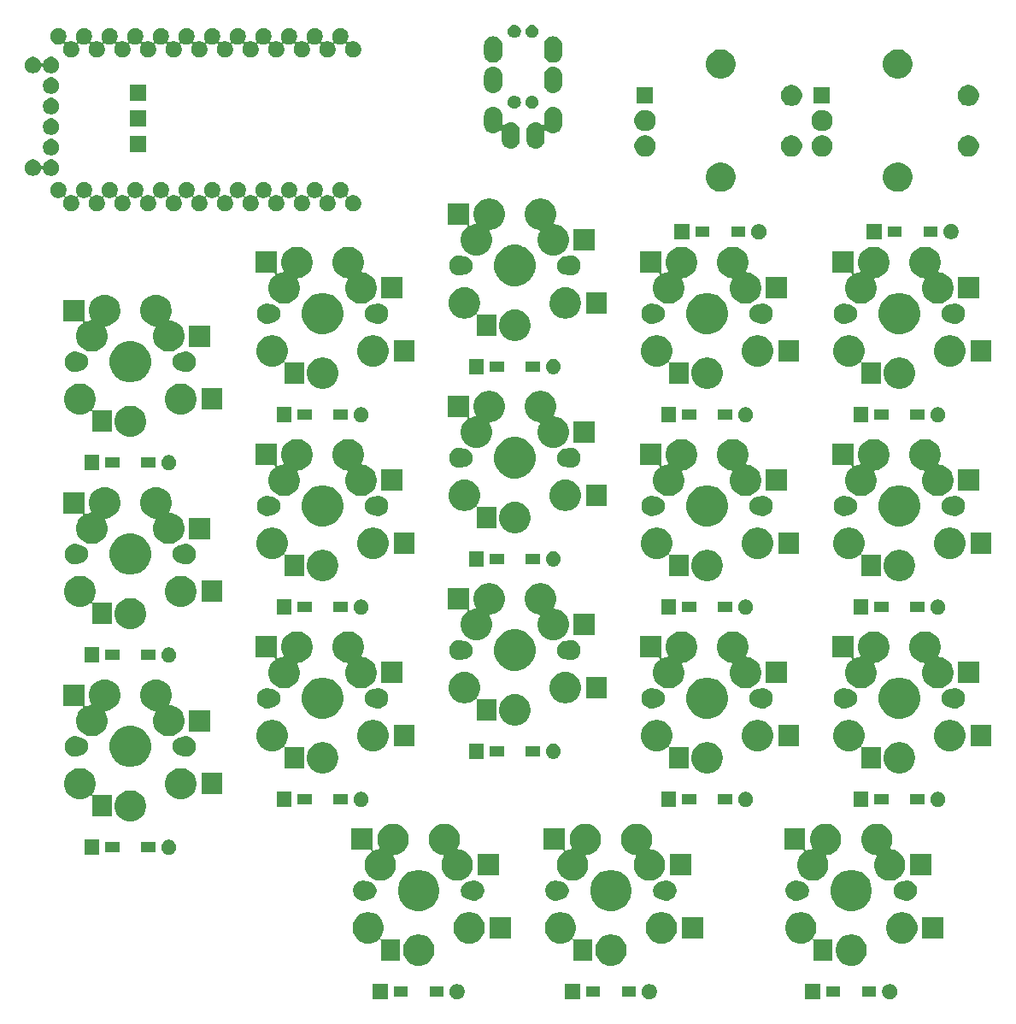
<source format=gts>
G04 #@! TF.GenerationSoftware,KiCad,Pcbnew,(5.1.6-0-10_14)*
G04 #@! TF.CreationDate,2022-08-07T23:17:33+09:00*
G04 #@! TF.ProjectId,cool536,636f6f6c-3533-4362-9e6b-696361645f70,rev?*
G04 #@! TF.SameCoordinates,Original*
G04 #@! TF.FileFunction,Soldermask,Top*
G04 #@! TF.FilePolarity,Negative*
%FSLAX46Y46*%
G04 Gerber Fmt 4.6, Leading zero omitted, Abs format (unit mm)*
G04 Created by KiCad (PCBNEW (5.1.6-0-10_14)) date 2022-08-07 23:17:33*
%MOMM*%
%LPD*%
G01*
G04 APERTURE LIST*
%ADD10C,0.100000*%
G04 APERTURE END LIST*
D10*
G36*
X124892425Y-129937099D02*
G01*
X125016621Y-129961802D01*
X125153022Y-130018301D01*
X125275779Y-130100325D01*
X125380175Y-130204721D01*
X125462199Y-130327478D01*
X125518698Y-130463879D01*
X125547500Y-130608681D01*
X125547500Y-130756319D01*
X125518698Y-130901121D01*
X125462199Y-131037522D01*
X125380175Y-131160279D01*
X125275779Y-131264675D01*
X125153022Y-131346699D01*
X125016621Y-131403198D01*
X124892425Y-131427901D01*
X124871820Y-131432000D01*
X124724180Y-131432000D01*
X124703575Y-131427901D01*
X124579379Y-131403198D01*
X124442978Y-131346699D01*
X124320221Y-131264675D01*
X124215825Y-131160279D01*
X124133801Y-131037522D01*
X124077302Y-130901121D01*
X124048500Y-130756319D01*
X124048500Y-130608681D01*
X124077302Y-130463879D01*
X124133801Y-130327478D01*
X124215825Y-130204721D01*
X124320221Y-130100325D01*
X124442978Y-130018301D01*
X124579379Y-129961802D01*
X124703575Y-129937099D01*
X124724180Y-129933000D01*
X124871820Y-129933000D01*
X124892425Y-129937099D01*
G37*
G36*
X117927500Y-131432000D02*
G01*
X116428500Y-131432000D01*
X116428500Y-129933000D01*
X117927500Y-129933000D01*
X117927500Y-131432000D01*
G37*
G36*
X101079425Y-129937099D02*
G01*
X101203621Y-129961802D01*
X101340022Y-130018301D01*
X101462779Y-130100325D01*
X101567175Y-130204721D01*
X101649199Y-130327478D01*
X101705698Y-130463879D01*
X101734500Y-130608681D01*
X101734500Y-130756319D01*
X101705698Y-130901121D01*
X101649199Y-131037522D01*
X101567175Y-131160279D01*
X101462779Y-131264675D01*
X101340022Y-131346699D01*
X101203621Y-131403198D01*
X101079425Y-131427901D01*
X101058820Y-131432000D01*
X100911180Y-131432000D01*
X100890575Y-131427901D01*
X100766379Y-131403198D01*
X100629978Y-131346699D01*
X100507221Y-131264675D01*
X100402825Y-131160279D01*
X100320801Y-131037522D01*
X100264302Y-130901121D01*
X100235500Y-130756319D01*
X100235500Y-130608681D01*
X100264302Y-130463879D01*
X100320801Y-130327478D01*
X100402825Y-130204721D01*
X100507221Y-130100325D01*
X100629978Y-130018301D01*
X100766379Y-129961802D01*
X100890575Y-129937099D01*
X100911180Y-129933000D01*
X101058820Y-129933000D01*
X101079425Y-129937099D01*
G37*
G36*
X94114500Y-131432000D02*
G01*
X92615500Y-131432000D01*
X92615500Y-129933000D01*
X94114500Y-129933000D01*
X94114500Y-131432000D01*
G37*
G36*
X82029425Y-129937099D02*
G01*
X82153621Y-129961802D01*
X82290022Y-130018301D01*
X82412779Y-130100325D01*
X82517175Y-130204721D01*
X82599199Y-130327478D01*
X82655698Y-130463879D01*
X82684500Y-130608681D01*
X82684500Y-130756319D01*
X82655698Y-130901121D01*
X82599199Y-131037522D01*
X82517175Y-131160279D01*
X82412779Y-131264675D01*
X82290022Y-131346699D01*
X82153621Y-131403198D01*
X82029425Y-131427901D01*
X82008820Y-131432000D01*
X81861180Y-131432000D01*
X81840575Y-131427901D01*
X81716379Y-131403198D01*
X81579978Y-131346699D01*
X81457221Y-131264675D01*
X81352825Y-131160279D01*
X81270801Y-131037522D01*
X81214302Y-130901121D01*
X81185500Y-130756319D01*
X81185500Y-130608681D01*
X81214302Y-130463879D01*
X81270801Y-130327478D01*
X81352825Y-130204721D01*
X81457221Y-130100325D01*
X81579978Y-130018301D01*
X81716379Y-129961802D01*
X81840575Y-129937099D01*
X81861180Y-129933000D01*
X82008820Y-129933000D01*
X82029425Y-129937099D01*
G37*
G36*
X75064500Y-131432000D02*
G01*
X73565500Y-131432000D01*
X73565500Y-129933000D01*
X75064500Y-129933000D01*
X75064500Y-131432000D01*
G37*
G36*
X123464000Y-131208500D02*
G01*
X122062000Y-131208500D01*
X122062000Y-130156500D01*
X123464000Y-130156500D01*
X123464000Y-131208500D01*
G37*
G36*
X119914000Y-131208500D02*
G01*
X118512000Y-131208500D01*
X118512000Y-130156500D01*
X119914000Y-130156500D01*
X119914000Y-131208500D01*
G37*
G36*
X99651000Y-131208500D02*
G01*
X98249000Y-131208500D01*
X98249000Y-130156500D01*
X99651000Y-130156500D01*
X99651000Y-131208500D01*
G37*
G36*
X96101000Y-131208500D02*
G01*
X94699000Y-131208500D01*
X94699000Y-130156500D01*
X96101000Y-130156500D01*
X96101000Y-131208500D01*
G37*
G36*
X80601000Y-131208500D02*
G01*
X79199000Y-131208500D01*
X79199000Y-130156500D01*
X80601000Y-130156500D01*
X80601000Y-131208500D01*
G37*
G36*
X77051000Y-131208500D02*
G01*
X75649000Y-131208500D01*
X75649000Y-130156500D01*
X77051000Y-130156500D01*
X77051000Y-131208500D01*
G37*
G36*
X121290585Y-125061302D02*
G01*
X121440410Y-125091104D01*
X121722674Y-125208021D01*
X121976705Y-125377759D01*
X122192741Y-125593795D01*
X122362479Y-125847826D01*
X122479396Y-126130090D01*
X122539000Y-126429740D01*
X122539000Y-126735260D01*
X122479396Y-127034910D01*
X122362479Y-127317174D01*
X122192741Y-127571205D01*
X121976705Y-127787241D01*
X121722674Y-127956979D01*
X121440410Y-128073896D01*
X121290585Y-128103698D01*
X121140761Y-128133500D01*
X120835239Y-128133500D01*
X120685415Y-128103698D01*
X120535590Y-128073896D01*
X120253326Y-127956979D01*
X119999295Y-127787241D01*
X119783259Y-127571205D01*
X119613521Y-127317174D01*
X119496604Y-127034910D01*
X119437000Y-126735260D01*
X119437000Y-126429740D01*
X119496604Y-126130090D01*
X119613521Y-125847826D01*
X119783259Y-125593795D01*
X119999295Y-125377759D01*
X120253326Y-125208021D01*
X120535590Y-125091104D01*
X120685415Y-125061302D01*
X120835239Y-125031500D01*
X121140761Y-125031500D01*
X121290585Y-125061302D01*
G37*
G36*
X78427585Y-125061302D02*
G01*
X78577410Y-125091104D01*
X78859674Y-125208021D01*
X79113705Y-125377759D01*
X79329741Y-125593795D01*
X79499479Y-125847826D01*
X79616396Y-126130090D01*
X79676000Y-126429740D01*
X79676000Y-126735260D01*
X79616396Y-127034910D01*
X79499479Y-127317174D01*
X79329741Y-127571205D01*
X79113705Y-127787241D01*
X78859674Y-127956979D01*
X78577410Y-128073896D01*
X78427585Y-128103698D01*
X78277761Y-128133500D01*
X77972239Y-128133500D01*
X77822415Y-128103698D01*
X77672590Y-128073896D01*
X77390326Y-127956979D01*
X77136295Y-127787241D01*
X76920259Y-127571205D01*
X76750521Y-127317174D01*
X76633604Y-127034910D01*
X76574000Y-126735260D01*
X76574000Y-126429740D01*
X76633604Y-126130090D01*
X76750521Y-125847826D01*
X76920259Y-125593795D01*
X77136295Y-125377759D01*
X77390326Y-125208021D01*
X77672590Y-125091104D01*
X77822415Y-125061302D01*
X77972239Y-125031500D01*
X78277761Y-125031500D01*
X78427585Y-125061302D01*
G37*
G36*
X97477585Y-125061302D02*
G01*
X97627410Y-125091104D01*
X97909674Y-125208021D01*
X98163705Y-125377759D01*
X98379741Y-125593795D01*
X98549479Y-125847826D01*
X98666396Y-126130090D01*
X98726000Y-126429740D01*
X98726000Y-126735260D01*
X98666396Y-127034910D01*
X98549479Y-127317174D01*
X98379741Y-127571205D01*
X98163705Y-127787241D01*
X97909674Y-127956979D01*
X97627410Y-128073896D01*
X97477585Y-128103698D01*
X97327761Y-128133500D01*
X97022239Y-128133500D01*
X96872415Y-128103698D01*
X96722590Y-128073896D01*
X96440326Y-127956979D01*
X96186295Y-127787241D01*
X95970259Y-127571205D01*
X95800521Y-127317174D01*
X95683604Y-127034910D01*
X95624000Y-126735260D01*
X95624000Y-126429740D01*
X95683604Y-126130090D01*
X95800521Y-125847826D01*
X95970259Y-125593795D01*
X96186295Y-125377759D01*
X96440326Y-125208021D01*
X96722590Y-125091104D01*
X96872415Y-125061302D01*
X97022239Y-125031500D01*
X97327761Y-125031500D01*
X97477585Y-125061302D01*
G37*
G36*
X116290585Y-122861302D02*
G01*
X116440410Y-122891104D01*
X116722674Y-123008021D01*
X116976705Y-123177759D01*
X117192741Y-123393795D01*
X117362479Y-123647826D01*
X117479396Y-123930090D01*
X117539000Y-124229740D01*
X117539000Y-124535260D01*
X117479396Y-124834910D01*
X117362479Y-125117174D01*
X117215553Y-125337065D01*
X117204007Y-125358666D01*
X117196894Y-125382115D01*
X117194492Y-125406501D01*
X117196894Y-125430887D01*
X117204007Y-125454336D01*
X117215558Y-125475947D01*
X117231103Y-125494889D01*
X117250045Y-125510434D01*
X117271656Y-125521985D01*
X117295105Y-125529098D01*
X117319491Y-125531500D01*
X119139000Y-125531500D01*
X119139000Y-127633500D01*
X117237000Y-127633500D01*
X117237000Y-125628719D01*
X117234598Y-125604333D01*
X117227485Y-125580884D01*
X117215934Y-125559273D01*
X117200389Y-125540331D01*
X117181447Y-125524786D01*
X117159836Y-125513235D01*
X117136387Y-125506122D01*
X117112001Y-125503720D01*
X117087615Y-125506122D01*
X117064166Y-125513235D01*
X117042555Y-125524786D01*
X117023624Y-125540322D01*
X116976705Y-125587241D01*
X116722674Y-125756979D01*
X116440410Y-125873896D01*
X116290585Y-125903698D01*
X116140761Y-125933500D01*
X115835239Y-125933500D01*
X115685415Y-125903698D01*
X115535590Y-125873896D01*
X115253326Y-125756979D01*
X114999295Y-125587241D01*
X114783259Y-125371205D01*
X114613521Y-125117174D01*
X114496604Y-124834910D01*
X114437000Y-124535260D01*
X114437000Y-124229740D01*
X114496604Y-123930090D01*
X114613521Y-123647826D01*
X114783259Y-123393795D01*
X114999295Y-123177759D01*
X115253326Y-123008021D01*
X115535590Y-122891104D01*
X115685415Y-122861302D01*
X115835239Y-122831500D01*
X116140761Y-122831500D01*
X116290585Y-122861302D01*
G37*
G36*
X73427585Y-122861302D02*
G01*
X73577410Y-122891104D01*
X73859674Y-123008021D01*
X74113705Y-123177759D01*
X74329741Y-123393795D01*
X74499479Y-123647826D01*
X74616396Y-123930090D01*
X74676000Y-124229740D01*
X74676000Y-124535260D01*
X74616396Y-124834910D01*
X74499479Y-125117174D01*
X74352553Y-125337065D01*
X74341007Y-125358666D01*
X74333894Y-125382115D01*
X74331492Y-125406501D01*
X74333894Y-125430887D01*
X74341007Y-125454336D01*
X74352558Y-125475947D01*
X74368103Y-125494889D01*
X74387045Y-125510434D01*
X74408656Y-125521985D01*
X74432105Y-125529098D01*
X74456491Y-125531500D01*
X76276000Y-125531500D01*
X76276000Y-127633500D01*
X74374000Y-127633500D01*
X74374000Y-125628719D01*
X74371598Y-125604333D01*
X74364485Y-125580884D01*
X74352934Y-125559273D01*
X74337389Y-125540331D01*
X74318447Y-125524786D01*
X74296836Y-125513235D01*
X74273387Y-125506122D01*
X74249001Y-125503720D01*
X74224615Y-125506122D01*
X74201166Y-125513235D01*
X74179555Y-125524786D01*
X74160624Y-125540322D01*
X74113705Y-125587241D01*
X73859674Y-125756979D01*
X73577410Y-125873896D01*
X73427585Y-125903698D01*
X73277761Y-125933500D01*
X72972239Y-125933500D01*
X72822415Y-125903698D01*
X72672590Y-125873896D01*
X72390326Y-125756979D01*
X72136295Y-125587241D01*
X71920259Y-125371205D01*
X71750521Y-125117174D01*
X71633604Y-124834910D01*
X71574000Y-124535260D01*
X71574000Y-124229740D01*
X71633604Y-123930090D01*
X71750521Y-123647826D01*
X71920259Y-123393795D01*
X72136295Y-123177759D01*
X72390326Y-123008021D01*
X72672590Y-122891104D01*
X72822415Y-122861302D01*
X72972239Y-122831500D01*
X73277761Y-122831500D01*
X73427585Y-122861302D01*
G37*
G36*
X92477585Y-122861302D02*
G01*
X92627410Y-122891104D01*
X92909674Y-123008021D01*
X93163705Y-123177759D01*
X93379741Y-123393795D01*
X93549479Y-123647826D01*
X93666396Y-123930090D01*
X93726000Y-124229740D01*
X93726000Y-124535260D01*
X93666396Y-124834910D01*
X93549479Y-125117174D01*
X93402553Y-125337065D01*
X93391007Y-125358666D01*
X93383894Y-125382115D01*
X93381492Y-125406501D01*
X93383894Y-125430887D01*
X93391007Y-125454336D01*
X93402558Y-125475947D01*
X93418103Y-125494889D01*
X93437045Y-125510434D01*
X93458656Y-125521985D01*
X93482105Y-125529098D01*
X93506491Y-125531500D01*
X95326000Y-125531500D01*
X95326000Y-127633500D01*
X93424000Y-127633500D01*
X93424000Y-125628719D01*
X93421598Y-125604333D01*
X93414485Y-125580884D01*
X93402934Y-125559273D01*
X93387389Y-125540331D01*
X93368447Y-125524786D01*
X93346836Y-125513235D01*
X93323387Y-125506122D01*
X93299001Y-125503720D01*
X93274615Y-125506122D01*
X93251166Y-125513235D01*
X93229555Y-125524786D01*
X93210624Y-125540322D01*
X93163705Y-125587241D01*
X92909674Y-125756979D01*
X92627410Y-125873896D01*
X92477585Y-125903698D01*
X92327761Y-125933500D01*
X92022239Y-125933500D01*
X91872415Y-125903698D01*
X91722590Y-125873896D01*
X91440326Y-125756979D01*
X91186295Y-125587241D01*
X90970259Y-125371205D01*
X90800521Y-125117174D01*
X90683604Y-124834910D01*
X90624000Y-124535260D01*
X90624000Y-124229740D01*
X90683604Y-123930090D01*
X90800521Y-123647826D01*
X90970259Y-123393795D01*
X91186295Y-123177759D01*
X91440326Y-123008021D01*
X91722590Y-122891104D01*
X91872415Y-122861302D01*
X92022239Y-122831500D01*
X92327761Y-122831500D01*
X92477585Y-122861302D01*
G37*
G36*
X102477585Y-122861302D02*
G01*
X102627410Y-122891104D01*
X102909674Y-123008021D01*
X103163705Y-123177759D01*
X103379741Y-123393795D01*
X103549479Y-123647826D01*
X103666396Y-123930090D01*
X103726000Y-124229740D01*
X103726000Y-124535260D01*
X103666396Y-124834910D01*
X103549479Y-125117174D01*
X103379741Y-125371205D01*
X103163705Y-125587241D01*
X102909674Y-125756979D01*
X102627410Y-125873896D01*
X102477585Y-125903698D01*
X102327761Y-125933500D01*
X102022239Y-125933500D01*
X101872415Y-125903698D01*
X101722590Y-125873896D01*
X101440326Y-125756979D01*
X101186295Y-125587241D01*
X100970259Y-125371205D01*
X100800521Y-125117174D01*
X100683604Y-124834910D01*
X100624000Y-124535260D01*
X100624000Y-124229740D01*
X100683604Y-123930090D01*
X100800521Y-123647826D01*
X100970259Y-123393795D01*
X101186295Y-123177759D01*
X101440326Y-123008021D01*
X101722590Y-122891104D01*
X101872415Y-122861302D01*
X102022239Y-122831500D01*
X102327761Y-122831500D01*
X102477585Y-122861302D01*
G37*
G36*
X126290585Y-122861302D02*
G01*
X126440410Y-122891104D01*
X126722674Y-123008021D01*
X126976705Y-123177759D01*
X127192741Y-123393795D01*
X127362479Y-123647826D01*
X127479396Y-123930090D01*
X127539000Y-124229740D01*
X127539000Y-124535260D01*
X127479396Y-124834910D01*
X127362479Y-125117174D01*
X127192741Y-125371205D01*
X126976705Y-125587241D01*
X126722674Y-125756979D01*
X126440410Y-125873896D01*
X126290585Y-125903698D01*
X126140761Y-125933500D01*
X125835239Y-125933500D01*
X125685415Y-125903698D01*
X125535590Y-125873896D01*
X125253326Y-125756979D01*
X124999295Y-125587241D01*
X124783259Y-125371205D01*
X124613521Y-125117174D01*
X124496604Y-124834910D01*
X124437000Y-124535260D01*
X124437000Y-124229740D01*
X124496604Y-123930090D01*
X124613521Y-123647826D01*
X124783259Y-123393795D01*
X124999295Y-123177759D01*
X125253326Y-123008021D01*
X125535590Y-122891104D01*
X125685415Y-122861302D01*
X125835239Y-122831500D01*
X126140761Y-122831500D01*
X126290585Y-122861302D01*
G37*
G36*
X83427585Y-122861302D02*
G01*
X83577410Y-122891104D01*
X83859674Y-123008021D01*
X84113705Y-123177759D01*
X84329741Y-123393795D01*
X84499479Y-123647826D01*
X84616396Y-123930090D01*
X84676000Y-124229740D01*
X84676000Y-124535260D01*
X84616396Y-124834910D01*
X84499479Y-125117174D01*
X84329741Y-125371205D01*
X84113705Y-125587241D01*
X83859674Y-125756979D01*
X83577410Y-125873896D01*
X83427585Y-125903698D01*
X83277761Y-125933500D01*
X82972239Y-125933500D01*
X82822415Y-125903698D01*
X82672590Y-125873896D01*
X82390326Y-125756979D01*
X82136295Y-125587241D01*
X81920259Y-125371205D01*
X81750521Y-125117174D01*
X81633604Y-124834910D01*
X81574000Y-124535260D01*
X81574000Y-124229740D01*
X81633604Y-123930090D01*
X81750521Y-123647826D01*
X81920259Y-123393795D01*
X82136295Y-123177759D01*
X82390326Y-123008021D01*
X82672590Y-122891104D01*
X82822415Y-122861302D01*
X82972239Y-122831500D01*
X83277761Y-122831500D01*
X83427585Y-122861302D01*
G37*
G36*
X106326000Y-125433500D02*
G01*
X104224000Y-125433500D01*
X104224000Y-123331500D01*
X106326000Y-123331500D01*
X106326000Y-125433500D01*
G37*
G36*
X130139000Y-125433500D02*
G01*
X128037000Y-125433500D01*
X128037000Y-123331500D01*
X130139000Y-123331500D01*
X130139000Y-125433500D01*
G37*
G36*
X87276000Y-125433500D02*
G01*
X85174000Y-125433500D01*
X85174000Y-123331500D01*
X87276000Y-123331500D01*
X87276000Y-125433500D01*
G37*
G36*
X78723254Y-118710318D02*
G01*
X79096511Y-118864926D01*
X79096513Y-118864927D01*
X79432436Y-119089384D01*
X79718116Y-119375064D01*
X79930889Y-119693500D01*
X79942574Y-119710989D01*
X80097182Y-120084246D01*
X80176000Y-120480493D01*
X80176000Y-120884507D01*
X80097182Y-121280754D01*
X79967839Y-121593015D01*
X79942573Y-121654013D01*
X79718116Y-121989936D01*
X79432436Y-122275616D01*
X79096513Y-122500073D01*
X79096512Y-122500074D01*
X79096511Y-122500074D01*
X78723254Y-122654682D01*
X78327007Y-122733500D01*
X77922993Y-122733500D01*
X77526746Y-122654682D01*
X77153489Y-122500074D01*
X77153488Y-122500074D01*
X77153487Y-122500073D01*
X76817564Y-122275616D01*
X76531884Y-121989936D01*
X76307427Y-121654013D01*
X76282161Y-121593015D01*
X76152818Y-121280754D01*
X76074000Y-120884507D01*
X76074000Y-120480493D01*
X76152818Y-120084246D01*
X76307426Y-119710989D01*
X76319112Y-119693500D01*
X76531884Y-119375064D01*
X76817564Y-119089384D01*
X77153487Y-118864927D01*
X77153489Y-118864926D01*
X77526746Y-118710318D01*
X77922993Y-118631500D01*
X78327007Y-118631500D01*
X78723254Y-118710318D01*
G37*
G36*
X97773254Y-118710318D02*
G01*
X98146511Y-118864926D01*
X98146513Y-118864927D01*
X98482436Y-119089384D01*
X98768116Y-119375064D01*
X98980889Y-119693500D01*
X98992574Y-119710989D01*
X99147182Y-120084246D01*
X99226000Y-120480493D01*
X99226000Y-120884507D01*
X99147182Y-121280754D01*
X99017839Y-121593015D01*
X98992573Y-121654013D01*
X98768116Y-121989936D01*
X98482436Y-122275616D01*
X98146513Y-122500073D01*
X98146512Y-122500074D01*
X98146511Y-122500074D01*
X97773254Y-122654682D01*
X97377007Y-122733500D01*
X96972993Y-122733500D01*
X96576746Y-122654682D01*
X96203489Y-122500074D01*
X96203488Y-122500074D01*
X96203487Y-122500073D01*
X95867564Y-122275616D01*
X95581884Y-121989936D01*
X95357427Y-121654013D01*
X95332161Y-121593015D01*
X95202818Y-121280754D01*
X95124000Y-120884507D01*
X95124000Y-120480493D01*
X95202818Y-120084246D01*
X95357426Y-119710989D01*
X95369112Y-119693500D01*
X95581884Y-119375064D01*
X95867564Y-119089384D01*
X96203487Y-118864927D01*
X96203489Y-118864926D01*
X96576746Y-118710318D01*
X96972993Y-118631500D01*
X97377007Y-118631500D01*
X97773254Y-118710318D01*
G37*
G36*
X121586254Y-118710318D02*
G01*
X121959511Y-118864926D01*
X121959513Y-118864927D01*
X122295436Y-119089384D01*
X122581116Y-119375064D01*
X122793889Y-119693500D01*
X122805574Y-119710989D01*
X122960182Y-120084246D01*
X123039000Y-120480493D01*
X123039000Y-120884507D01*
X122960182Y-121280754D01*
X122830839Y-121593015D01*
X122805573Y-121654013D01*
X122581116Y-121989936D01*
X122295436Y-122275616D01*
X121959513Y-122500073D01*
X121959512Y-122500074D01*
X121959511Y-122500074D01*
X121586254Y-122654682D01*
X121190007Y-122733500D01*
X120785993Y-122733500D01*
X120389746Y-122654682D01*
X120016489Y-122500074D01*
X120016488Y-122500074D01*
X120016487Y-122500073D01*
X119680564Y-122275616D01*
X119394884Y-121989936D01*
X119170427Y-121654013D01*
X119145161Y-121593015D01*
X119015818Y-121280754D01*
X118937000Y-120884507D01*
X118937000Y-120480493D01*
X119015818Y-120084246D01*
X119170426Y-119710989D01*
X119182112Y-119693500D01*
X119394884Y-119375064D01*
X119680564Y-119089384D01*
X120016487Y-118864927D01*
X120016489Y-118864926D01*
X120389746Y-118710318D01*
X120785993Y-118631500D01*
X121190007Y-118631500D01*
X121586254Y-118710318D01*
G37*
G36*
X126646918Y-119693500D02*
G01*
X126779981Y-119719968D01*
X126962151Y-119795426D01*
X127126100Y-119904973D01*
X127265527Y-120044400D01*
X127375074Y-120208349D01*
X127450532Y-120390519D01*
X127489000Y-120583910D01*
X127489000Y-120781090D01*
X127450532Y-120974481D01*
X127375074Y-121156651D01*
X127265527Y-121320600D01*
X127126100Y-121460027D01*
X126962151Y-121569574D01*
X126779981Y-121645032D01*
X126683285Y-121664266D01*
X126586591Y-121683500D01*
X126389409Y-121683500D01*
X126292715Y-121664266D01*
X126196019Y-121645032D01*
X126070440Y-121593015D01*
X126046991Y-121585902D01*
X126022605Y-121583500D01*
X125979258Y-121583500D01*
X125954488Y-121578573D01*
X125805188Y-121548876D01*
X125641216Y-121480956D01*
X125493646Y-121382353D01*
X125368147Y-121256854D01*
X125269544Y-121109284D01*
X125201624Y-120945312D01*
X125167000Y-120771241D01*
X125167000Y-120593759D01*
X125201624Y-120419688D01*
X125269544Y-120255716D01*
X125368147Y-120108146D01*
X125493646Y-119982647D01*
X125641216Y-119884044D01*
X125805188Y-119816124D01*
X125954488Y-119786427D01*
X125979258Y-119781500D01*
X126022605Y-119781500D01*
X126046991Y-119779098D01*
X126070440Y-119771985D01*
X126075690Y-119769811D01*
X126196019Y-119719968D01*
X126329082Y-119693500D01*
X126389409Y-119681500D01*
X126586591Y-119681500D01*
X126646918Y-119693500D01*
G37*
G36*
X115646918Y-119693500D02*
G01*
X115779981Y-119719968D01*
X115900310Y-119769811D01*
X115905560Y-119771985D01*
X115929009Y-119779098D01*
X115953395Y-119781500D01*
X115996742Y-119781500D01*
X116021512Y-119786427D01*
X116170812Y-119816124D01*
X116334784Y-119884044D01*
X116482354Y-119982647D01*
X116607853Y-120108146D01*
X116706456Y-120255716D01*
X116774376Y-120419688D01*
X116809000Y-120593759D01*
X116809000Y-120771241D01*
X116774376Y-120945312D01*
X116706456Y-121109284D01*
X116607853Y-121256854D01*
X116482354Y-121382353D01*
X116334784Y-121480956D01*
X116170812Y-121548876D01*
X116021512Y-121578573D01*
X115996742Y-121583500D01*
X115953395Y-121583500D01*
X115929009Y-121585902D01*
X115905560Y-121593015D01*
X115779981Y-121645032D01*
X115683285Y-121664266D01*
X115586591Y-121683500D01*
X115389409Y-121683500D01*
X115292715Y-121664266D01*
X115196019Y-121645032D01*
X115013849Y-121569574D01*
X114849900Y-121460027D01*
X114710473Y-121320600D01*
X114600926Y-121156651D01*
X114525468Y-120974481D01*
X114487000Y-120781090D01*
X114487000Y-120583910D01*
X114525468Y-120390519D01*
X114600926Y-120208349D01*
X114710473Y-120044400D01*
X114849900Y-119904973D01*
X115013849Y-119795426D01*
X115196019Y-119719968D01*
X115329082Y-119693500D01*
X115389409Y-119681500D01*
X115586591Y-119681500D01*
X115646918Y-119693500D01*
G37*
G36*
X83783918Y-119693500D02*
G01*
X83916981Y-119719968D01*
X84099151Y-119795426D01*
X84263100Y-119904973D01*
X84402527Y-120044400D01*
X84512074Y-120208349D01*
X84587532Y-120390519D01*
X84626000Y-120583910D01*
X84626000Y-120781090D01*
X84587532Y-120974481D01*
X84512074Y-121156651D01*
X84402527Y-121320600D01*
X84263100Y-121460027D01*
X84099151Y-121569574D01*
X83916981Y-121645032D01*
X83820285Y-121664266D01*
X83723591Y-121683500D01*
X83526409Y-121683500D01*
X83429715Y-121664266D01*
X83333019Y-121645032D01*
X83207440Y-121593015D01*
X83183991Y-121585902D01*
X83159605Y-121583500D01*
X83116258Y-121583500D01*
X83091488Y-121578573D01*
X82942188Y-121548876D01*
X82778216Y-121480956D01*
X82630646Y-121382353D01*
X82505147Y-121256854D01*
X82406544Y-121109284D01*
X82338624Y-120945312D01*
X82304000Y-120771241D01*
X82304000Y-120593759D01*
X82338624Y-120419688D01*
X82406544Y-120255716D01*
X82505147Y-120108146D01*
X82630646Y-119982647D01*
X82778216Y-119884044D01*
X82942188Y-119816124D01*
X83091488Y-119786427D01*
X83116258Y-119781500D01*
X83159605Y-119781500D01*
X83183991Y-119779098D01*
X83207440Y-119771985D01*
X83212690Y-119769811D01*
X83333019Y-119719968D01*
X83466082Y-119693500D01*
X83526409Y-119681500D01*
X83723591Y-119681500D01*
X83783918Y-119693500D01*
G37*
G36*
X72783918Y-119693500D02*
G01*
X72916981Y-119719968D01*
X73037310Y-119769811D01*
X73042560Y-119771985D01*
X73066009Y-119779098D01*
X73090395Y-119781500D01*
X73133742Y-119781500D01*
X73158512Y-119786427D01*
X73307812Y-119816124D01*
X73471784Y-119884044D01*
X73619354Y-119982647D01*
X73744853Y-120108146D01*
X73843456Y-120255716D01*
X73911376Y-120419688D01*
X73946000Y-120593759D01*
X73946000Y-120771241D01*
X73911376Y-120945312D01*
X73843456Y-121109284D01*
X73744853Y-121256854D01*
X73619354Y-121382353D01*
X73471784Y-121480956D01*
X73307812Y-121548876D01*
X73158512Y-121578573D01*
X73133742Y-121583500D01*
X73090395Y-121583500D01*
X73066009Y-121585902D01*
X73042560Y-121593015D01*
X72916981Y-121645032D01*
X72820285Y-121664266D01*
X72723591Y-121683500D01*
X72526409Y-121683500D01*
X72429715Y-121664266D01*
X72333019Y-121645032D01*
X72150849Y-121569574D01*
X71986900Y-121460027D01*
X71847473Y-121320600D01*
X71737926Y-121156651D01*
X71662468Y-120974481D01*
X71624000Y-120781090D01*
X71624000Y-120583910D01*
X71662468Y-120390519D01*
X71737926Y-120208349D01*
X71847473Y-120044400D01*
X71986900Y-119904973D01*
X72150849Y-119795426D01*
X72333019Y-119719968D01*
X72466082Y-119693500D01*
X72526409Y-119681500D01*
X72723591Y-119681500D01*
X72783918Y-119693500D01*
G37*
G36*
X102833918Y-119693500D02*
G01*
X102966981Y-119719968D01*
X103149151Y-119795426D01*
X103313100Y-119904973D01*
X103452527Y-120044400D01*
X103562074Y-120208349D01*
X103637532Y-120390519D01*
X103676000Y-120583910D01*
X103676000Y-120781090D01*
X103637532Y-120974481D01*
X103562074Y-121156651D01*
X103452527Y-121320600D01*
X103313100Y-121460027D01*
X103149151Y-121569574D01*
X102966981Y-121645032D01*
X102870285Y-121664266D01*
X102773591Y-121683500D01*
X102576409Y-121683500D01*
X102479715Y-121664266D01*
X102383019Y-121645032D01*
X102257440Y-121593015D01*
X102233991Y-121585902D01*
X102209605Y-121583500D01*
X102166258Y-121583500D01*
X102141488Y-121578573D01*
X101992188Y-121548876D01*
X101828216Y-121480956D01*
X101680646Y-121382353D01*
X101555147Y-121256854D01*
X101456544Y-121109284D01*
X101388624Y-120945312D01*
X101354000Y-120771241D01*
X101354000Y-120593759D01*
X101388624Y-120419688D01*
X101456544Y-120255716D01*
X101555147Y-120108146D01*
X101680646Y-119982647D01*
X101828216Y-119884044D01*
X101992188Y-119816124D01*
X102141488Y-119786427D01*
X102166258Y-119781500D01*
X102209605Y-119781500D01*
X102233991Y-119779098D01*
X102257440Y-119771985D01*
X102262690Y-119769811D01*
X102383019Y-119719968D01*
X102516082Y-119693500D01*
X102576409Y-119681500D01*
X102773591Y-119681500D01*
X102833918Y-119693500D01*
G37*
G36*
X91833918Y-119693500D02*
G01*
X91966981Y-119719968D01*
X92087310Y-119769811D01*
X92092560Y-119771985D01*
X92116009Y-119779098D01*
X92140395Y-119781500D01*
X92183742Y-119781500D01*
X92208512Y-119786427D01*
X92357812Y-119816124D01*
X92521784Y-119884044D01*
X92669354Y-119982647D01*
X92794853Y-120108146D01*
X92893456Y-120255716D01*
X92961376Y-120419688D01*
X92996000Y-120593759D01*
X92996000Y-120771241D01*
X92961376Y-120945312D01*
X92893456Y-121109284D01*
X92794853Y-121256854D01*
X92669354Y-121382353D01*
X92521784Y-121480956D01*
X92357812Y-121548876D01*
X92208512Y-121578573D01*
X92183742Y-121583500D01*
X92140395Y-121583500D01*
X92116009Y-121585902D01*
X92092560Y-121593015D01*
X91966981Y-121645032D01*
X91870285Y-121664266D01*
X91773591Y-121683500D01*
X91576409Y-121683500D01*
X91479715Y-121664266D01*
X91383019Y-121645032D01*
X91200849Y-121569574D01*
X91036900Y-121460027D01*
X90897473Y-121320600D01*
X90787926Y-121156651D01*
X90712468Y-120974481D01*
X90674000Y-120781090D01*
X90674000Y-120583910D01*
X90712468Y-120390519D01*
X90787926Y-120208349D01*
X90897473Y-120044400D01*
X91036900Y-119904973D01*
X91200849Y-119795426D01*
X91383019Y-119719968D01*
X91516082Y-119693500D01*
X91576409Y-119681500D01*
X91773591Y-119681500D01*
X91833918Y-119693500D01*
G37*
G36*
X75887585Y-114081302D02*
G01*
X76037410Y-114111104D01*
X76319674Y-114228021D01*
X76573705Y-114397759D01*
X76789741Y-114613795D01*
X76959479Y-114867826D01*
X77076396Y-115150090D01*
X77136000Y-115449740D01*
X77136000Y-115755260D01*
X77076396Y-116054910D01*
X76959479Y-116337174D01*
X76789741Y-116591205D01*
X76573705Y-116807241D01*
X76319674Y-116976979D01*
X76037410Y-117093896D01*
X75954338Y-117110420D01*
X75728623Y-117155318D01*
X75705174Y-117162431D01*
X75683563Y-117173982D01*
X75664621Y-117189528D01*
X75649076Y-117208469D01*
X75637525Y-117230080D01*
X75630412Y-117253529D01*
X75628010Y-117277915D01*
X75630412Y-117302301D01*
X75637525Y-117325750D01*
X75649070Y-117347349D01*
X75689479Y-117407826D01*
X75806396Y-117690090D01*
X75866000Y-117989740D01*
X75866000Y-118295260D01*
X75806396Y-118594910D01*
X75689479Y-118877174D01*
X75519741Y-119131205D01*
X75303705Y-119347241D01*
X75049674Y-119516979D01*
X74767410Y-119633896D01*
X74617585Y-119663698D01*
X74467761Y-119693500D01*
X74162239Y-119693500D01*
X74012415Y-119663698D01*
X73862590Y-119633896D01*
X73580326Y-119516979D01*
X73326295Y-119347241D01*
X73110259Y-119131205D01*
X72940521Y-118877174D01*
X72823604Y-118594910D01*
X72764000Y-118295260D01*
X72764000Y-117989740D01*
X72823604Y-117690090D01*
X72940521Y-117407826D01*
X73110259Y-117153795D01*
X73326295Y-116937759D01*
X73409110Y-116882424D01*
X73428042Y-116866887D01*
X73443587Y-116847945D01*
X73455138Y-116826334D01*
X73462251Y-116802885D01*
X73464653Y-116778499D01*
X73462251Y-116754113D01*
X73455138Y-116730664D01*
X73443587Y-116709053D01*
X73428042Y-116690111D01*
X73409100Y-116674566D01*
X73387489Y-116663015D01*
X73364040Y-116655902D01*
X73339654Y-116653500D01*
X71474000Y-116653500D01*
X71474000Y-114551500D01*
X73576000Y-114551500D01*
X73576000Y-116582739D01*
X73578402Y-116607125D01*
X73585515Y-116630574D01*
X73597066Y-116652185D01*
X73612611Y-116671127D01*
X73631553Y-116686672D01*
X73653164Y-116698223D01*
X73676613Y-116705336D01*
X73700999Y-116707738D01*
X73725385Y-116705336D01*
X73748834Y-116698223D01*
X73862590Y-116651104D01*
X74171377Y-116589682D01*
X74194826Y-116582569D01*
X74216437Y-116571018D01*
X74235379Y-116555472D01*
X74250924Y-116536531D01*
X74262475Y-116514920D01*
X74269588Y-116491471D01*
X74271990Y-116467085D01*
X74269588Y-116442699D01*
X74262475Y-116419250D01*
X74250930Y-116397651D01*
X74210521Y-116337174D01*
X74093604Y-116054910D01*
X74034000Y-115755260D01*
X74034000Y-115449740D01*
X74093604Y-115150090D01*
X74210521Y-114867826D01*
X74380259Y-114613795D01*
X74596295Y-114397759D01*
X74850326Y-114228021D01*
X75132590Y-114111104D01*
X75282415Y-114081302D01*
X75432239Y-114051500D01*
X75737761Y-114051500D01*
X75887585Y-114081302D01*
G37*
G36*
X80967585Y-114081302D02*
G01*
X81117410Y-114111104D01*
X81399674Y-114228021D01*
X81653705Y-114397759D01*
X81869741Y-114613795D01*
X82039479Y-114867826D01*
X82156396Y-115150090D01*
X82216000Y-115449740D01*
X82216000Y-115755260D01*
X82156396Y-116054910D01*
X82039479Y-116337174D01*
X81999070Y-116397651D01*
X81987525Y-116419249D01*
X81980412Y-116442698D01*
X81978010Y-116467084D01*
X81980412Y-116491471D01*
X81987525Y-116514920D01*
X81999076Y-116536530D01*
X82014621Y-116555472D01*
X82033563Y-116571018D01*
X82055173Y-116582569D01*
X82078623Y-116589682D01*
X82284199Y-116630574D01*
X82387410Y-116651104D01*
X82669674Y-116768021D01*
X82923705Y-116937759D01*
X83139741Y-117153795D01*
X83309479Y-117407826D01*
X83426396Y-117690090D01*
X83486000Y-117989740D01*
X83486000Y-118295260D01*
X83426396Y-118594910D01*
X83309479Y-118877174D01*
X83139741Y-119131205D01*
X82923705Y-119347241D01*
X82669674Y-119516979D01*
X82387410Y-119633896D01*
X82237585Y-119663698D01*
X82087761Y-119693500D01*
X81782239Y-119693500D01*
X81632415Y-119663698D01*
X81482590Y-119633896D01*
X81200326Y-119516979D01*
X80946295Y-119347241D01*
X80730259Y-119131205D01*
X80560521Y-118877174D01*
X80443604Y-118594910D01*
X80384000Y-118295260D01*
X80384000Y-117989740D01*
X80443604Y-117690090D01*
X80560521Y-117407826D01*
X80600930Y-117347349D01*
X80612475Y-117325751D01*
X80619588Y-117302302D01*
X80621990Y-117277916D01*
X80619588Y-117253529D01*
X80612475Y-117230080D01*
X80600924Y-117208470D01*
X80585379Y-117189528D01*
X80566437Y-117173982D01*
X80544827Y-117162431D01*
X80521377Y-117155318D01*
X80295662Y-117110420D01*
X80212590Y-117093896D01*
X79930326Y-116976979D01*
X79676295Y-116807241D01*
X79460259Y-116591205D01*
X79290521Y-116337174D01*
X79173604Y-116054910D01*
X79114000Y-115755260D01*
X79114000Y-115449740D01*
X79173604Y-115150090D01*
X79290521Y-114867826D01*
X79460259Y-114613795D01*
X79676295Y-114397759D01*
X79930326Y-114228021D01*
X80212590Y-114111104D01*
X80362415Y-114081302D01*
X80512239Y-114051500D01*
X80817761Y-114051500D01*
X80967585Y-114081302D01*
G37*
G36*
X118750585Y-114081302D02*
G01*
X118900410Y-114111104D01*
X119182674Y-114228021D01*
X119436705Y-114397759D01*
X119652741Y-114613795D01*
X119822479Y-114867826D01*
X119939396Y-115150090D01*
X119999000Y-115449740D01*
X119999000Y-115755260D01*
X119939396Y-116054910D01*
X119822479Y-116337174D01*
X119652741Y-116591205D01*
X119436705Y-116807241D01*
X119182674Y-116976979D01*
X118900410Y-117093896D01*
X118817338Y-117110420D01*
X118591623Y-117155318D01*
X118568174Y-117162431D01*
X118546563Y-117173982D01*
X118527621Y-117189528D01*
X118512076Y-117208469D01*
X118500525Y-117230080D01*
X118493412Y-117253529D01*
X118491010Y-117277915D01*
X118493412Y-117302301D01*
X118500525Y-117325750D01*
X118512070Y-117347349D01*
X118552479Y-117407826D01*
X118669396Y-117690090D01*
X118729000Y-117989740D01*
X118729000Y-118295260D01*
X118669396Y-118594910D01*
X118552479Y-118877174D01*
X118382741Y-119131205D01*
X118166705Y-119347241D01*
X117912674Y-119516979D01*
X117630410Y-119633896D01*
X117480585Y-119663698D01*
X117330761Y-119693500D01*
X117025239Y-119693500D01*
X116875415Y-119663698D01*
X116725590Y-119633896D01*
X116443326Y-119516979D01*
X116189295Y-119347241D01*
X115973259Y-119131205D01*
X115803521Y-118877174D01*
X115686604Y-118594910D01*
X115627000Y-118295260D01*
X115627000Y-117989740D01*
X115686604Y-117690090D01*
X115803521Y-117407826D01*
X115973259Y-117153795D01*
X116189295Y-116937759D01*
X116272110Y-116882424D01*
X116291042Y-116866887D01*
X116306587Y-116847945D01*
X116318138Y-116826334D01*
X116325251Y-116802885D01*
X116327653Y-116778499D01*
X116325251Y-116754113D01*
X116318138Y-116730664D01*
X116306587Y-116709053D01*
X116291042Y-116690111D01*
X116272100Y-116674566D01*
X116250489Y-116663015D01*
X116227040Y-116655902D01*
X116202654Y-116653500D01*
X114337000Y-116653500D01*
X114337000Y-114551500D01*
X116439000Y-114551500D01*
X116439000Y-116582739D01*
X116441402Y-116607125D01*
X116448515Y-116630574D01*
X116460066Y-116652185D01*
X116475611Y-116671127D01*
X116494553Y-116686672D01*
X116516164Y-116698223D01*
X116539613Y-116705336D01*
X116563999Y-116707738D01*
X116588385Y-116705336D01*
X116611834Y-116698223D01*
X116725590Y-116651104D01*
X117034377Y-116589682D01*
X117057826Y-116582569D01*
X117079437Y-116571018D01*
X117098379Y-116555472D01*
X117113924Y-116536531D01*
X117125475Y-116514920D01*
X117132588Y-116491471D01*
X117134990Y-116467085D01*
X117132588Y-116442699D01*
X117125475Y-116419250D01*
X117113930Y-116397651D01*
X117073521Y-116337174D01*
X116956604Y-116054910D01*
X116897000Y-115755260D01*
X116897000Y-115449740D01*
X116956604Y-115150090D01*
X117073521Y-114867826D01*
X117243259Y-114613795D01*
X117459295Y-114397759D01*
X117713326Y-114228021D01*
X117995590Y-114111104D01*
X118145415Y-114081302D01*
X118295239Y-114051500D01*
X118600761Y-114051500D01*
X118750585Y-114081302D01*
G37*
G36*
X94937585Y-114081302D02*
G01*
X95087410Y-114111104D01*
X95369674Y-114228021D01*
X95623705Y-114397759D01*
X95839741Y-114613795D01*
X96009479Y-114867826D01*
X96126396Y-115150090D01*
X96186000Y-115449740D01*
X96186000Y-115755260D01*
X96126396Y-116054910D01*
X96009479Y-116337174D01*
X95839741Y-116591205D01*
X95623705Y-116807241D01*
X95369674Y-116976979D01*
X95087410Y-117093896D01*
X95004338Y-117110420D01*
X94778623Y-117155318D01*
X94755174Y-117162431D01*
X94733563Y-117173982D01*
X94714621Y-117189528D01*
X94699076Y-117208469D01*
X94687525Y-117230080D01*
X94680412Y-117253529D01*
X94678010Y-117277915D01*
X94680412Y-117302301D01*
X94687525Y-117325750D01*
X94699070Y-117347349D01*
X94739479Y-117407826D01*
X94856396Y-117690090D01*
X94916000Y-117989740D01*
X94916000Y-118295260D01*
X94856396Y-118594910D01*
X94739479Y-118877174D01*
X94569741Y-119131205D01*
X94353705Y-119347241D01*
X94099674Y-119516979D01*
X93817410Y-119633896D01*
X93667585Y-119663698D01*
X93517761Y-119693500D01*
X93212239Y-119693500D01*
X93062415Y-119663698D01*
X92912590Y-119633896D01*
X92630326Y-119516979D01*
X92376295Y-119347241D01*
X92160259Y-119131205D01*
X91990521Y-118877174D01*
X91873604Y-118594910D01*
X91814000Y-118295260D01*
X91814000Y-117989740D01*
X91873604Y-117690090D01*
X91990521Y-117407826D01*
X92160259Y-117153795D01*
X92376295Y-116937759D01*
X92459110Y-116882424D01*
X92478042Y-116866887D01*
X92493587Y-116847945D01*
X92505138Y-116826334D01*
X92512251Y-116802885D01*
X92514653Y-116778499D01*
X92512251Y-116754113D01*
X92505138Y-116730664D01*
X92493587Y-116709053D01*
X92478042Y-116690111D01*
X92459100Y-116674566D01*
X92437489Y-116663015D01*
X92414040Y-116655902D01*
X92389654Y-116653500D01*
X90524000Y-116653500D01*
X90524000Y-114551500D01*
X92626000Y-114551500D01*
X92626000Y-116582739D01*
X92628402Y-116607125D01*
X92635515Y-116630574D01*
X92647066Y-116652185D01*
X92662611Y-116671127D01*
X92681553Y-116686672D01*
X92703164Y-116698223D01*
X92726613Y-116705336D01*
X92750999Y-116707738D01*
X92775385Y-116705336D01*
X92798834Y-116698223D01*
X92912590Y-116651104D01*
X93221377Y-116589682D01*
X93244826Y-116582569D01*
X93266437Y-116571018D01*
X93285379Y-116555472D01*
X93300924Y-116536531D01*
X93312475Y-116514920D01*
X93319588Y-116491471D01*
X93321990Y-116467085D01*
X93319588Y-116442699D01*
X93312475Y-116419250D01*
X93300930Y-116397651D01*
X93260521Y-116337174D01*
X93143604Y-116054910D01*
X93084000Y-115755260D01*
X93084000Y-115449740D01*
X93143604Y-115150090D01*
X93260521Y-114867826D01*
X93430259Y-114613795D01*
X93646295Y-114397759D01*
X93900326Y-114228021D01*
X94182590Y-114111104D01*
X94332415Y-114081302D01*
X94482239Y-114051500D01*
X94787761Y-114051500D01*
X94937585Y-114081302D01*
G37*
G36*
X100017585Y-114081302D02*
G01*
X100167410Y-114111104D01*
X100449674Y-114228021D01*
X100703705Y-114397759D01*
X100919741Y-114613795D01*
X101089479Y-114867826D01*
X101206396Y-115150090D01*
X101266000Y-115449740D01*
X101266000Y-115755260D01*
X101206396Y-116054910D01*
X101089479Y-116337174D01*
X101049070Y-116397651D01*
X101037525Y-116419249D01*
X101030412Y-116442698D01*
X101028010Y-116467084D01*
X101030412Y-116491471D01*
X101037525Y-116514920D01*
X101049076Y-116536530D01*
X101064621Y-116555472D01*
X101083563Y-116571018D01*
X101105173Y-116582569D01*
X101128623Y-116589682D01*
X101334199Y-116630574D01*
X101437410Y-116651104D01*
X101719674Y-116768021D01*
X101973705Y-116937759D01*
X102189741Y-117153795D01*
X102359479Y-117407826D01*
X102476396Y-117690090D01*
X102536000Y-117989740D01*
X102536000Y-118295260D01*
X102476396Y-118594910D01*
X102359479Y-118877174D01*
X102189741Y-119131205D01*
X101973705Y-119347241D01*
X101719674Y-119516979D01*
X101437410Y-119633896D01*
X101287585Y-119663698D01*
X101137761Y-119693500D01*
X100832239Y-119693500D01*
X100682415Y-119663698D01*
X100532590Y-119633896D01*
X100250326Y-119516979D01*
X99996295Y-119347241D01*
X99780259Y-119131205D01*
X99610521Y-118877174D01*
X99493604Y-118594910D01*
X99434000Y-118295260D01*
X99434000Y-117989740D01*
X99493604Y-117690090D01*
X99610521Y-117407826D01*
X99650930Y-117347349D01*
X99662475Y-117325751D01*
X99669588Y-117302302D01*
X99671990Y-117277916D01*
X99669588Y-117253529D01*
X99662475Y-117230080D01*
X99650924Y-117208470D01*
X99635379Y-117189528D01*
X99616437Y-117173982D01*
X99594827Y-117162431D01*
X99571377Y-117155318D01*
X99345662Y-117110420D01*
X99262590Y-117093896D01*
X98980326Y-116976979D01*
X98726295Y-116807241D01*
X98510259Y-116591205D01*
X98340521Y-116337174D01*
X98223604Y-116054910D01*
X98164000Y-115755260D01*
X98164000Y-115449740D01*
X98223604Y-115150090D01*
X98340521Y-114867826D01*
X98510259Y-114613795D01*
X98726295Y-114397759D01*
X98980326Y-114228021D01*
X99262590Y-114111104D01*
X99412415Y-114081302D01*
X99562239Y-114051500D01*
X99867761Y-114051500D01*
X100017585Y-114081302D01*
G37*
G36*
X123830585Y-114081302D02*
G01*
X123980410Y-114111104D01*
X124262674Y-114228021D01*
X124516705Y-114397759D01*
X124732741Y-114613795D01*
X124902479Y-114867826D01*
X125019396Y-115150090D01*
X125079000Y-115449740D01*
X125079000Y-115755260D01*
X125019396Y-116054910D01*
X124902479Y-116337174D01*
X124862070Y-116397651D01*
X124850525Y-116419249D01*
X124843412Y-116442698D01*
X124841010Y-116467084D01*
X124843412Y-116491471D01*
X124850525Y-116514920D01*
X124862076Y-116536530D01*
X124877621Y-116555472D01*
X124896563Y-116571018D01*
X124918173Y-116582569D01*
X124941623Y-116589682D01*
X125147199Y-116630574D01*
X125250410Y-116651104D01*
X125532674Y-116768021D01*
X125786705Y-116937759D01*
X126002741Y-117153795D01*
X126172479Y-117407826D01*
X126289396Y-117690090D01*
X126349000Y-117989740D01*
X126349000Y-118295260D01*
X126289396Y-118594910D01*
X126172479Y-118877174D01*
X126002741Y-119131205D01*
X125786705Y-119347241D01*
X125532674Y-119516979D01*
X125250410Y-119633896D01*
X125100585Y-119663698D01*
X124950761Y-119693500D01*
X124645239Y-119693500D01*
X124495415Y-119663698D01*
X124345590Y-119633896D01*
X124063326Y-119516979D01*
X123809295Y-119347241D01*
X123593259Y-119131205D01*
X123423521Y-118877174D01*
X123306604Y-118594910D01*
X123247000Y-118295260D01*
X123247000Y-117989740D01*
X123306604Y-117690090D01*
X123423521Y-117407826D01*
X123463930Y-117347349D01*
X123475475Y-117325751D01*
X123482588Y-117302302D01*
X123484990Y-117277916D01*
X123482588Y-117253529D01*
X123475475Y-117230080D01*
X123463924Y-117208470D01*
X123448379Y-117189528D01*
X123429437Y-117173982D01*
X123407827Y-117162431D01*
X123384377Y-117155318D01*
X123158662Y-117110420D01*
X123075590Y-117093896D01*
X122793326Y-116976979D01*
X122539295Y-116807241D01*
X122323259Y-116591205D01*
X122153521Y-116337174D01*
X122036604Y-116054910D01*
X121977000Y-115755260D01*
X121977000Y-115449740D01*
X122036604Y-115150090D01*
X122153521Y-114867826D01*
X122323259Y-114613795D01*
X122539295Y-114397759D01*
X122793326Y-114228021D01*
X123075590Y-114111104D01*
X123225415Y-114081302D01*
X123375239Y-114051500D01*
X123680761Y-114051500D01*
X123830585Y-114081302D01*
G37*
G36*
X128939000Y-119193500D02*
G01*
X126837000Y-119193500D01*
X126837000Y-117091500D01*
X128939000Y-117091500D01*
X128939000Y-119193500D01*
G37*
G36*
X105126000Y-119193500D02*
G01*
X103024000Y-119193500D01*
X103024000Y-117091500D01*
X105126000Y-117091500D01*
X105126000Y-119193500D01*
G37*
G36*
X86076000Y-119193500D02*
G01*
X83974000Y-119193500D01*
X83974000Y-117091500D01*
X86076000Y-117091500D01*
X86076000Y-119193500D01*
G37*
G36*
X46489500Y-117144500D02*
G01*
X44990500Y-117144500D01*
X44990500Y-115645500D01*
X46489500Y-115645500D01*
X46489500Y-117144500D01*
G37*
G36*
X53454425Y-115649599D02*
G01*
X53578621Y-115674302D01*
X53715022Y-115730801D01*
X53837779Y-115812825D01*
X53942175Y-115917221D01*
X54024199Y-116039978D01*
X54080698Y-116176379D01*
X54109500Y-116321181D01*
X54109500Y-116468819D01*
X54080698Y-116613621D01*
X54024199Y-116750022D01*
X53942175Y-116872779D01*
X53837779Y-116977175D01*
X53715022Y-117059199D01*
X53578621Y-117115698D01*
X53454425Y-117140401D01*
X53433820Y-117144500D01*
X53286180Y-117144500D01*
X53265575Y-117140401D01*
X53141379Y-117115698D01*
X53004978Y-117059199D01*
X52882221Y-116977175D01*
X52777825Y-116872779D01*
X52695801Y-116750022D01*
X52639302Y-116613621D01*
X52610500Y-116468819D01*
X52610500Y-116321181D01*
X52639302Y-116176379D01*
X52695801Y-116039978D01*
X52777825Y-115917221D01*
X52882221Y-115812825D01*
X53004978Y-115730801D01*
X53141379Y-115674302D01*
X53265575Y-115649599D01*
X53286180Y-115645500D01*
X53433820Y-115645500D01*
X53454425Y-115649599D01*
G37*
G36*
X52026000Y-116921000D02*
G01*
X50624000Y-116921000D01*
X50624000Y-115869000D01*
X52026000Y-115869000D01*
X52026000Y-116921000D01*
G37*
G36*
X48476000Y-116921000D02*
G01*
X47074000Y-116921000D01*
X47074000Y-115869000D01*
X48476000Y-115869000D01*
X48476000Y-116921000D01*
G37*
G36*
X49852585Y-110773802D02*
G01*
X50002410Y-110803604D01*
X50284674Y-110920521D01*
X50538705Y-111090259D01*
X50754741Y-111306295D01*
X50924479Y-111560326D01*
X51041396Y-111842590D01*
X51101000Y-112142240D01*
X51101000Y-112447760D01*
X51041396Y-112747410D01*
X50924479Y-113029674D01*
X50754741Y-113283705D01*
X50538705Y-113499741D01*
X50284674Y-113669479D01*
X50002410Y-113786396D01*
X49852585Y-113816198D01*
X49702761Y-113846000D01*
X49397239Y-113846000D01*
X49247415Y-113816198D01*
X49097590Y-113786396D01*
X48815326Y-113669479D01*
X48561295Y-113499741D01*
X48345259Y-113283705D01*
X48175521Y-113029674D01*
X48058604Y-112747410D01*
X47999000Y-112447760D01*
X47999000Y-112142240D01*
X48058604Y-111842590D01*
X48175521Y-111560326D01*
X48345259Y-111306295D01*
X48561295Y-111090259D01*
X48815326Y-110920521D01*
X49097590Y-110803604D01*
X49247415Y-110773802D01*
X49397239Y-110744000D01*
X49702761Y-110744000D01*
X49852585Y-110773802D01*
G37*
G36*
X44852585Y-108573802D02*
G01*
X45002410Y-108603604D01*
X45284674Y-108720521D01*
X45538705Y-108890259D01*
X45754741Y-109106295D01*
X45924479Y-109360326D01*
X46041396Y-109642590D01*
X46101000Y-109942240D01*
X46101000Y-110247760D01*
X46041396Y-110547410D01*
X45924479Y-110829674D01*
X45777553Y-111049565D01*
X45766007Y-111071166D01*
X45758894Y-111094615D01*
X45756492Y-111119001D01*
X45758894Y-111143387D01*
X45766007Y-111166836D01*
X45777558Y-111188447D01*
X45793103Y-111207389D01*
X45812045Y-111222934D01*
X45833656Y-111234485D01*
X45857105Y-111241598D01*
X45881491Y-111244000D01*
X47701000Y-111244000D01*
X47701000Y-113346000D01*
X45799000Y-113346000D01*
X45799000Y-111341219D01*
X45796598Y-111316833D01*
X45789485Y-111293384D01*
X45777934Y-111271773D01*
X45762389Y-111252831D01*
X45743447Y-111237286D01*
X45721836Y-111225735D01*
X45698387Y-111218622D01*
X45674001Y-111216220D01*
X45649615Y-111218622D01*
X45626166Y-111225735D01*
X45604555Y-111237286D01*
X45585624Y-111252822D01*
X45538705Y-111299741D01*
X45284674Y-111469479D01*
X45002410Y-111586396D01*
X44852585Y-111616198D01*
X44702761Y-111646000D01*
X44397239Y-111646000D01*
X44247415Y-111616198D01*
X44097590Y-111586396D01*
X43815326Y-111469479D01*
X43561295Y-111299741D01*
X43345259Y-111083705D01*
X43175521Y-110829674D01*
X43058604Y-110547410D01*
X42999000Y-110247760D01*
X42999000Y-109942240D01*
X43058604Y-109642590D01*
X43175521Y-109360326D01*
X43345259Y-109106295D01*
X43561295Y-108890259D01*
X43815326Y-108720521D01*
X44097590Y-108603604D01*
X44247415Y-108573802D01*
X44397239Y-108544000D01*
X44702761Y-108544000D01*
X44852585Y-108573802D01*
G37*
G36*
X129654425Y-110887099D02*
G01*
X129778621Y-110911802D01*
X129915022Y-110968301D01*
X130037779Y-111050325D01*
X130142175Y-111154721D01*
X130224199Y-111277478D01*
X130280698Y-111413879D01*
X130309500Y-111558681D01*
X130309500Y-111706319D01*
X130280698Y-111851121D01*
X130224199Y-111987522D01*
X130142175Y-112110279D01*
X130037779Y-112214675D01*
X129915022Y-112296699D01*
X129778621Y-112353198D01*
X129654425Y-112377901D01*
X129633820Y-112382000D01*
X129486180Y-112382000D01*
X129465575Y-112377901D01*
X129341379Y-112353198D01*
X129204978Y-112296699D01*
X129082221Y-112214675D01*
X128977825Y-112110279D01*
X128895801Y-111987522D01*
X128839302Y-111851121D01*
X128810500Y-111706319D01*
X128810500Y-111558681D01*
X128839302Y-111413879D01*
X128895801Y-111277478D01*
X128977825Y-111154721D01*
X129082221Y-111050325D01*
X129204978Y-110968301D01*
X129341379Y-110911802D01*
X129465575Y-110887099D01*
X129486180Y-110883000D01*
X129633820Y-110883000D01*
X129654425Y-110887099D01*
G37*
G36*
X110604425Y-110887099D02*
G01*
X110728621Y-110911802D01*
X110865022Y-110968301D01*
X110987779Y-111050325D01*
X111092175Y-111154721D01*
X111174199Y-111277478D01*
X111230698Y-111413879D01*
X111259500Y-111558681D01*
X111259500Y-111706319D01*
X111230698Y-111851121D01*
X111174199Y-111987522D01*
X111092175Y-112110279D01*
X110987779Y-112214675D01*
X110865022Y-112296699D01*
X110728621Y-112353198D01*
X110604425Y-112377901D01*
X110583820Y-112382000D01*
X110436180Y-112382000D01*
X110415575Y-112377901D01*
X110291379Y-112353198D01*
X110154978Y-112296699D01*
X110032221Y-112214675D01*
X109927825Y-112110279D01*
X109845801Y-111987522D01*
X109789302Y-111851121D01*
X109760500Y-111706319D01*
X109760500Y-111558681D01*
X109789302Y-111413879D01*
X109845801Y-111277478D01*
X109927825Y-111154721D01*
X110032221Y-111050325D01*
X110154978Y-110968301D01*
X110291379Y-110911802D01*
X110415575Y-110887099D01*
X110436180Y-110883000D01*
X110583820Y-110883000D01*
X110604425Y-110887099D01*
G37*
G36*
X65539500Y-112382000D02*
G01*
X64040500Y-112382000D01*
X64040500Y-110883000D01*
X65539500Y-110883000D01*
X65539500Y-112382000D01*
G37*
G36*
X72504425Y-110887099D02*
G01*
X72628621Y-110911802D01*
X72765022Y-110968301D01*
X72887779Y-111050325D01*
X72992175Y-111154721D01*
X73074199Y-111277478D01*
X73130698Y-111413879D01*
X73159500Y-111558681D01*
X73159500Y-111706319D01*
X73130698Y-111851121D01*
X73074199Y-111987522D01*
X72992175Y-112110279D01*
X72887779Y-112214675D01*
X72765022Y-112296699D01*
X72628621Y-112353198D01*
X72504425Y-112377901D01*
X72483820Y-112382000D01*
X72336180Y-112382000D01*
X72315575Y-112377901D01*
X72191379Y-112353198D01*
X72054978Y-112296699D01*
X71932221Y-112214675D01*
X71827825Y-112110279D01*
X71745801Y-111987522D01*
X71689302Y-111851121D01*
X71660500Y-111706319D01*
X71660500Y-111558681D01*
X71689302Y-111413879D01*
X71745801Y-111277478D01*
X71827825Y-111154721D01*
X71932221Y-111050325D01*
X72054978Y-110968301D01*
X72191379Y-110911802D01*
X72315575Y-110887099D01*
X72336180Y-110883000D01*
X72483820Y-110883000D01*
X72504425Y-110887099D01*
G37*
G36*
X103639500Y-112382000D02*
G01*
X102140500Y-112382000D01*
X102140500Y-110883000D01*
X103639500Y-110883000D01*
X103639500Y-112382000D01*
G37*
G36*
X122689500Y-112382000D02*
G01*
X121190500Y-112382000D01*
X121190500Y-110883000D01*
X122689500Y-110883000D01*
X122689500Y-112382000D01*
G37*
G36*
X109176000Y-112158500D02*
G01*
X107774000Y-112158500D01*
X107774000Y-111106500D01*
X109176000Y-111106500D01*
X109176000Y-112158500D01*
G37*
G36*
X71076000Y-112158500D02*
G01*
X69674000Y-112158500D01*
X69674000Y-111106500D01*
X71076000Y-111106500D01*
X71076000Y-112158500D01*
G37*
G36*
X105626000Y-112158500D02*
G01*
X104224000Y-112158500D01*
X104224000Y-111106500D01*
X105626000Y-111106500D01*
X105626000Y-112158500D01*
G37*
G36*
X67526000Y-112158500D02*
G01*
X66124000Y-112158500D01*
X66124000Y-111106500D01*
X67526000Y-111106500D01*
X67526000Y-112158500D01*
G37*
G36*
X124676000Y-112158500D02*
G01*
X123274000Y-112158500D01*
X123274000Y-111106500D01*
X124676000Y-111106500D01*
X124676000Y-112158500D01*
G37*
G36*
X128226000Y-112158500D02*
G01*
X126824000Y-112158500D01*
X126824000Y-111106500D01*
X128226000Y-111106500D01*
X128226000Y-112158500D01*
G37*
G36*
X54852585Y-108573802D02*
G01*
X55002410Y-108603604D01*
X55284674Y-108720521D01*
X55538705Y-108890259D01*
X55754741Y-109106295D01*
X55924479Y-109360326D01*
X56041396Y-109642590D01*
X56101000Y-109942240D01*
X56101000Y-110247760D01*
X56041396Y-110547410D01*
X55924479Y-110829674D01*
X55754741Y-111083705D01*
X55538705Y-111299741D01*
X55284674Y-111469479D01*
X55002410Y-111586396D01*
X54852585Y-111616198D01*
X54702761Y-111646000D01*
X54397239Y-111646000D01*
X54247415Y-111616198D01*
X54097590Y-111586396D01*
X53815326Y-111469479D01*
X53561295Y-111299741D01*
X53345259Y-111083705D01*
X53175521Y-110829674D01*
X53058604Y-110547410D01*
X52999000Y-110247760D01*
X52999000Y-109942240D01*
X53058604Y-109642590D01*
X53175521Y-109360326D01*
X53345259Y-109106295D01*
X53561295Y-108890259D01*
X53815326Y-108720521D01*
X54097590Y-108603604D01*
X54247415Y-108573802D01*
X54397239Y-108544000D01*
X54702761Y-108544000D01*
X54852585Y-108573802D01*
G37*
G36*
X58701000Y-111146000D02*
G01*
X56599000Y-111146000D01*
X56599000Y-109044000D01*
X58701000Y-109044000D01*
X58701000Y-111146000D01*
G37*
G36*
X126052585Y-106011302D02*
G01*
X126202410Y-106041104D01*
X126484674Y-106158021D01*
X126738705Y-106327759D01*
X126954741Y-106543795D01*
X127124479Y-106797826D01*
X127241396Y-107080090D01*
X127259783Y-107172527D01*
X127301000Y-107379739D01*
X127301000Y-107685261D01*
X127271198Y-107835085D01*
X127241396Y-107984910D01*
X127124479Y-108267174D01*
X126954741Y-108521205D01*
X126738705Y-108737241D01*
X126484674Y-108906979D01*
X126202410Y-109023896D01*
X126101340Y-109044000D01*
X125902761Y-109083500D01*
X125597239Y-109083500D01*
X125398660Y-109044000D01*
X125297590Y-109023896D01*
X125015326Y-108906979D01*
X124761295Y-108737241D01*
X124545259Y-108521205D01*
X124375521Y-108267174D01*
X124258604Y-107984910D01*
X124228802Y-107835085D01*
X124199000Y-107685261D01*
X124199000Y-107379739D01*
X124240217Y-107172527D01*
X124258604Y-107080090D01*
X124375521Y-106797826D01*
X124545259Y-106543795D01*
X124761295Y-106327759D01*
X125015326Y-106158021D01*
X125297590Y-106041104D01*
X125447415Y-106011302D01*
X125597239Y-105981500D01*
X125902761Y-105981500D01*
X126052585Y-106011302D01*
G37*
G36*
X68902585Y-106011302D02*
G01*
X69052410Y-106041104D01*
X69334674Y-106158021D01*
X69588705Y-106327759D01*
X69804741Y-106543795D01*
X69974479Y-106797826D01*
X70091396Y-107080090D01*
X70109783Y-107172527D01*
X70151000Y-107379739D01*
X70151000Y-107685261D01*
X70121198Y-107835085D01*
X70091396Y-107984910D01*
X69974479Y-108267174D01*
X69804741Y-108521205D01*
X69588705Y-108737241D01*
X69334674Y-108906979D01*
X69052410Y-109023896D01*
X68951340Y-109044000D01*
X68752761Y-109083500D01*
X68447239Y-109083500D01*
X68248660Y-109044000D01*
X68147590Y-109023896D01*
X67865326Y-108906979D01*
X67611295Y-108737241D01*
X67395259Y-108521205D01*
X67225521Y-108267174D01*
X67108604Y-107984910D01*
X67078802Y-107835085D01*
X67049000Y-107685261D01*
X67049000Y-107379739D01*
X67090217Y-107172527D01*
X67108604Y-107080090D01*
X67225521Y-106797826D01*
X67395259Y-106543795D01*
X67611295Y-106327759D01*
X67865326Y-106158021D01*
X68147590Y-106041104D01*
X68297415Y-106011302D01*
X68447239Y-105981500D01*
X68752761Y-105981500D01*
X68902585Y-106011302D01*
G37*
G36*
X107002585Y-106011302D02*
G01*
X107152410Y-106041104D01*
X107434674Y-106158021D01*
X107688705Y-106327759D01*
X107904741Y-106543795D01*
X108074479Y-106797826D01*
X108191396Y-107080090D01*
X108209783Y-107172527D01*
X108251000Y-107379739D01*
X108251000Y-107685261D01*
X108221198Y-107835085D01*
X108191396Y-107984910D01*
X108074479Y-108267174D01*
X107904741Y-108521205D01*
X107688705Y-108737241D01*
X107434674Y-108906979D01*
X107152410Y-109023896D01*
X107051340Y-109044000D01*
X106852761Y-109083500D01*
X106547239Y-109083500D01*
X106348660Y-109044000D01*
X106247590Y-109023896D01*
X105965326Y-108906979D01*
X105711295Y-108737241D01*
X105495259Y-108521205D01*
X105325521Y-108267174D01*
X105208604Y-107984910D01*
X105178802Y-107835085D01*
X105149000Y-107685261D01*
X105149000Y-107379739D01*
X105190217Y-107172527D01*
X105208604Y-107080090D01*
X105325521Y-106797826D01*
X105495259Y-106543795D01*
X105711295Y-106327759D01*
X105965326Y-106158021D01*
X106247590Y-106041104D01*
X106397415Y-106011302D01*
X106547239Y-105981500D01*
X106852761Y-105981500D01*
X107002585Y-106011302D01*
G37*
G36*
X102002585Y-103811302D02*
G01*
X102152410Y-103841104D01*
X102434674Y-103958021D01*
X102688705Y-104127759D01*
X102904741Y-104343795D01*
X103074479Y-104597826D01*
X103191396Y-104880090D01*
X103191396Y-104880091D01*
X103251000Y-105179739D01*
X103251000Y-105485261D01*
X103242374Y-105528625D01*
X103191396Y-105784910D01*
X103074479Y-106067174D01*
X102927553Y-106287065D01*
X102916007Y-106308666D01*
X102908894Y-106332115D01*
X102906492Y-106356501D01*
X102908894Y-106380887D01*
X102916007Y-106404336D01*
X102927558Y-106425947D01*
X102943103Y-106444889D01*
X102962045Y-106460434D01*
X102983656Y-106471985D01*
X103007105Y-106479098D01*
X103031491Y-106481500D01*
X104851000Y-106481500D01*
X104851000Y-108583500D01*
X102949000Y-108583500D01*
X102949000Y-106578719D01*
X102946598Y-106554333D01*
X102939485Y-106530884D01*
X102927934Y-106509273D01*
X102912389Y-106490331D01*
X102893447Y-106474786D01*
X102871836Y-106463235D01*
X102848387Y-106456122D01*
X102824001Y-106453720D01*
X102799615Y-106456122D01*
X102776166Y-106463235D01*
X102754555Y-106474786D01*
X102735624Y-106490322D01*
X102688705Y-106537241D01*
X102434674Y-106706979D01*
X102152410Y-106823896D01*
X102002585Y-106853698D01*
X101852761Y-106883500D01*
X101547239Y-106883500D01*
X101397415Y-106853698D01*
X101247590Y-106823896D01*
X100965326Y-106706979D01*
X100711295Y-106537241D01*
X100495259Y-106321205D01*
X100325521Y-106067174D01*
X100208604Y-105784910D01*
X100157626Y-105528625D01*
X100149000Y-105485261D01*
X100149000Y-105179739D01*
X100208604Y-104880091D01*
X100208604Y-104880090D01*
X100325521Y-104597826D01*
X100495259Y-104343795D01*
X100711295Y-104127759D01*
X100965326Y-103958021D01*
X101247590Y-103841104D01*
X101397415Y-103811302D01*
X101547239Y-103781500D01*
X101852761Y-103781500D01*
X102002585Y-103811302D01*
G37*
G36*
X121052585Y-103811302D02*
G01*
X121202410Y-103841104D01*
X121484674Y-103958021D01*
X121738705Y-104127759D01*
X121954741Y-104343795D01*
X122124479Y-104597826D01*
X122241396Y-104880090D01*
X122241396Y-104880091D01*
X122301000Y-105179739D01*
X122301000Y-105485261D01*
X122292374Y-105528625D01*
X122241396Y-105784910D01*
X122124479Y-106067174D01*
X121977553Y-106287065D01*
X121966007Y-106308666D01*
X121958894Y-106332115D01*
X121956492Y-106356501D01*
X121958894Y-106380887D01*
X121966007Y-106404336D01*
X121977558Y-106425947D01*
X121993103Y-106444889D01*
X122012045Y-106460434D01*
X122033656Y-106471985D01*
X122057105Y-106479098D01*
X122081491Y-106481500D01*
X123901000Y-106481500D01*
X123901000Y-108583500D01*
X121999000Y-108583500D01*
X121999000Y-106578719D01*
X121996598Y-106554333D01*
X121989485Y-106530884D01*
X121977934Y-106509273D01*
X121962389Y-106490331D01*
X121943447Y-106474786D01*
X121921836Y-106463235D01*
X121898387Y-106456122D01*
X121874001Y-106453720D01*
X121849615Y-106456122D01*
X121826166Y-106463235D01*
X121804555Y-106474786D01*
X121785624Y-106490322D01*
X121738705Y-106537241D01*
X121484674Y-106706979D01*
X121202410Y-106823896D01*
X121052585Y-106853698D01*
X120902761Y-106883500D01*
X120597239Y-106883500D01*
X120447415Y-106853698D01*
X120297590Y-106823896D01*
X120015326Y-106706979D01*
X119761295Y-106537241D01*
X119545259Y-106321205D01*
X119375521Y-106067174D01*
X119258604Y-105784910D01*
X119207626Y-105528625D01*
X119199000Y-105485261D01*
X119199000Y-105179739D01*
X119258604Y-104880091D01*
X119258604Y-104880090D01*
X119375521Y-104597826D01*
X119545259Y-104343795D01*
X119761295Y-104127759D01*
X120015326Y-103958021D01*
X120297590Y-103841104D01*
X120447415Y-103811302D01*
X120597239Y-103781500D01*
X120902761Y-103781500D01*
X121052585Y-103811302D01*
G37*
G36*
X63902585Y-103811302D02*
G01*
X64052410Y-103841104D01*
X64334674Y-103958021D01*
X64588705Y-104127759D01*
X64804741Y-104343795D01*
X64974479Y-104597826D01*
X65091396Y-104880090D01*
X65091396Y-104880091D01*
X65151000Y-105179739D01*
X65151000Y-105485261D01*
X65142374Y-105528625D01*
X65091396Y-105784910D01*
X64974479Y-106067174D01*
X64827553Y-106287065D01*
X64816007Y-106308666D01*
X64808894Y-106332115D01*
X64806492Y-106356501D01*
X64808894Y-106380887D01*
X64816007Y-106404336D01*
X64827558Y-106425947D01*
X64843103Y-106444889D01*
X64862045Y-106460434D01*
X64883656Y-106471985D01*
X64907105Y-106479098D01*
X64931491Y-106481500D01*
X66751000Y-106481500D01*
X66751000Y-108583500D01*
X64849000Y-108583500D01*
X64849000Y-106578719D01*
X64846598Y-106554333D01*
X64839485Y-106530884D01*
X64827934Y-106509273D01*
X64812389Y-106490331D01*
X64793447Y-106474786D01*
X64771836Y-106463235D01*
X64748387Y-106456122D01*
X64724001Y-106453720D01*
X64699615Y-106456122D01*
X64676166Y-106463235D01*
X64654555Y-106474786D01*
X64635624Y-106490322D01*
X64588705Y-106537241D01*
X64334674Y-106706979D01*
X64052410Y-106823896D01*
X63902585Y-106853698D01*
X63752761Y-106883500D01*
X63447239Y-106883500D01*
X63297415Y-106853698D01*
X63147590Y-106823896D01*
X62865326Y-106706979D01*
X62611295Y-106537241D01*
X62395259Y-106321205D01*
X62225521Y-106067174D01*
X62108604Y-105784910D01*
X62057626Y-105528625D01*
X62049000Y-105485261D01*
X62049000Y-105179739D01*
X62108604Y-104880091D01*
X62108604Y-104880090D01*
X62225521Y-104597826D01*
X62395259Y-104343795D01*
X62611295Y-104127759D01*
X62865326Y-103958021D01*
X63147590Y-103841104D01*
X63297415Y-103811302D01*
X63447239Y-103781500D01*
X63752761Y-103781500D01*
X63902585Y-103811302D01*
G37*
G36*
X50148254Y-104422818D02*
G01*
X50521511Y-104577426D01*
X50521513Y-104577427D01*
X50857436Y-104801884D01*
X51143116Y-105087564D01*
X51355889Y-105406000D01*
X51367574Y-105423489D01*
X51522182Y-105796746D01*
X51601000Y-106192993D01*
X51601000Y-106597007D01*
X51522182Y-106993254D01*
X51392839Y-107305515D01*
X51367573Y-107366513D01*
X51143116Y-107702436D01*
X50857436Y-107988116D01*
X50521513Y-108212573D01*
X50521512Y-108212574D01*
X50521511Y-108212574D01*
X50148254Y-108367182D01*
X49752007Y-108446000D01*
X49347993Y-108446000D01*
X48951746Y-108367182D01*
X48578489Y-108212574D01*
X48578488Y-108212574D01*
X48578487Y-108212573D01*
X48242564Y-107988116D01*
X47956884Y-107702436D01*
X47732427Y-107366513D01*
X47707161Y-107305515D01*
X47577818Y-106993254D01*
X47499000Y-106597007D01*
X47499000Y-106192993D01*
X47577818Y-105796746D01*
X47732426Y-105423489D01*
X47744112Y-105406000D01*
X47956884Y-105087564D01*
X48242564Y-104801884D01*
X48578487Y-104577427D01*
X48578489Y-104577426D01*
X48951746Y-104422818D01*
X49347993Y-104344000D01*
X49752007Y-104344000D01*
X50148254Y-104422818D01*
G37*
G36*
X84589500Y-107619500D02*
G01*
X83090500Y-107619500D01*
X83090500Y-106120500D01*
X84589500Y-106120500D01*
X84589500Y-107619500D01*
G37*
G36*
X91554425Y-106124599D02*
G01*
X91678621Y-106149302D01*
X91815022Y-106205801D01*
X91937779Y-106287825D01*
X92042175Y-106392221D01*
X92124199Y-106514978D01*
X92180698Y-106651379D01*
X92209500Y-106796181D01*
X92209500Y-106943819D01*
X92180698Y-107088621D01*
X92124199Y-107225022D01*
X92042175Y-107347779D01*
X91937779Y-107452175D01*
X91815022Y-107534199D01*
X91678621Y-107590698D01*
X91554425Y-107615401D01*
X91533820Y-107619500D01*
X91386180Y-107619500D01*
X91365575Y-107615401D01*
X91241379Y-107590698D01*
X91104978Y-107534199D01*
X90982221Y-107452175D01*
X90877825Y-107347779D01*
X90795801Y-107225022D01*
X90739302Y-107088621D01*
X90710500Y-106943819D01*
X90710500Y-106796181D01*
X90739302Y-106651379D01*
X90795801Y-106514978D01*
X90877825Y-106392221D01*
X90982221Y-106287825D01*
X91104978Y-106205801D01*
X91241379Y-106149302D01*
X91365575Y-106124599D01*
X91386180Y-106120500D01*
X91533820Y-106120500D01*
X91554425Y-106124599D01*
G37*
G36*
X86576000Y-107396000D02*
G01*
X85174000Y-107396000D01*
X85174000Y-106344000D01*
X86576000Y-106344000D01*
X86576000Y-107396000D01*
G37*
G36*
X90126000Y-107396000D02*
G01*
X88724000Y-107396000D01*
X88724000Y-106344000D01*
X90126000Y-106344000D01*
X90126000Y-107396000D01*
G37*
G36*
X44208918Y-105406000D02*
G01*
X44341981Y-105432468D01*
X44462310Y-105482311D01*
X44467560Y-105484485D01*
X44491009Y-105491598D01*
X44515395Y-105494000D01*
X44558742Y-105494000D01*
X44583512Y-105498927D01*
X44732812Y-105528624D01*
X44896784Y-105596544D01*
X45044354Y-105695147D01*
X45169853Y-105820646D01*
X45268456Y-105968216D01*
X45336376Y-106132188D01*
X45371000Y-106306259D01*
X45371000Y-106483741D01*
X45336376Y-106657812D01*
X45268456Y-106821784D01*
X45169853Y-106969354D01*
X45044354Y-107094853D01*
X44896784Y-107193456D01*
X44732812Y-107261376D01*
X44583512Y-107291073D01*
X44558742Y-107296000D01*
X44515395Y-107296000D01*
X44491009Y-107298402D01*
X44467560Y-107305515D01*
X44341981Y-107357532D01*
X44245285Y-107376766D01*
X44148591Y-107396000D01*
X43951409Y-107396000D01*
X43854715Y-107376766D01*
X43758019Y-107357532D01*
X43575849Y-107282074D01*
X43411900Y-107172527D01*
X43272473Y-107033100D01*
X43162926Y-106869151D01*
X43087468Y-106686981D01*
X43057683Y-106537241D01*
X43049000Y-106493591D01*
X43049000Y-106296409D01*
X43087468Y-106103020D01*
X43102317Y-106067172D01*
X43162926Y-105920849D01*
X43272473Y-105756900D01*
X43411900Y-105617473D01*
X43575849Y-105507926D01*
X43758019Y-105432468D01*
X43891082Y-105406000D01*
X43951409Y-105394000D01*
X44148591Y-105394000D01*
X44208918Y-105406000D01*
G37*
G36*
X55208918Y-105406000D02*
G01*
X55341981Y-105432468D01*
X55524151Y-105507926D01*
X55688100Y-105617473D01*
X55827527Y-105756900D01*
X55937074Y-105920849D01*
X55997684Y-106067172D01*
X56012532Y-106103020D01*
X56051000Y-106296409D01*
X56051000Y-106493591D01*
X56042317Y-106537241D01*
X56012532Y-106686981D01*
X55937074Y-106869151D01*
X55827527Y-107033100D01*
X55688100Y-107172527D01*
X55524151Y-107282074D01*
X55341981Y-107357532D01*
X55245285Y-107376766D01*
X55148591Y-107396000D01*
X54951409Y-107396000D01*
X54854715Y-107376766D01*
X54758019Y-107357532D01*
X54632440Y-107305515D01*
X54608991Y-107298402D01*
X54584605Y-107296000D01*
X54541258Y-107296000D01*
X54516488Y-107291073D01*
X54367188Y-107261376D01*
X54203216Y-107193456D01*
X54055646Y-107094853D01*
X53930147Y-106969354D01*
X53831544Y-106821784D01*
X53763624Y-106657812D01*
X53729000Y-106483741D01*
X53729000Y-106306259D01*
X53763624Y-106132188D01*
X53831544Y-105968216D01*
X53930147Y-105820646D01*
X54055646Y-105695147D01*
X54203216Y-105596544D01*
X54367188Y-105528624D01*
X54516488Y-105498927D01*
X54541258Y-105494000D01*
X54584605Y-105494000D01*
X54608991Y-105491598D01*
X54632440Y-105484485D01*
X54637690Y-105482311D01*
X54758019Y-105432468D01*
X54891082Y-105406000D01*
X54951409Y-105394000D01*
X55148591Y-105394000D01*
X55208918Y-105406000D01*
G37*
G36*
X73902585Y-103811302D02*
G01*
X74052410Y-103841104D01*
X74334674Y-103958021D01*
X74588705Y-104127759D01*
X74804741Y-104343795D01*
X74974479Y-104597826D01*
X75091396Y-104880090D01*
X75091396Y-104880091D01*
X75151000Y-105179739D01*
X75151000Y-105485261D01*
X75142374Y-105528625D01*
X75091396Y-105784910D01*
X74974479Y-106067174D01*
X74804741Y-106321205D01*
X74588705Y-106537241D01*
X74334674Y-106706979D01*
X74052410Y-106823896D01*
X73902585Y-106853698D01*
X73752761Y-106883500D01*
X73447239Y-106883500D01*
X73297415Y-106853698D01*
X73147590Y-106823896D01*
X72865326Y-106706979D01*
X72611295Y-106537241D01*
X72395259Y-106321205D01*
X72225521Y-106067174D01*
X72108604Y-105784910D01*
X72057626Y-105528625D01*
X72049000Y-105485261D01*
X72049000Y-105179739D01*
X72108604Y-104880091D01*
X72108604Y-104880090D01*
X72225521Y-104597826D01*
X72395259Y-104343795D01*
X72611295Y-104127759D01*
X72865326Y-103958021D01*
X73147590Y-103841104D01*
X73297415Y-103811302D01*
X73447239Y-103781500D01*
X73752761Y-103781500D01*
X73902585Y-103811302D01*
G37*
G36*
X131052585Y-103811302D02*
G01*
X131202410Y-103841104D01*
X131484674Y-103958021D01*
X131738705Y-104127759D01*
X131954741Y-104343795D01*
X132124479Y-104597826D01*
X132241396Y-104880090D01*
X132241396Y-104880091D01*
X132301000Y-105179739D01*
X132301000Y-105485261D01*
X132292374Y-105528625D01*
X132241396Y-105784910D01*
X132124479Y-106067174D01*
X131954741Y-106321205D01*
X131738705Y-106537241D01*
X131484674Y-106706979D01*
X131202410Y-106823896D01*
X131052585Y-106853698D01*
X130902761Y-106883500D01*
X130597239Y-106883500D01*
X130447415Y-106853698D01*
X130297590Y-106823896D01*
X130015326Y-106706979D01*
X129761295Y-106537241D01*
X129545259Y-106321205D01*
X129375521Y-106067174D01*
X129258604Y-105784910D01*
X129207626Y-105528625D01*
X129199000Y-105485261D01*
X129199000Y-105179739D01*
X129258604Y-104880091D01*
X129258604Y-104880090D01*
X129375521Y-104597826D01*
X129545259Y-104343795D01*
X129761295Y-104127759D01*
X130015326Y-103958021D01*
X130297590Y-103841104D01*
X130447415Y-103811302D01*
X130597239Y-103781500D01*
X130902761Y-103781500D01*
X131052585Y-103811302D01*
G37*
G36*
X112002585Y-103811302D02*
G01*
X112152410Y-103841104D01*
X112434674Y-103958021D01*
X112688705Y-104127759D01*
X112904741Y-104343795D01*
X113074479Y-104597826D01*
X113191396Y-104880090D01*
X113191396Y-104880091D01*
X113251000Y-105179739D01*
X113251000Y-105485261D01*
X113242374Y-105528625D01*
X113191396Y-105784910D01*
X113074479Y-106067174D01*
X112904741Y-106321205D01*
X112688705Y-106537241D01*
X112434674Y-106706979D01*
X112152410Y-106823896D01*
X112002585Y-106853698D01*
X111852761Y-106883500D01*
X111547239Y-106883500D01*
X111397415Y-106853698D01*
X111247590Y-106823896D01*
X110965326Y-106706979D01*
X110711295Y-106537241D01*
X110495259Y-106321205D01*
X110325521Y-106067174D01*
X110208604Y-105784910D01*
X110157626Y-105528625D01*
X110149000Y-105485261D01*
X110149000Y-105179739D01*
X110208604Y-104880091D01*
X110208604Y-104880090D01*
X110325521Y-104597826D01*
X110495259Y-104343795D01*
X110711295Y-104127759D01*
X110965326Y-103958021D01*
X111247590Y-103841104D01*
X111397415Y-103811302D01*
X111547239Y-103781500D01*
X111852761Y-103781500D01*
X112002585Y-103811302D01*
G37*
G36*
X134901000Y-106383500D02*
G01*
X132799000Y-106383500D01*
X132799000Y-104281500D01*
X134901000Y-104281500D01*
X134901000Y-106383500D01*
G37*
G36*
X115851000Y-106383500D02*
G01*
X113749000Y-106383500D01*
X113749000Y-104281500D01*
X115851000Y-104281500D01*
X115851000Y-106383500D01*
G37*
G36*
X77751000Y-106383500D02*
G01*
X75649000Y-106383500D01*
X75649000Y-104281500D01*
X77751000Y-104281500D01*
X77751000Y-106383500D01*
G37*
G36*
X47312585Y-99793802D02*
G01*
X47462410Y-99823604D01*
X47744674Y-99940521D01*
X47998705Y-100110259D01*
X48214741Y-100326295D01*
X48384479Y-100580326D01*
X48498241Y-100854973D01*
X48501396Y-100862591D01*
X48560227Y-101158351D01*
X48561000Y-101162240D01*
X48561000Y-101467760D01*
X48501396Y-101767410D01*
X48384479Y-102049674D01*
X48214741Y-102303705D01*
X47998705Y-102519741D01*
X47744674Y-102689479D01*
X47462410Y-102806396D01*
X47379338Y-102822920D01*
X47153623Y-102867818D01*
X47130174Y-102874931D01*
X47108563Y-102886482D01*
X47089621Y-102902028D01*
X47074076Y-102920969D01*
X47062525Y-102942580D01*
X47055412Y-102966029D01*
X47053010Y-102990415D01*
X47055412Y-103014801D01*
X47062525Y-103038250D01*
X47074070Y-103059849D01*
X47114479Y-103120326D01*
X47156763Y-103222410D01*
X47231396Y-103402591D01*
X47287273Y-103683500D01*
X47291000Y-103702240D01*
X47291000Y-104007760D01*
X47231396Y-104307410D01*
X47114479Y-104589674D01*
X46944741Y-104843705D01*
X46728705Y-105059741D01*
X46474674Y-105229479D01*
X46192410Y-105346396D01*
X46042585Y-105376198D01*
X45892761Y-105406000D01*
X45587239Y-105406000D01*
X45437415Y-105376198D01*
X45287590Y-105346396D01*
X45005326Y-105229479D01*
X44751295Y-105059741D01*
X44535259Y-104843705D01*
X44365521Y-104589674D01*
X44248604Y-104307410D01*
X44189000Y-104007760D01*
X44189000Y-103702240D01*
X44192728Y-103683500D01*
X44248604Y-103402591D01*
X44323237Y-103222410D01*
X44365521Y-103120326D01*
X44535259Y-102866295D01*
X44751295Y-102650259D01*
X44834110Y-102594924D01*
X44853042Y-102579387D01*
X44868587Y-102560445D01*
X44880138Y-102538834D01*
X44887251Y-102515385D01*
X44889653Y-102490999D01*
X44887251Y-102466613D01*
X44880138Y-102443164D01*
X44868587Y-102421553D01*
X44853042Y-102402611D01*
X44834100Y-102387066D01*
X44812489Y-102375515D01*
X44789040Y-102368402D01*
X44764654Y-102366000D01*
X42899000Y-102366000D01*
X42899000Y-100264000D01*
X45001000Y-100264000D01*
X45001000Y-102295239D01*
X45003402Y-102319625D01*
X45010515Y-102343074D01*
X45022066Y-102364685D01*
X45037611Y-102383627D01*
X45056553Y-102399172D01*
X45078164Y-102410723D01*
X45101613Y-102417836D01*
X45125999Y-102420238D01*
X45150385Y-102417836D01*
X45173834Y-102410723D01*
X45287590Y-102363604D01*
X45596377Y-102302182D01*
X45619826Y-102295069D01*
X45641437Y-102283518D01*
X45660379Y-102267972D01*
X45675924Y-102249031D01*
X45687475Y-102227420D01*
X45694588Y-102203971D01*
X45696990Y-102179585D01*
X45694588Y-102155199D01*
X45687475Y-102131750D01*
X45675930Y-102110151D01*
X45635521Y-102049674D01*
X45518604Y-101767410D01*
X45459000Y-101467760D01*
X45459000Y-101162240D01*
X45459774Y-101158351D01*
X45518604Y-100862591D01*
X45521759Y-100854973D01*
X45635521Y-100580326D01*
X45805259Y-100326295D01*
X46021295Y-100110259D01*
X46275326Y-99940521D01*
X46557590Y-99823604D01*
X46707415Y-99793802D01*
X46857239Y-99764000D01*
X47162761Y-99764000D01*
X47312585Y-99793802D01*
G37*
G36*
X52392585Y-99793802D02*
G01*
X52542410Y-99823604D01*
X52824674Y-99940521D01*
X53078705Y-100110259D01*
X53294741Y-100326295D01*
X53464479Y-100580326D01*
X53578241Y-100854973D01*
X53581396Y-100862591D01*
X53640227Y-101158351D01*
X53641000Y-101162240D01*
X53641000Y-101467760D01*
X53581396Y-101767410D01*
X53464479Y-102049674D01*
X53424070Y-102110151D01*
X53412525Y-102131749D01*
X53405412Y-102155198D01*
X53403010Y-102179584D01*
X53405412Y-102203971D01*
X53412525Y-102227420D01*
X53424076Y-102249030D01*
X53439621Y-102267972D01*
X53458563Y-102283518D01*
X53480173Y-102295069D01*
X53503623Y-102302182D01*
X53709199Y-102343074D01*
X53812410Y-102363604D01*
X54094674Y-102480521D01*
X54348705Y-102650259D01*
X54564741Y-102866295D01*
X54734479Y-103120326D01*
X54776763Y-103222410D01*
X54851396Y-103402591D01*
X54907273Y-103683500D01*
X54911000Y-103702240D01*
X54911000Y-104007760D01*
X54851396Y-104307410D01*
X54734479Y-104589674D01*
X54564741Y-104843705D01*
X54348705Y-105059741D01*
X54094674Y-105229479D01*
X53812410Y-105346396D01*
X53662585Y-105376198D01*
X53512761Y-105406000D01*
X53207239Y-105406000D01*
X53057415Y-105376198D01*
X52907590Y-105346396D01*
X52625326Y-105229479D01*
X52371295Y-105059741D01*
X52155259Y-104843705D01*
X51985521Y-104589674D01*
X51868604Y-104307410D01*
X51809000Y-104007760D01*
X51809000Y-103702240D01*
X51812728Y-103683500D01*
X51868604Y-103402591D01*
X51943237Y-103222410D01*
X51985521Y-103120326D01*
X52025930Y-103059849D01*
X52037475Y-103038251D01*
X52044588Y-103014802D01*
X52046990Y-102990416D01*
X52044588Y-102966029D01*
X52037475Y-102942580D01*
X52025924Y-102920970D01*
X52010379Y-102902028D01*
X51991437Y-102886482D01*
X51969827Y-102874931D01*
X51946377Y-102867818D01*
X51720662Y-102822920D01*
X51637590Y-102806396D01*
X51355326Y-102689479D01*
X51101295Y-102519741D01*
X50885259Y-102303705D01*
X50715521Y-102049674D01*
X50598604Y-101767410D01*
X50539000Y-101467760D01*
X50539000Y-101162240D01*
X50539774Y-101158351D01*
X50598604Y-100862591D01*
X50601759Y-100854973D01*
X50715521Y-100580326D01*
X50885259Y-100326295D01*
X51101295Y-100110259D01*
X51355326Y-99940521D01*
X51637590Y-99823604D01*
X51787415Y-99793802D01*
X51937239Y-99764000D01*
X52242761Y-99764000D01*
X52392585Y-99793802D01*
G37*
G36*
X57501000Y-104906000D02*
G01*
X55399000Y-104906000D01*
X55399000Y-102804000D01*
X57501000Y-102804000D01*
X57501000Y-104906000D01*
G37*
G36*
X87952585Y-101248802D02*
G01*
X88102410Y-101278604D01*
X88384674Y-101395521D01*
X88638705Y-101565259D01*
X88854741Y-101781295D01*
X89024479Y-102035326D01*
X89141396Y-102317590D01*
X89155216Y-102387066D01*
X89201000Y-102617239D01*
X89201000Y-102922761D01*
X89182692Y-103014801D01*
X89141396Y-103222410D01*
X89024479Y-103504674D01*
X88854741Y-103758705D01*
X88638705Y-103974741D01*
X88384674Y-104144479D01*
X88102410Y-104261396D01*
X88001340Y-104281500D01*
X87802761Y-104321000D01*
X87497239Y-104321000D01*
X87298660Y-104281500D01*
X87197590Y-104261396D01*
X86915326Y-104144479D01*
X86661295Y-103974741D01*
X86445259Y-103758705D01*
X86275521Y-103504674D01*
X86158604Y-103222410D01*
X86117308Y-103014801D01*
X86099000Y-102922761D01*
X86099000Y-102617239D01*
X86144784Y-102387066D01*
X86158604Y-102317590D01*
X86275521Y-102035326D01*
X86445259Y-101781295D01*
X86661295Y-101565259D01*
X86915326Y-101395521D01*
X87197590Y-101278604D01*
X87347415Y-101248802D01*
X87497239Y-101219000D01*
X87802761Y-101219000D01*
X87952585Y-101248802D01*
G37*
G36*
X82952585Y-99048802D02*
G01*
X83102410Y-99078604D01*
X83384674Y-99195521D01*
X83638705Y-99365259D01*
X83854741Y-99581295D01*
X84024479Y-99835326D01*
X84141396Y-100117590D01*
X84141396Y-100117591D01*
X84201000Y-100417239D01*
X84201000Y-100722761D01*
X84192374Y-100766125D01*
X84141396Y-101022410D01*
X84024479Y-101304674D01*
X83877553Y-101524565D01*
X83866007Y-101546166D01*
X83858894Y-101569615D01*
X83856492Y-101594001D01*
X83858894Y-101618387D01*
X83866007Y-101641836D01*
X83877558Y-101663447D01*
X83893103Y-101682389D01*
X83912045Y-101697934D01*
X83933656Y-101709485D01*
X83957105Y-101716598D01*
X83981491Y-101719000D01*
X85801000Y-101719000D01*
X85801000Y-103821000D01*
X83899000Y-103821000D01*
X83899000Y-101816219D01*
X83896598Y-101791833D01*
X83889485Y-101768384D01*
X83877934Y-101746773D01*
X83862389Y-101727831D01*
X83843447Y-101712286D01*
X83821836Y-101700735D01*
X83798387Y-101693622D01*
X83774001Y-101691220D01*
X83749615Y-101693622D01*
X83726166Y-101700735D01*
X83704555Y-101712286D01*
X83685624Y-101727822D01*
X83638705Y-101774741D01*
X83384674Y-101944479D01*
X83102410Y-102061396D01*
X82952585Y-102091198D01*
X82802761Y-102121000D01*
X82497239Y-102121000D01*
X82347415Y-102091198D01*
X82197590Y-102061396D01*
X81915326Y-101944479D01*
X81661295Y-101774741D01*
X81445259Y-101558705D01*
X81275521Y-101304674D01*
X81158604Y-101022410D01*
X81107626Y-100766125D01*
X81099000Y-100722761D01*
X81099000Y-100417239D01*
X81158604Y-100117591D01*
X81158604Y-100117590D01*
X81275521Y-99835326D01*
X81445259Y-99581295D01*
X81661295Y-99365259D01*
X81915326Y-99195521D01*
X82197590Y-99078604D01*
X82347415Y-99048802D01*
X82497239Y-99019000D01*
X82802761Y-99019000D01*
X82952585Y-99048802D01*
G37*
G36*
X126348254Y-99660318D02*
G01*
X126721511Y-99814926D01*
X126721513Y-99814927D01*
X127057436Y-100039384D01*
X127343116Y-100325064D01*
X127555889Y-100643500D01*
X127567574Y-100660989D01*
X127722182Y-101034246D01*
X127801000Y-101430493D01*
X127801000Y-101834507D01*
X127722182Y-102230754D01*
X127571293Y-102595032D01*
X127567573Y-102604013D01*
X127343116Y-102939936D01*
X127057436Y-103225616D01*
X126721513Y-103450073D01*
X126721512Y-103450074D01*
X126721511Y-103450074D01*
X126348254Y-103604682D01*
X125952007Y-103683500D01*
X125547993Y-103683500D01*
X125151746Y-103604682D01*
X124778489Y-103450074D01*
X124778488Y-103450074D01*
X124778487Y-103450073D01*
X124442564Y-103225616D01*
X124156884Y-102939936D01*
X123932427Y-102604013D01*
X123928707Y-102595032D01*
X123777818Y-102230754D01*
X123699000Y-101834507D01*
X123699000Y-101430493D01*
X123777818Y-101034246D01*
X123932426Y-100660989D01*
X123944112Y-100643500D01*
X124156884Y-100325064D01*
X124442564Y-100039384D01*
X124778487Y-99814927D01*
X124778489Y-99814926D01*
X125151746Y-99660318D01*
X125547993Y-99581500D01*
X125952007Y-99581500D01*
X126348254Y-99660318D01*
G37*
G36*
X69198254Y-99660318D02*
G01*
X69571511Y-99814926D01*
X69571513Y-99814927D01*
X69907436Y-100039384D01*
X70193116Y-100325064D01*
X70405889Y-100643500D01*
X70417574Y-100660989D01*
X70572182Y-101034246D01*
X70651000Y-101430493D01*
X70651000Y-101834507D01*
X70572182Y-102230754D01*
X70421293Y-102595032D01*
X70417573Y-102604013D01*
X70193116Y-102939936D01*
X69907436Y-103225616D01*
X69571513Y-103450073D01*
X69571512Y-103450074D01*
X69571511Y-103450074D01*
X69198254Y-103604682D01*
X68802007Y-103683500D01*
X68397993Y-103683500D01*
X68001746Y-103604682D01*
X67628489Y-103450074D01*
X67628488Y-103450074D01*
X67628487Y-103450073D01*
X67292564Y-103225616D01*
X67006884Y-102939936D01*
X66782427Y-102604013D01*
X66778707Y-102595032D01*
X66627818Y-102230754D01*
X66549000Y-101834507D01*
X66549000Y-101430493D01*
X66627818Y-101034246D01*
X66782426Y-100660989D01*
X66794112Y-100643500D01*
X67006884Y-100325064D01*
X67292564Y-100039384D01*
X67628487Y-99814927D01*
X67628489Y-99814926D01*
X68001746Y-99660318D01*
X68397993Y-99581500D01*
X68802007Y-99581500D01*
X69198254Y-99660318D01*
G37*
G36*
X107298254Y-99660318D02*
G01*
X107671511Y-99814926D01*
X107671513Y-99814927D01*
X108007436Y-100039384D01*
X108293116Y-100325064D01*
X108505889Y-100643500D01*
X108517574Y-100660989D01*
X108672182Y-101034246D01*
X108751000Y-101430493D01*
X108751000Y-101834507D01*
X108672182Y-102230754D01*
X108521293Y-102595032D01*
X108517573Y-102604013D01*
X108293116Y-102939936D01*
X108007436Y-103225616D01*
X107671513Y-103450073D01*
X107671512Y-103450074D01*
X107671511Y-103450074D01*
X107298254Y-103604682D01*
X106902007Y-103683500D01*
X106497993Y-103683500D01*
X106101746Y-103604682D01*
X105728489Y-103450074D01*
X105728488Y-103450074D01*
X105728487Y-103450073D01*
X105392564Y-103225616D01*
X105106884Y-102939936D01*
X104882427Y-102604013D01*
X104878707Y-102595032D01*
X104727818Y-102230754D01*
X104649000Y-101834507D01*
X104649000Y-101430493D01*
X104727818Y-101034246D01*
X104882426Y-100660989D01*
X104894112Y-100643500D01*
X105106884Y-100325064D01*
X105392564Y-100039384D01*
X105728487Y-99814927D01*
X105728489Y-99814926D01*
X106101746Y-99660318D01*
X106497993Y-99581500D01*
X106902007Y-99581500D01*
X107298254Y-99660318D01*
G37*
G36*
X63258918Y-100643500D02*
G01*
X63391981Y-100669968D01*
X63512310Y-100719811D01*
X63517560Y-100721985D01*
X63541009Y-100729098D01*
X63565395Y-100731500D01*
X63608742Y-100731500D01*
X63633512Y-100736427D01*
X63782812Y-100766124D01*
X63946784Y-100834044D01*
X64094354Y-100932647D01*
X64219853Y-101058146D01*
X64318456Y-101205716D01*
X64386376Y-101369688D01*
X64421000Y-101543759D01*
X64421000Y-101721241D01*
X64386376Y-101895312D01*
X64318456Y-102059284D01*
X64219853Y-102206854D01*
X64094354Y-102332353D01*
X63946784Y-102430956D01*
X63782812Y-102498876D01*
X63633512Y-102528573D01*
X63608742Y-102533500D01*
X63565395Y-102533500D01*
X63541009Y-102535902D01*
X63517560Y-102543015D01*
X63391981Y-102595032D01*
X63295285Y-102614266D01*
X63198591Y-102633500D01*
X63001409Y-102633500D01*
X62904715Y-102614266D01*
X62808019Y-102595032D01*
X62626252Y-102519741D01*
X62625851Y-102519575D01*
X62625850Y-102519575D01*
X62625849Y-102519574D01*
X62461900Y-102410027D01*
X62322473Y-102270600D01*
X62212926Y-102106651D01*
X62137468Y-101924481D01*
X62107683Y-101774741D01*
X62099000Y-101731091D01*
X62099000Y-101533909D01*
X62137468Y-101340520D01*
X62152317Y-101304672D01*
X62212926Y-101158349D01*
X62322473Y-100994400D01*
X62461900Y-100854973D01*
X62625849Y-100745426D01*
X62808019Y-100669968D01*
X62941082Y-100643500D01*
X63001409Y-100631500D01*
X63198591Y-100631500D01*
X63258918Y-100643500D01*
G37*
G36*
X120408918Y-100643500D02*
G01*
X120541981Y-100669968D01*
X120662310Y-100719811D01*
X120667560Y-100721985D01*
X120691009Y-100729098D01*
X120715395Y-100731500D01*
X120758742Y-100731500D01*
X120783512Y-100736427D01*
X120932812Y-100766124D01*
X121096784Y-100834044D01*
X121244354Y-100932647D01*
X121369853Y-101058146D01*
X121468456Y-101205716D01*
X121536376Y-101369688D01*
X121571000Y-101543759D01*
X121571000Y-101721241D01*
X121536376Y-101895312D01*
X121468456Y-102059284D01*
X121369853Y-102206854D01*
X121244354Y-102332353D01*
X121096784Y-102430956D01*
X120932812Y-102498876D01*
X120783512Y-102528573D01*
X120758742Y-102533500D01*
X120715395Y-102533500D01*
X120691009Y-102535902D01*
X120667560Y-102543015D01*
X120541981Y-102595032D01*
X120445285Y-102614266D01*
X120348591Y-102633500D01*
X120151409Y-102633500D01*
X120054715Y-102614266D01*
X119958019Y-102595032D01*
X119776252Y-102519741D01*
X119775851Y-102519575D01*
X119775850Y-102519575D01*
X119775849Y-102519574D01*
X119611900Y-102410027D01*
X119472473Y-102270600D01*
X119362926Y-102106651D01*
X119287468Y-101924481D01*
X119257683Y-101774741D01*
X119249000Y-101731091D01*
X119249000Y-101533909D01*
X119287468Y-101340520D01*
X119302317Y-101304672D01*
X119362926Y-101158349D01*
X119472473Y-100994400D01*
X119611900Y-100854973D01*
X119775849Y-100745426D01*
X119958019Y-100669968D01*
X120091082Y-100643500D01*
X120151409Y-100631500D01*
X120348591Y-100631500D01*
X120408918Y-100643500D01*
G37*
G36*
X112358918Y-100643500D02*
G01*
X112491981Y-100669968D01*
X112674151Y-100745426D01*
X112838100Y-100854973D01*
X112977527Y-100994400D01*
X113087074Y-101158349D01*
X113147684Y-101304672D01*
X113162532Y-101340520D01*
X113201000Y-101533909D01*
X113201000Y-101731091D01*
X113192317Y-101774741D01*
X113162532Y-101924481D01*
X113087074Y-102106651D01*
X112977527Y-102270600D01*
X112838100Y-102410027D01*
X112674151Y-102519574D01*
X112674150Y-102519575D01*
X112674149Y-102519575D01*
X112673748Y-102519741D01*
X112491981Y-102595032D01*
X112395285Y-102614266D01*
X112298591Y-102633500D01*
X112101409Y-102633500D01*
X112004715Y-102614266D01*
X111908019Y-102595032D01*
X111782440Y-102543015D01*
X111758991Y-102535902D01*
X111734605Y-102533500D01*
X111691258Y-102533500D01*
X111666488Y-102528573D01*
X111517188Y-102498876D01*
X111353216Y-102430956D01*
X111205646Y-102332353D01*
X111080147Y-102206854D01*
X110981544Y-102059284D01*
X110913624Y-101895312D01*
X110879000Y-101721241D01*
X110879000Y-101543759D01*
X110913624Y-101369688D01*
X110981544Y-101205716D01*
X111080147Y-101058146D01*
X111205646Y-100932647D01*
X111353216Y-100834044D01*
X111517188Y-100766124D01*
X111666488Y-100736427D01*
X111691258Y-100731500D01*
X111734605Y-100731500D01*
X111758991Y-100729098D01*
X111782440Y-100721985D01*
X111787690Y-100719811D01*
X111908019Y-100669968D01*
X112041082Y-100643500D01*
X112101409Y-100631500D01*
X112298591Y-100631500D01*
X112358918Y-100643500D01*
G37*
G36*
X101358918Y-100643500D02*
G01*
X101491981Y-100669968D01*
X101612310Y-100719811D01*
X101617560Y-100721985D01*
X101641009Y-100729098D01*
X101665395Y-100731500D01*
X101708742Y-100731500D01*
X101733512Y-100736427D01*
X101882812Y-100766124D01*
X102046784Y-100834044D01*
X102194354Y-100932647D01*
X102319853Y-101058146D01*
X102418456Y-101205716D01*
X102486376Y-101369688D01*
X102521000Y-101543759D01*
X102521000Y-101721241D01*
X102486376Y-101895312D01*
X102418456Y-102059284D01*
X102319853Y-102206854D01*
X102194354Y-102332353D01*
X102046784Y-102430956D01*
X101882812Y-102498876D01*
X101733512Y-102528573D01*
X101708742Y-102533500D01*
X101665395Y-102533500D01*
X101641009Y-102535902D01*
X101617560Y-102543015D01*
X101491981Y-102595032D01*
X101395285Y-102614266D01*
X101298591Y-102633500D01*
X101101409Y-102633500D01*
X101004715Y-102614266D01*
X100908019Y-102595032D01*
X100726252Y-102519741D01*
X100725851Y-102519575D01*
X100725850Y-102519575D01*
X100725849Y-102519574D01*
X100561900Y-102410027D01*
X100422473Y-102270600D01*
X100312926Y-102106651D01*
X100237468Y-101924481D01*
X100207683Y-101774741D01*
X100199000Y-101731091D01*
X100199000Y-101533909D01*
X100237468Y-101340520D01*
X100252317Y-101304672D01*
X100312926Y-101158349D01*
X100422473Y-100994400D01*
X100561900Y-100854973D01*
X100725849Y-100745426D01*
X100908019Y-100669968D01*
X101041082Y-100643500D01*
X101101409Y-100631500D01*
X101298591Y-100631500D01*
X101358918Y-100643500D01*
G37*
G36*
X74258918Y-100643500D02*
G01*
X74391981Y-100669968D01*
X74574151Y-100745426D01*
X74738100Y-100854973D01*
X74877527Y-100994400D01*
X74987074Y-101158349D01*
X75047684Y-101304672D01*
X75062532Y-101340520D01*
X75101000Y-101533909D01*
X75101000Y-101731091D01*
X75092317Y-101774741D01*
X75062532Y-101924481D01*
X74987074Y-102106651D01*
X74877527Y-102270600D01*
X74738100Y-102410027D01*
X74574151Y-102519574D01*
X74574150Y-102519575D01*
X74574149Y-102519575D01*
X74573748Y-102519741D01*
X74391981Y-102595032D01*
X74295285Y-102614266D01*
X74198591Y-102633500D01*
X74001409Y-102633500D01*
X73904715Y-102614266D01*
X73808019Y-102595032D01*
X73682440Y-102543015D01*
X73658991Y-102535902D01*
X73634605Y-102533500D01*
X73591258Y-102533500D01*
X73566488Y-102528573D01*
X73417188Y-102498876D01*
X73253216Y-102430956D01*
X73105646Y-102332353D01*
X72980147Y-102206854D01*
X72881544Y-102059284D01*
X72813624Y-101895312D01*
X72779000Y-101721241D01*
X72779000Y-101543759D01*
X72813624Y-101369688D01*
X72881544Y-101205716D01*
X72980147Y-101058146D01*
X73105646Y-100932647D01*
X73253216Y-100834044D01*
X73417188Y-100766124D01*
X73566488Y-100736427D01*
X73591258Y-100731500D01*
X73634605Y-100731500D01*
X73658991Y-100729098D01*
X73682440Y-100721985D01*
X73687690Y-100719811D01*
X73808019Y-100669968D01*
X73941082Y-100643500D01*
X74001409Y-100631500D01*
X74198591Y-100631500D01*
X74258918Y-100643500D01*
G37*
G36*
X131408918Y-100643500D02*
G01*
X131541981Y-100669968D01*
X131724151Y-100745426D01*
X131888100Y-100854973D01*
X132027527Y-100994400D01*
X132137074Y-101158349D01*
X132197684Y-101304672D01*
X132212532Y-101340520D01*
X132251000Y-101533909D01*
X132251000Y-101731091D01*
X132242317Y-101774741D01*
X132212532Y-101924481D01*
X132137074Y-102106651D01*
X132027527Y-102270600D01*
X131888100Y-102410027D01*
X131724151Y-102519574D01*
X131724150Y-102519575D01*
X131724149Y-102519575D01*
X131723748Y-102519741D01*
X131541981Y-102595032D01*
X131445285Y-102614266D01*
X131348591Y-102633500D01*
X131151409Y-102633500D01*
X131054715Y-102614266D01*
X130958019Y-102595032D01*
X130832440Y-102543015D01*
X130808991Y-102535902D01*
X130784605Y-102533500D01*
X130741258Y-102533500D01*
X130716488Y-102528573D01*
X130567188Y-102498876D01*
X130403216Y-102430956D01*
X130255646Y-102332353D01*
X130130147Y-102206854D01*
X130031544Y-102059284D01*
X129963624Y-101895312D01*
X129929000Y-101721241D01*
X129929000Y-101543759D01*
X129963624Y-101369688D01*
X130031544Y-101205716D01*
X130130147Y-101058146D01*
X130255646Y-100932647D01*
X130403216Y-100834044D01*
X130567188Y-100766124D01*
X130716488Y-100736427D01*
X130741258Y-100731500D01*
X130784605Y-100731500D01*
X130808991Y-100729098D01*
X130832440Y-100721985D01*
X130837690Y-100719811D01*
X130958019Y-100669968D01*
X131091082Y-100643500D01*
X131151409Y-100631500D01*
X131348591Y-100631500D01*
X131408918Y-100643500D01*
G37*
G36*
X92952585Y-99048802D02*
G01*
X93102410Y-99078604D01*
X93384674Y-99195521D01*
X93638705Y-99365259D01*
X93854741Y-99581295D01*
X94024479Y-99835326D01*
X94141396Y-100117590D01*
X94141396Y-100117591D01*
X94201000Y-100417239D01*
X94201000Y-100722761D01*
X94192374Y-100766125D01*
X94141396Y-101022410D01*
X94024479Y-101304674D01*
X93854741Y-101558705D01*
X93638705Y-101774741D01*
X93384674Y-101944479D01*
X93102410Y-102061396D01*
X92952585Y-102091198D01*
X92802761Y-102121000D01*
X92497239Y-102121000D01*
X92347415Y-102091198D01*
X92197590Y-102061396D01*
X91915326Y-101944479D01*
X91661295Y-101774741D01*
X91445259Y-101558705D01*
X91275521Y-101304674D01*
X91158604Y-101022410D01*
X91107626Y-100766125D01*
X91099000Y-100722761D01*
X91099000Y-100417239D01*
X91158604Y-100117591D01*
X91158604Y-100117590D01*
X91275521Y-99835326D01*
X91445259Y-99581295D01*
X91661295Y-99365259D01*
X91915326Y-99195521D01*
X92197590Y-99078604D01*
X92347415Y-99048802D01*
X92497239Y-99019000D01*
X92802761Y-99019000D01*
X92952585Y-99048802D01*
G37*
G36*
X96801000Y-101621000D02*
G01*
X94699000Y-101621000D01*
X94699000Y-99519000D01*
X96801000Y-99519000D01*
X96801000Y-101621000D01*
G37*
G36*
X128592585Y-95031302D02*
G01*
X128742410Y-95061104D01*
X129024674Y-95178021D01*
X129278705Y-95347759D01*
X129494741Y-95563795D01*
X129664479Y-95817826D01*
X129778241Y-96092473D01*
X129781396Y-96100091D01*
X129840227Y-96395851D01*
X129841000Y-96399740D01*
X129841000Y-96705260D01*
X129781396Y-97004910D01*
X129664479Y-97287174D01*
X129624070Y-97347651D01*
X129612525Y-97369249D01*
X129605412Y-97392698D01*
X129603010Y-97417084D01*
X129605412Y-97441471D01*
X129612525Y-97464920D01*
X129624076Y-97486530D01*
X129639621Y-97505472D01*
X129658563Y-97521018D01*
X129680173Y-97532569D01*
X129703623Y-97539682D01*
X129909199Y-97580574D01*
X130012410Y-97601104D01*
X130294674Y-97718021D01*
X130548705Y-97887759D01*
X130764741Y-98103795D01*
X130934479Y-98357826D01*
X130978091Y-98463116D01*
X131051396Y-98640091D01*
X131107273Y-98921000D01*
X131111000Y-98939740D01*
X131111000Y-99245260D01*
X131051396Y-99544910D01*
X130934479Y-99827174D01*
X130764741Y-100081205D01*
X130548705Y-100297241D01*
X130294674Y-100466979D01*
X130012410Y-100583896D01*
X129862585Y-100613698D01*
X129712761Y-100643500D01*
X129407239Y-100643500D01*
X129257415Y-100613698D01*
X129107590Y-100583896D01*
X128825326Y-100466979D01*
X128571295Y-100297241D01*
X128355259Y-100081205D01*
X128185521Y-99827174D01*
X128068604Y-99544910D01*
X128009000Y-99245260D01*
X128009000Y-98939740D01*
X128012728Y-98921000D01*
X128068604Y-98640091D01*
X128141909Y-98463116D01*
X128185521Y-98357826D01*
X128225930Y-98297349D01*
X128237475Y-98275751D01*
X128244588Y-98252302D01*
X128246990Y-98227916D01*
X128244588Y-98203529D01*
X128237475Y-98180080D01*
X128225924Y-98158470D01*
X128210379Y-98139528D01*
X128191437Y-98123982D01*
X128169827Y-98112431D01*
X128146377Y-98105318D01*
X127920662Y-98060420D01*
X127837590Y-98043896D01*
X127555326Y-97926979D01*
X127301295Y-97757241D01*
X127085259Y-97541205D01*
X126915521Y-97287174D01*
X126798604Y-97004910D01*
X126739000Y-96705260D01*
X126739000Y-96399740D01*
X126739774Y-96395851D01*
X126798604Y-96100091D01*
X126801759Y-96092473D01*
X126915521Y-95817826D01*
X127085259Y-95563795D01*
X127301295Y-95347759D01*
X127555326Y-95178021D01*
X127837590Y-95061104D01*
X127987415Y-95031302D01*
X128137239Y-95001500D01*
X128442761Y-95001500D01*
X128592585Y-95031302D01*
G37*
G36*
X71442585Y-95031302D02*
G01*
X71592410Y-95061104D01*
X71874674Y-95178021D01*
X72128705Y-95347759D01*
X72344741Y-95563795D01*
X72514479Y-95817826D01*
X72628241Y-96092473D01*
X72631396Y-96100091D01*
X72690227Y-96395851D01*
X72691000Y-96399740D01*
X72691000Y-96705260D01*
X72631396Y-97004910D01*
X72514479Y-97287174D01*
X72474070Y-97347651D01*
X72462525Y-97369249D01*
X72455412Y-97392698D01*
X72453010Y-97417084D01*
X72455412Y-97441471D01*
X72462525Y-97464920D01*
X72474076Y-97486530D01*
X72489621Y-97505472D01*
X72508563Y-97521018D01*
X72530173Y-97532569D01*
X72553623Y-97539682D01*
X72759199Y-97580574D01*
X72862410Y-97601104D01*
X73144674Y-97718021D01*
X73398705Y-97887759D01*
X73614741Y-98103795D01*
X73784479Y-98357826D01*
X73828091Y-98463116D01*
X73901396Y-98640091D01*
X73957273Y-98921000D01*
X73961000Y-98939740D01*
X73961000Y-99245260D01*
X73901396Y-99544910D01*
X73784479Y-99827174D01*
X73614741Y-100081205D01*
X73398705Y-100297241D01*
X73144674Y-100466979D01*
X72862410Y-100583896D01*
X72712585Y-100613698D01*
X72562761Y-100643500D01*
X72257239Y-100643500D01*
X72107415Y-100613698D01*
X71957590Y-100583896D01*
X71675326Y-100466979D01*
X71421295Y-100297241D01*
X71205259Y-100081205D01*
X71035521Y-99827174D01*
X70918604Y-99544910D01*
X70859000Y-99245260D01*
X70859000Y-98939740D01*
X70862728Y-98921000D01*
X70918604Y-98640091D01*
X70991909Y-98463116D01*
X71035521Y-98357826D01*
X71075930Y-98297349D01*
X71087475Y-98275751D01*
X71094588Y-98252302D01*
X71096990Y-98227916D01*
X71094588Y-98203529D01*
X71087475Y-98180080D01*
X71075924Y-98158470D01*
X71060379Y-98139528D01*
X71041437Y-98123982D01*
X71019827Y-98112431D01*
X70996377Y-98105318D01*
X70770662Y-98060420D01*
X70687590Y-98043896D01*
X70405326Y-97926979D01*
X70151295Y-97757241D01*
X69935259Y-97541205D01*
X69765521Y-97287174D01*
X69648604Y-97004910D01*
X69589000Y-96705260D01*
X69589000Y-96399740D01*
X69589774Y-96395851D01*
X69648604Y-96100091D01*
X69651759Y-96092473D01*
X69765521Y-95817826D01*
X69935259Y-95563795D01*
X70151295Y-95347759D01*
X70405326Y-95178021D01*
X70687590Y-95061104D01*
X70837415Y-95031302D01*
X70987239Y-95001500D01*
X71292761Y-95001500D01*
X71442585Y-95031302D01*
G37*
G36*
X66362585Y-95031302D02*
G01*
X66512410Y-95061104D01*
X66794674Y-95178021D01*
X67048705Y-95347759D01*
X67264741Y-95563795D01*
X67434479Y-95817826D01*
X67548241Y-96092473D01*
X67551396Y-96100091D01*
X67610227Y-96395851D01*
X67611000Y-96399740D01*
X67611000Y-96705260D01*
X67551396Y-97004910D01*
X67434479Y-97287174D01*
X67264741Y-97541205D01*
X67048705Y-97757241D01*
X66794674Y-97926979D01*
X66512410Y-98043896D01*
X66429338Y-98060420D01*
X66203623Y-98105318D01*
X66180174Y-98112431D01*
X66158563Y-98123982D01*
X66139621Y-98139528D01*
X66124076Y-98158469D01*
X66112525Y-98180080D01*
X66105412Y-98203529D01*
X66103010Y-98227915D01*
X66105412Y-98252301D01*
X66112525Y-98275750D01*
X66124070Y-98297349D01*
X66164479Y-98357826D01*
X66208091Y-98463116D01*
X66281396Y-98640091D01*
X66337273Y-98921000D01*
X66341000Y-98939740D01*
X66341000Y-99245260D01*
X66281396Y-99544910D01*
X66164479Y-99827174D01*
X65994741Y-100081205D01*
X65778705Y-100297241D01*
X65524674Y-100466979D01*
X65242410Y-100583896D01*
X65092585Y-100613698D01*
X64942761Y-100643500D01*
X64637239Y-100643500D01*
X64487415Y-100613698D01*
X64337590Y-100583896D01*
X64055326Y-100466979D01*
X63801295Y-100297241D01*
X63585259Y-100081205D01*
X63415521Y-99827174D01*
X63298604Y-99544910D01*
X63239000Y-99245260D01*
X63239000Y-98939740D01*
X63242728Y-98921000D01*
X63298604Y-98640091D01*
X63371909Y-98463116D01*
X63415521Y-98357826D01*
X63585259Y-98103795D01*
X63801295Y-97887759D01*
X63884110Y-97832424D01*
X63903042Y-97816887D01*
X63918587Y-97797945D01*
X63930138Y-97776334D01*
X63937251Y-97752885D01*
X63939653Y-97728499D01*
X63937251Y-97704113D01*
X63930138Y-97680664D01*
X63918587Y-97659053D01*
X63903042Y-97640111D01*
X63884100Y-97624566D01*
X63862489Y-97613015D01*
X63839040Y-97605902D01*
X63814654Y-97603500D01*
X61949000Y-97603500D01*
X61949000Y-95501500D01*
X64051000Y-95501500D01*
X64051000Y-97532739D01*
X64053402Y-97557125D01*
X64060515Y-97580574D01*
X64072066Y-97602185D01*
X64087611Y-97621127D01*
X64106553Y-97636672D01*
X64128164Y-97648223D01*
X64151613Y-97655336D01*
X64175999Y-97657738D01*
X64200385Y-97655336D01*
X64223834Y-97648223D01*
X64337590Y-97601104D01*
X64646377Y-97539682D01*
X64669826Y-97532569D01*
X64691437Y-97521018D01*
X64710379Y-97505472D01*
X64725924Y-97486531D01*
X64737475Y-97464920D01*
X64744588Y-97441471D01*
X64746990Y-97417085D01*
X64744588Y-97392699D01*
X64737475Y-97369250D01*
X64725930Y-97347651D01*
X64685521Y-97287174D01*
X64568604Y-97004910D01*
X64509000Y-96705260D01*
X64509000Y-96399740D01*
X64509774Y-96395851D01*
X64568604Y-96100091D01*
X64571759Y-96092473D01*
X64685521Y-95817826D01*
X64855259Y-95563795D01*
X65071295Y-95347759D01*
X65325326Y-95178021D01*
X65607590Y-95061104D01*
X65757415Y-95031302D01*
X65907239Y-95001500D01*
X66212761Y-95001500D01*
X66362585Y-95031302D01*
G37*
G36*
X104462585Y-95031302D02*
G01*
X104612410Y-95061104D01*
X104894674Y-95178021D01*
X105148705Y-95347759D01*
X105364741Y-95563795D01*
X105534479Y-95817826D01*
X105648241Y-96092473D01*
X105651396Y-96100091D01*
X105710227Y-96395851D01*
X105711000Y-96399740D01*
X105711000Y-96705260D01*
X105651396Y-97004910D01*
X105534479Y-97287174D01*
X105364741Y-97541205D01*
X105148705Y-97757241D01*
X104894674Y-97926979D01*
X104612410Y-98043896D01*
X104529338Y-98060420D01*
X104303623Y-98105318D01*
X104280174Y-98112431D01*
X104258563Y-98123982D01*
X104239621Y-98139528D01*
X104224076Y-98158469D01*
X104212525Y-98180080D01*
X104205412Y-98203529D01*
X104203010Y-98227915D01*
X104205412Y-98252301D01*
X104212525Y-98275750D01*
X104224070Y-98297349D01*
X104264479Y-98357826D01*
X104308091Y-98463116D01*
X104381396Y-98640091D01*
X104437273Y-98921000D01*
X104441000Y-98939740D01*
X104441000Y-99245260D01*
X104381396Y-99544910D01*
X104264479Y-99827174D01*
X104094741Y-100081205D01*
X103878705Y-100297241D01*
X103624674Y-100466979D01*
X103342410Y-100583896D01*
X103192585Y-100613698D01*
X103042761Y-100643500D01*
X102737239Y-100643500D01*
X102587415Y-100613698D01*
X102437590Y-100583896D01*
X102155326Y-100466979D01*
X101901295Y-100297241D01*
X101685259Y-100081205D01*
X101515521Y-99827174D01*
X101398604Y-99544910D01*
X101339000Y-99245260D01*
X101339000Y-98939740D01*
X101342728Y-98921000D01*
X101398604Y-98640091D01*
X101471909Y-98463116D01*
X101515521Y-98357826D01*
X101685259Y-98103795D01*
X101901295Y-97887759D01*
X101984110Y-97832424D01*
X102003042Y-97816887D01*
X102018587Y-97797945D01*
X102030138Y-97776334D01*
X102037251Y-97752885D01*
X102039653Y-97728499D01*
X102037251Y-97704113D01*
X102030138Y-97680664D01*
X102018587Y-97659053D01*
X102003042Y-97640111D01*
X101984100Y-97624566D01*
X101962489Y-97613015D01*
X101939040Y-97605902D01*
X101914654Y-97603500D01*
X100049000Y-97603500D01*
X100049000Y-95501500D01*
X102151000Y-95501500D01*
X102151000Y-97532739D01*
X102153402Y-97557125D01*
X102160515Y-97580574D01*
X102172066Y-97602185D01*
X102187611Y-97621127D01*
X102206553Y-97636672D01*
X102228164Y-97648223D01*
X102251613Y-97655336D01*
X102275999Y-97657738D01*
X102300385Y-97655336D01*
X102323834Y-97648223D01*
X102437590Y-97601104D01*
X102746377Y-97539682D01*
X102769826Y-97532569D01*
X102791437Y-97521018D01*
X102810379Y-97505472D01*
X102825924Y-97486531D01*
X102837475Y-97464920D01*
X102844588Y-97441471D01*
X102846990Y-97417085D01*
X102844588Y-97392699D01*
X102837475Y-97369250D01*
X102825930Y-97347651D01*
X102785521Y-97287174D01*
X102668604Y-97004910D01*
X102609000Y-96705260D01*
X102609000Y-96399740D01*
X102609774Y-96395851D01*
X102668604Y-96100091D01*
X102671759Y-96092473D01*
X102785521Y-95817826D01*
X102955259Y-95563795D01*
X103171295Y-95347759D01*
X103425326Y-95178021D01*
X103707590Y-95061104D01*
X103857415Y-95031302D01*
X104007239Y-95001500D01*
X104312761Y-95001500D01*
X104462585Y-95031302D01*
G37*
G36*
X109542585Y-95031302D02*
G01*
X109692410Y-95061104D01*
X109974674Y-95178021D01*
X110228705Y-95347759D01*
X110444741Y-95563795D01*
X110614479Y-95817826D01*
X110728241Y-96092473D01*
X110731396Y-96100091D01*
X110790227Y-96395851D01*
X110791000Y-96399740D01*
X110791000Y-96705260D01*
X110731396Y-97004910D01*
X110614479Y-97287174D01*
X110574070Y-97347651D01*
X110562525Y-97369249D01*
X110555412Y-97392698D01*
X110553010Y-97417084D01*
X110555412Y-97441471D01*
X110562525Y-97464920D01*
X110574076Y-97486530D01*
X110589621Y-97505472D01*
X110608563Y-97521018D01*
X110630173Y-97532569D01*
X110653623Y-97539682D01*
X110859199Y-97580574D01*
X110962410Y-97601104D01*
X111244674Y-97718021D01*
X111498705Y-97887759D01*
X111714741Y-98103795D01*
X111884479Y-98357826D01*
X111928091Y-98463116D01*
X112001396Y-98640091D01*
X112057273Y-98921000D01*
X112061000Y-98939740D01*
X112061000Y-99245260D01*
X112001396Y-99544910D01*
X111884479Y-99827174D01*
X111714741Y-100081205D01*
X111498705Y-100297241D01*
X111244674Y-100466979D01*
X110962410Y-100583896D01*
X110812585Y-100613698D01*
X110662761Y-100643500D01*
X110357239Y-100643500D01*
X110207415Y-100613698D01*
X110057590Y-100583896D01*
X109775326Y-100466979D01*
X109521295Y-100297241D01*
X109305259Y-100081205D01*
X109135521Y-99827174D01*
X109018604Y-99544910D01*
X108959000Y-99245260D01*
X108959000Y-98939740D01*
X108962728Y-98921000D01*
X109018604Y-98640091D01*
X109091909Y-98463116D01*
X109135521Y-98357826D01*
X109175930Y-98297349D01*
X109187475Y-98275751D01*
X109194588Y-98252302D01*
X109196990Y-98227916D01*
X109194588Y-98203529D01*
X109187475Y-98180080D01*
X109175924Y-98158470D01*
X109160379Y-98139528D01*
X109141437Y-98123982D01*
X109119827Y-98112431D01*
X109096377Y-98105318D01*
X108870662Y-98060420D01*
X108787590Y-98043896D01*
X108505326Y-97926979D01*
X108251295Y-97757241D01*
X108035259Y-97541205D01*
X107865521Y-97287174D01*
X107748604Y-97004910D01*
X107689000Y-96705260D01*
X107689000Y-96399740D01*
X107689774Y-96395851D01*
X107748604Y-96100091D01*
X107751759Y-96092473D01*
X107865521Y-95817826D01*
X108035259Y-95563795D01*
X108251295Y-95347759D01*
X108505326Y-95178021D01*
X108787590Y-95061104D01*
X108937415Y-95031302D01*
X109087239Y-95001500D01*
X109392761Y-95001500D01*
X109542585Y-95031302D01*
G37*
G36*
X123512585Y-95031302D02*
G01*
X123662410Y-95061104D01*
X123944674Y-95178021D01*
X124198705Y-95347759D01*
X124414741Y-95563795D01*
X124584479Y-95817826D01*
X124698241Y-96092473D01*
X124701396Y-96100091D01*
X124760227Y-96395851D01*
X124761000Y-96399740D01*
X124761000Y-96705260D01*
X124701396Y-97004910D01*
X124584479Y-97287174D01*
X124414741Y-97541205D01*
X124198705Y-97757241D01*
X123944674Y-97926979D01*
X123662410Y-98043896D01*
X123579338Y-98060420D01*
X123353623Y-98105318D01*
X123330174Y-98112431D01*
X123308563Y-98123982D01*
X123289621Y-98139528D01*
X123274076Y-98158469D01*
X123262525Y-98180080D01*
X123255412Y-98203529D01*
X123253010Y-98227915D01*
X123255412Y-98252301D01*
X123262525Y-98275750D01*
X123274070Y-98297349D01*
X123314479Y-98357826D01*
X123358091Y-98463116D01*
X123431396Y-98640091D01*
X123487273Y-98921000D01*
X123491000Y-98939740D01*
X123491000Y-99245260D01*
X123431396Y-99544910D01*
X123314479Y-99827174D01*
X123144741Y-100081205D01*
X122928705Y-100297241D01*
X122674674Y-100466979D01*
X122392410Y-100583896D01*
X122242585Y-100613698D01*
X122092761Y-100643500D01*
X121787239Y-100643500D01*
X121637415Y-100613698D01*
X121487590Y-100583896D01*
X121205326Y-100466979D01*
X120951295Y-100297241D01*
X120735259Y-100081205D01*
X120565521Y-99827174D01*
X120448604Y-99544910D01*
X120389000Y-99245260D01*
X120389000Y-98939740D01*
X120392728Y-98921000D01*
X120448604Y-98640091D01*
X120521909Y-98463116D01*
X120565521Y-98357826D01*
X120735259Y-98103795D01*
X120951295Y-97887759D01*
X121034110Y-97832424D01*
X121053042Y-97816887D01*
X121068587Y-97797945D01*
X121080138Y-97776334D01*
X121087251Y-97752885D01*
X121089653Y-97728499D01*
X121087251Y-97704113D01*
X121080138Y-97680664D01*
X121068587Y-97659053D01*
X121053042Y-97640111D01*
X121034100Y-97624566D01*
X121012489Y-97613015D01*
X120989040Y-97605902D01*
X120964654Y-97603500D01*
X119099000Y-97603500D01*
X119099000Y-95501500D01*
X121201000Y-95501500D01*
X121201000Y-97532739D01*
X121203402Y-97557125D01*
X121210515Y-97580574D01*
X121222066Y-97602185D01*
X121237611Y-97621127D01*
X121256553Y-97636672D01*
X121278164Y-97648223D01*
X121301613Y-97655336D01*
X121325999Y-97657738D01*
X121350385Y-97655336D01*
X121373834Y-97648223D01*
X121487590Y-97601104D01*
X121796377Y-97539682D01*
X121819826Y-97532569D01*
X121841437Y-97521018D01*
X121860379Y-97505472D01*
X121875924Y-97486531D01*
X121887475Y-97464920D01*
X121894588Y-97441471D01*
X121896990Y-97417085D01*
X121894588Y-97392699D01*
X121887475Y-97369250D01*
X121875930Y-97347651D01*
X121835521Y-97287174D01*
X121718604Y-97004910D01*
X121659000Y-96705260D01*
X121659000Y-96399740D01*
X121659774Y-96395851D01*
X121718604Y-96100091D01*
X121721759Y-96092473D01*
X121835521Y-95817826D01*
X122005259Y-95563795D01*
X122221295Y-95347759D01*
X122475326Y-95178021D01*
X122757590Y-95061104D01*
X122907415Y-95031302D01*
X123057239Y-95001500D01*
X123362761Y-95001500D01*
X123512585Y-95031302D01*
G37*
G36*
X133701000Y-100143500D02*
G01*
X131599000Y-100143500D01*
X131599000Y-98041500D01*
X133701000Y-98041500D01*
X133701000Y-100143500D01*
G37*
G36*
X76551000Y-100143500D02*
G01*
X74449000Y-100143500D01*
X74449000Y-98041500D01*
X76551000Y-98041500D01*
X76551000Y-100143500D01*
G37*
G36*
X114651000Y-100143500D02*
G01*
X112549000Y-100143500D01*
X112549000Y-98041500D01*
X114651000Y-98041500D01*
X114651000Y-100143500D01*
G37*
G36*
X88248254Y-94897818D02*
G01*
X88621511Y-95052426D01*
X88621513Y-95052427D01*
X88957436Y-95276884D01*
X89243116Y-95562564D01*
X89455889Y-95881000D01*
X89467574Y-95898489D01*
X89622182Y-96271746D01*
X89701000Y-96667993D01*
X89701000Y-97072007D01*
X89622182Y-97468254D01*
X89471293Y-97832532D01*
X89467573Y-97841513D01*
X89243116Y-98177436D01*
X88957436Y-98463116D01*
X88621513Y-98687573D01*
X88621512Y-98687574D01*
X88621511Y-98687574D01*
X88248254Y-98842182D01*
X87852007Y-98921000D01*
X87447993Y-98921000D01*
X87051746Y-98842182D01*
X86678489Y-98687574D01*
X86678488Y-98687574D01*
X86678487Y-98687573D01*
X86342564Y-98463116D01*
X86056884Y-98177436D01*
X85832427Y-97841513D01*
X85828707Y-97832532D01*
X85677818Y-97468254D01*
X85599000Y-97072007D01*
X85599000Y-96667993D01*
X85677818Y-96271746D01*
X85832426Y-95898489D01*
X85844112Y-95881000D01*
X86056884Y-95562564D01*
X86342564Y-95276884D01*
X86678487Y-95052427D01*
X86678489Y-95052426D01*
X87051746Y-94897818D01*
X87447993Y-94819000D01*
X87852007Y-94819000D01*
X88248254Y-94897818D01*
G37*
G36*
X46489500Y-98094500D02*
G01*
X44990500Y-98094500D01*
X44990500Y-96595500D01*
X46489500Y-96595500D01*
X46489500Y-98094500D01*
G37*
G36*
X53454425Y-96599599D02*
G01*
X53578621Y-96624302D01*
X53715022Y-96680801D01*
X53837779Y-96762825D01*
X53942175Y-96867221D01*
X54024199Y-96989978D01*
X54080698Y-97126379D01*
X54109500Y-97271181D01*
X54109500Y-97418819D01*
X54080698Y-97563621D01*
X54024199Y-97700022D01*
X53942175Y-97822779D01*
X53837779Y-97927175D01*
X53715022Y-98009199D01*
X53578621Y-98065698D01*
X53454425Y-98090401D01*
X53433820Y-98094500D01*
X53286180Y-98094500D01*
X53265575Y-98090401D01*
X53141379Y-98065698D01*
X53004978Y-98009199D01*
X52882221Y-97927175D01*
X52777825Y-97822779D01*
X52695801Y-97700022D01*
X52639302Y-97563621D01*
X52610500Y-97418819D01*
X52610500Y-97271181D01*
X52639302Y-97126379D01*
X52695801Y-96989978D01*
X52777825Y-96867221D01*
X52882221Y-96762825D01*
X53004978Y-96680801D01*
X53141379Y-96624302D01*
X53265575Y-96599599D01*
X53286180Y-96595500D01*
X53433820Y-96595500D01*
X53454425Y-96599599D01*
G37*
G36*
X93308918Y-95881000D02*
G01*
X93441981Y-95907468D01*
X93624151Y-95982926D01*
X93788100Y-96092473D01*
X93927527Y-96231900D01*
X93970121Y-96295647D01*
X94037075Y-96395851D01*
X94112532Y-96578020D01*
X94151000Y-96771409D01*
X94151000Y-96968591D01*
X94112532Y-97161981D01*
X94037074Y-97344151D01*
X93927527Y-97508100D01*
X93788100Y-97647527D01*
X93624151Y-97757074D01*
X93624150Y-97757075D01*
X93624149Y-97757075D01*
X93623748Y-97757241D01*
X93441981Y-97832532D01*
X93248591Y-97871000D01*
X93051409Y-97871000D01*
X92858019Y-97832532D01*
X92732440Y-97780515D01*
X92708991Y-97773402D01*
X92684605Y-97771000D01*
X92641258Y-97771000D01*
X92616488Y-97766073D01*
X92467188Y-97736376D01*
X92303216Y-97668456D01*
X92155646Y-97569853D01*
X92030147Y-97444354D01*
X91931544Y-97296784D01*
X91863624Y-97132812D01*
X91829000Y-96958741D01*
X91829000Y-96781259D01*
X91863624Y-96607188D01*
X91931544Y-96443216D01*
X92030147Y-96295646D01*
X92155646Y-96170147D01*
X92303216Y-96071544D01*
X92467188Y-96003624D01*
X92616488Y-95973927D01*
X92641258Y-95969000D01*
X92684605Y-95969000D01*
X92708991Y-95966598D01*
X92732440Y-95959485D01*
X92737690Y-95957311D01*
X92858019Y-95907468D01*
X92991082Y-95881000D01*
X93051409Y-95869000D01*
X93248591Y-95869000D01*
X93308918Y-95881000D01*
G37*
G36*
X48476000Y-97871000D02*
G01*
X47074000Y-97871000D01*
X47074000Y-96819000D01*
X48476000Y-96819000D01*
X48476000Y-97871000D01*
G37*
G36*
X52026000Y-97871000D02*
G01*
X50624000Y-97871000D01*
X50624000Y-96819000D01*
X52026000Y-96819000D01*
X52026000Y-97871000D01*
G37*
G36*
X82308918Y-95881000D02*
G01*
X82441981Y-95907468D01*
X82562310Y-95957311D01*
X82567560Y-95959485D01*
X82591009Y-95966598D01*
X82615395Y-95969000D01*
X82658742Y-95969000D01*
X82683512Y-95973927D01*
X82832812Y-96003624D01*
X82996784Y-96071544D01*
X83144354Y-96170147D01*
X83269853Y-96295646D01*
X83368456Y-96443216D01*
X83436376Y-96607188D01*
X83471000Y-96781259D01*
X83471000Y-96958741D01*
X83436376Y-97132812D01*
X83368456Y-97296784D01*
X83269853Y-97444354D01*
X83144354Y-97569853D01*
X82996784Y-97668456D01*
X82832812Y-97736376D01*
X82683512Y-97766073D01*
X82658742Y-97771000D01*
X82615395Y-97771000D01*
X82591009Y-97773402D01*
X82567560Y-97780515D01*
X82441981Y-97832532D01*
X82248591Y-97871000D01*
X82051409Y-97871000D01*
X81858019Y-97832532D01*
X81676252Y-97757241D01*
X81675851Y-97757075D01*
X81675850Y-97757075D01*
X81675849Y-97757074D01*
X81511900Y-97647527D01*
X81372473Y-97508100D01*
X81262926Y-97344151D01*
X81187468Y-97161981D01*
X81149000Y-96968591D01*
X81149000Y-96771409D01*
X81187468Y-96578020D01*
X81262925Y-96395851D01*
X81329879Y-96295647D01*
X81372473Y-96231900D01*
X81511900Y-96092473D01*
X81675849Y-95982926D01*
X81858019Y-95907468D01*
X81991082Y-95881000D01*
X82051409Y-95869000D01*
X82248591Y-95869000D01*
X82308918Y-95881000D01*
G37*
G36*
X90492585Y-90268802D02*
G01*
X90642410Y-90298604D01*
X90924674Y-90415521D01*
X91178705Y-90585259D01*
X91394741Y-90801295D01*
X91564479Y-91055326D01*
X91681396Y-91337590D01*
X91741000Y-91637240D01*
X91741000Y-91942760D01*
X91681396Y-92242410D01*
X91564479Y-92524674D01*
X91524070Y-92585151D01*
X91512525Y-92606749D01*
X91505412Y-92630198D01*
X91503010Y-92654584D01*
X91505412Y-92678971D01*
X91512525Y-92702420D01*
X91524076Y-92724030D01*
X91539621Y-92742972D01*
X91558563Y-92758518D01*
X91580173Y-92770069D01*
X91603623Y-92777182D01*
X91809199Y-92818074D01*
X91912410Y-92838604D01*
X92194674Y-92955521D01*
X92448705Y-93125259D01*
X92664741Y-93341295D01*
X92834479Y-93595326D01*
X92951396Y-93877590D01*
X93011000Y-94177240D01*
X93011000Y-94482760D01*
X92951396Y-94782410D01*
X92834479Y-95064674D01*
X92664741Y-95318705D01*
X92448705Y-95534741D01*
X92194674Y-95704479D01*
X91912410Y-95821396D01*
X91762585Y-95851198D01*
X91612761Y-95881000D01*
X91307239Y-95881000D01*
X91157415Y-95851198D01*
X91007590Y-95821396D01*
X90725326Y-95704479D01*
X90471295Y-95534741D01*
X90255259Y-95318705D01*
X90085521Y-95064674D01*
X89968604Y-94782410D01*
X89909000Y-94482760D01*
X89909000Y-94177240D01*
X89968604Y-93877590D01*
X90085521Y-93595326D01*
X90125930Y-93534849D01*
X90137475Y-93513251D01*
X90144588Y-93489802D01*
X90146990Y-93465416D01*
X90144588Y-93441029D01*
X90137475Y-93417580D01*
X90125924Y-93395970D01*
X90110379Y-93377028D01*
X90091437Y-93361482D01*
X90069827Y-93349931D01*
X90046377Y-93342818D01*
X89820662Y-93297920D01*
X89737590Y-93281396D01*
X89455326Y-93164479D01*
X89201295Y-92994741D01*
X88985259Y-92778705D01*
X88815521Y-92524674D01*
X88698604Y-92242410D01*
X88639000Y-91942760D01*
X88639000Y-91637240D01*
X88698604Y-91337590D01*
X88815521Y-91055326D01*
X88985259Y-90801295D01*
X89201295Y-90585259D01*
X89455326Y-90415521D01*
X89737590Y-90298604D01*
X89887415Y-90268802D01*
X90037239Y-90239000D01*
X90342761Y-90239000D01*
X90492585Y-90268802D01*
G37*
G36*
X85412585Y-90268802D02*
G01*
X85562410Y-90298604D01*
X85844674Y-90415521D01*
X86098705Y-90585259D01*
X86314741Y-90801295D01*
X86484479Y-91055326D01*
X86601396Y-91337590D01*
X86661000Y-91637240D01*
X86661000Y-91942760D01*
X86601396Y-92242410D01*
X86484479Y-92524674D01*
X86314741Y-92778705D01*
X86098705Y-92994741D01*
X85844674Y-93164479D01*
X85562410Y-93281396D01*
X85479338Y-93297920D01*
X85253623Y-93342818D01*
X85230174Y-93349931D01*
X85208563Y-93361482D01*
X85189621Y-93377028D01*
X85174076Y-93395969D01*
X85162525Y-93417580D01*
X85155412Y-93441029D01*
X85153010Y-93465415D01*
X85155412Y-93489801D01*
X85162525Y-93513250D01*
X85174070Y-93534849D01*
X85214479Y-93595326D01*
X85331396Y-93877590D01*
X85391000Y-94177240D01*
X85391000Y-94482760D01*
X85331396Y-94782410D01*
X85214479Y-95064674D01*
X85044741Y-95318705D01*
X84828705Y-95534741D01*
X84574674Y-95704479D01*
X84292410Y-95821396D01*
X84142585Y-95851198D01*
X83992761Y-95881000D01*
X83687239Y-95881000D01*
X83537415Y-95851198D01*
X83387590Y-95821396D01*
X83105326Y-95704479D01*
X82851295Y-95534741D01*
X82635259Y-95318705D01*
X82465521Y-95064674D01*
X82348604Y-94782410D01*
X82289000Y-94482760D01*
X82289000Y-94177240D01*
X82348604Y-93877590D01*
X82465521Y-93595326D01*
X82635259Y-93341295D01*
X82851295Y-93125259D01*
X82934110Y-93069924D01*
X82953042Y-93054387D01*
X82968587Y-93035445D01*
X82980138Y-93013834D01*
X82987251Y-92990385D01*
X82989653Y-92965999D01*
X82987251Y-92941613D01*
X82980138Y-92918164D01*
X82968587Y-92896553D01*
X82953042Y-92877611D01*
X82934100Y-92862066D01*
X82912489Y-92850515D01*
X82889040Y-92843402D01*
X82864654Y-92841000D01*
X80999000Y-92841000D01*
X80999000Y-90739000D01*
X83101000Y-90739000D01*
X83101000Y-92770239D01*
X83103402Y-92794625D01*
X83110515Y-92818074D01*
X83122066Y-92839685D01*
X83137611Y-92858627D01*
X83156553Y-92874172D01*
X83178164Y-92885723D01*
X83201613Y-92892836D01*
X83225999Y-92895238D01*
X83250385Y-92892836D01*
X83273834Y-92885723D01*
X83387590Y-92838604D01*
X83696377Y-92777182D01*
X83719826Y-92770069D01*
X83741437Y-92758518D01*
X83760379Y-92742972D01*
X83775924Y-92724031D01*
X83787475Y-92702420D01*
X83794588Y-92678971D01*
X83796990Y-92654585D01*
X83794588Y-92630199D01*
X83787475Y-92606750D01*
X83775930Y-92585151D01*
X83735521Y-92524674D01*
X83618604Y-92242410D01*
X83559000Y-91942760D01*
X83559000Y-91637240D01*
X83618604Y-91337590D01*
X83735521Y-91055326D01*
X83905259Y-90801295D01*
X84121295Y-90585259D01*
X84375326Y-90415521D01*
X84657590Y-90298604D01*
X84807415Y-90268802D01*
X84957239Y-90239000D01*
X85262761Y-90239000D01*
X85412585Y-90268802D01*
G37*
G36*
X95601000Y-95381000D02*
G01*
X93499000Y-95381000D01*
X93499000Y-93279000D01*
X95601000Y-93279000D01*
X95601000Y-95381000D01*
G37*
G36*
X49852585Y-91723802D02*
G01*
X50002410Y-91753604D01*
X50284674Y-91870521D01*
X50538705Y-92040259D01*
X50754741Y-92256295D01*
X50924479Y-92510326D01*
X51041396Y-92792590D01*
X51055216Y-92862066D01*
X51101000Y-93092239D01*
X51101000Y-93397761D01*
X51082692Y-93489801D01*
X51041396Y-93697410D01*
X50924479Y-93979674D01*
X50754741Y-94233705D01*
X50538705Y-94449741D01*
X50284674Y-94619479D01*
X50002410Y-94736396D01*
X49852585Y-94766198D01*
X49702761Y-94796000D01*
X49397239Y-94796000D01*
X49247415Y-94766198D01*
X49097590Y-94736396D01*
X48815326Y-94619479D01*
X48561295Y-94449741D01*
X48345259Y-94233705D01*
X48175521Y-93979674D01*
X48058604Y-93697410D01*
X48017308Y-93489801D01*
X47999000Y-93397761D01*
X47999000Y-93092239D01*
X48044784Y-92862066D01*
X48058604Y-92792590D01*
X48175521Y-92510326D01*
X48345259Y-92256295D01*
X48561295Y-92040259D01*
X48815326Y-91870521D01*
X49097590Y-91753604D01*
X49247415Y-91723802D01*
X49397239Y-91694000D01*
X49702761Y-91694000D01*
X49852585Y-91723802D01*
G37*
G36*
X44852585Y-89523802D02*
G01*
X45002410Y-89553604D01*
X45284674Y-89670521D01*
X45538705Y-89840259D01*
X45754741Y-90056295D01*
X45924479Y-90310326D01*
X46041396Y-90592590D01*
X46101000Y-90892240D01*
X46101000Y-91197760D01*
X46041396Y-91497410D01*
X45924479Y-91779674D01*
X45777553Y-91999565D01*
X45766007Y-92021166D01*
X45758894Y-92044615D01*
X45756492Y-92069001D01*
X45758894Y-92093387D01*
X45766007Y-92116836D01*
X45777558Y-92138447D01*
X45793103Y-92157389D01*
X45812045Y-92172934D01*
X45833656Y-92184485D01*
X45857105Y-92191598D01*
X45881491Y-92194000D01*
X47701000Y-92194000D01*
X47701000Y-94296000D01*
X45799000Y-94296000D01*
X45799000Y-92291219D01*
X45796598Y-92266833D01*
X45789485Y-92243384D01*
X45777934Y-92221773D01*
X45762389Y-92202831D01*
X45743447Y-92187286D01*
X45721836Y-92175735D01*
X45698387Y-92168622D01*
X45674001Y-92166220D01*
X45649615Y-92168622D01*
X45626166Y-92175735D01*
X45604555Y-92187286D01*
X45585624Y-92202822D01*
X45538705Y-92249741D01*
X45284674Y-92419479D01*
X45002410Y-92536396D01*
X44852585Y-92566198D01*
X44702761Y-92596000D01*
X44397239Y-92596000D01*
X44247415Y-92566198D01*
X44097590Y-92536396D01*
X43815326Y-92419479D01*
X43561295Y-92249741D01*
X43345259Y-92033705D01*
X43175521Y-91779674D01*
X43058604Y-91497410D01*
X42999000Y-91197760D01*
X42999000Y-90892240D01*
X43058604Y-90592590D01*
X43175521Y-90310326D01*
X43345259Y-90056295D01*
X43561295Y-89840259D01*
X43815326Y-89670521D01*
X44097590Y-89553604D01*
X44247415Y-89523802D01*
X44397239Y-89494000D01*
X44702761Y-89494000D01*
X44852585Y-89523802D01*
G37*
G36*
X72504425Y-91837099D02*
G01*
X72628621Y-91861802D01*
X72765022Y-91918301D01*
X72887779Y-92000325D01*
X72992175Y-92104721D01*
X73074199Y-92227478D01*
X73130698Y-92363879D01*
X73159500Y-92508681D01*
X73159500Y-92656319D01*
X73130698Y-92801121D01*
X73074199Y-92937522D01*
X72992175Y-93060279D01*
X72887779Y-93164675D01*
X72765022Y-93246699D01*
X72628621Y-93303198D01*
X72504425Y-93327901D01*
X72483820Y-93332000D01*
X72336180Y-93332000D01*
X72315575Y-93327901D01*
X72191379Y-93303198D01*
X72054978Y-93246699D01*
X71932221Y-93164675D01*
X71827825Y-93060279D01*
X71745801Y-92937522D01*
X71689302Y-92801121D01*
X71660500Y-92656319D01*
X71660500Y-92508681D01*
X71689302Y-92363879D01*
X71745801Y-92227478D01*
X71827825Y-92104721D01*
X71932221Y-92000325D01*
X72054978Y-91918301D01*
X72191379Y-91861802D01*
X72315575Y-91837099D01*
X72336180Y-91833000D01*
X72483820Y-91833000D01*
X72504425Y-91837099D01*
G37*
G36*
X110604425Y-91837099D02*
G01*
X110728621Y-91861802D01*
X110865022Y-91918301D01*
X110987779Y-92000325D01*
X111092175Y-92104721D01*
X111174199Y-92227478D01*
X111230698Y-92363879D01*
X111259500Y-92508681D01*
X111259500Y-92656319D01*
X111230698Y-92801121D01*
X111174199Y-92937522D01*
X111092175Y-93060279D01*
X110987779Y-93164675D01*
X110865022Y-93246699D01*
X110728621Y-93303198D01*
X110604425Y-93327901D01*
X110583820Y-93332000D01*
X110436180Y-93332000D01*
X110415575Y-93327901D01*
X110291379Y-93303198D01*
X110154978Y-93246699D01*
X110032221Y-93164675D01*
X109927825Y-93060279D01*
X109845801Y-92937522D01*
X109789302Y-92801121D01*
X109760500Y-92656319D01*
X109760500Y-92508681D01*
X109789302Y-92363879D01*
X109845801Y-92227478D01*
X109927825Y-92104721D01*
X110032221Y-92000325D01*
X110154978Y-91918301D01*
X110291379Y-91861802D01*
X110415575Y-91837099D01*
X110436180Y-91833000D01*
X110583820Y-91833000D01*
X110604425Y-91837099D01*
G37*
G36*
X65539500Y-93332000D02*
G01*
X64040500Y-93332000D01*
X64040500Y-91833000D01*
X65539500Y-91833000D01*
X65539500Y-93332000D01*
G37*
G36*
X129654425Y-91837099D02*
G01*
X129778621Y-91861802D01*
X129915022Y-91918301D01*
X130037779Y-92000325D01*
X130142175Y-92104721D01*
X130224199Y-92227478D01*
X130280698Y-92363879D01*
X130309500Y-92508681D01*
X130309500Y-92656319D01*
X130280698Y-92801121D01*
X130224199Y-92937522D01*
X130142175Y-93060279D01*
X130037779Y-93164675D01*
X129915022Y-93246699D01*
X129778621Y-93303198D01*
X129654425Y-93327901D01*
X129633820Y-93332000D01*
X129486180Y-93332000D01*
X129465575Y-93327901D01*
X129341379Y-93303198D01*
X129204978Y-93246699D01*
X129082221Y-93164675D01*
X128977825Y-93060279D01*
X128895801Y-92937522D01*
X128839302Y-92801121D01*
X128810500Y-92656319D01*
X128810500Y-92508681D01*
X128839302Y-92363879D01*
X128895801Y-92227478D01*
X128977825Y-92104721D01*
X129082221Y-92000325D01*
X129204978Y-91918301D01*
X129341379Y-91861802D01*
X129465575Y-91837099D01*
X129486180Y-91833000D01*
X129633820Y-91833000D01*
X129654425Y-91837099D01*
G37*
G36*
X103639500Y-93332000D02*
G01*
X102140500Y-93332000D01*
X102140500Y-91833000D01*
X103639500Y-91833000D01*
X103639500Y-93332000D01*
G37*
G36*
X122689500Y-93332000D02*
G01*
X121190500Y-93332000D01*
X121190500Y-91833000D01*
X122689500Y-91833000D01*
X122689500Y-93332000D01*
G37*
G36*
X67526000Y-93108500D02*
G01*
X66124000Y-93108500D01*
X66124000Y-92056500D01*
X67526000Y-92056500D01*
X67526000Y-93108500D01*
G37*
G36*
X71076000Y-93108500D02*
G01*
X69674000Y-93108500D01*
X69674000Y-92056500D01*
X71076000Y-92056500D01*
X71076000Y-93108500D01*
G37*
G36*
X128226000Y-93108500D02*
G01*
X126824000Y-93108500D01*
X126824000Y-92056500D01*
X128226000Y-92056500D01*
X128226000Y-93108500D01*
G37*
G36*
X124676000Y-93108500D02*
G01*
X123274000Y-93108500D01*
X123274000Y-92056500D01*
X124676000Y-92056500D01*
X124676000Y-93108500D01*
G37*
G36*
X105626000Y-93108500D02*
G01*
X104224000Y-93108500D01*
X104224000Y-92056500D01*
X105626000Y-92056500D01*
X105626000Y-93108500D01*
G37*
G36*
X109176000Y-93108500D02*
G01*
X107774000Y-93108500D01*
X107774000Y-92056500D01*
X109176000Y-92056500D01*
X109176000Y-93108500D01*
G37*
G36*
X54852585Y-89523802D02*
G01*
X55002410Y-89553604D01*
X55284674Y-89670521D01*
X55538705Y-89840259D01*
X55754741Y-90056295D01*
X55924479Y-90310326D01*
X56041396Y-90592590D01*
X56101000Y-90892240D01*
X56101000Y-91197760D01*
X56041396Y-91497410D01*
X55924479Y-91779674D01*
X55754741Y-92033705D01*
X55538705Y-92249741D01*
X55284674Y-92419479D01*
X55002410Y-92536396D01*
X54852585Y-92566198D01*
X54702761Y-92596000D01*
X54397239Y-92596000D01*
X54247415Y-92566198D01*
X54097590Y-92536396D01*
X53815326Y-92419479D01*
X53561295Y-92249741D01*
X53345259Y-92033705D01*
X53175521Y-91779674D01*
X53058604Y-91497410D01*
X52999000Y-91197760D01*
X52999000Y-90892240D01*
X53058604Y-90592590D01*
X53175521Y-90310326D01*
X53345259Y-90056295D01*
X53561295Y-89840259D01*
X53815326Y-89670521D01*
X54097590Y-89553604D01*
X54247415Y-89523802D01*
X54397239Y-89494000D01*
X54702761Y-89494000D01*
X54852585Y-89523802D01*
G37*
G36*
X58701000Y-92096000D02*
G01*
X56599000Y-92096000D01*
X56599000Y-89994000D01*
X58701000Y-89994000D01*
X58701000Y-92096000D01*
G37*
G36*
X107002585Y-86961302D02*
G01*
X107152410Y-86991104D01*
X107434674Y-87108021D01*
X107688705Y-87277759D01*
X107904741Y-87493795D01*
X108074479Y-87747826D01*
X108191396Y-88030090D01*
X108209783Y-88122527D01*
X108251000Y-88329739D01*
X108251000Y-88635261D01*
X108221198Y-88785085D01*
X108191396Y-88934910D01*
X108074479Y-89217174D01*
X107904741Y-89471205D01*
X107688705Y-89687241D01*
X107434674Y-89856979D01*
X107152410Y-89973896D01*
X107051340Y-89994000D01*
X106852761Y-90033500D01*
X106547239Y-90033500D01*
X106348660Y-89994000D01*
X106247590Y-89973896D01*
X105965326Y-89856979D01*
X105711295Y-89687241D01*
X105495259Y-89471205D01*
X105325521Y-89217174D01*
X105208604Y-88934910D01*
X105178802Y-88785085D01*
X105149000Y-88635261D01*
X105149000Y-88329739D01*
X105190217Y-88122527D01*
X105208604Y-88030090D01*
X105325521Y-87747826D01*
X105495259Y-87493795D01*
X105711295Y-87277759D01*
X105965326Y-87108021D01*
X106247590Y-86991104D01*
X106397415Y-86961302D01*
X106547239Y-86931500D01*
X106852761Y-86931500D01*
X107002585Y-86961302D01*
G37*
G36*
X126052585Y-86961302D02*
G01*
X126202410Y-86991104D01*
X126484674Y-87108021D01*
X126738705Y-87277759D01*
X126954741Y-87493795D01*
X127124479Y-87747826D01*
X127241396Y-88030090D01*
X127259783Y-88122527D01*
X127301000Y-88329739D01*
X127301000Y-88635261D01*
X127271198Y-88785085D01*
X127241396Y-88934910D01*
X127124479Y-89217174D01*
X126954741Y-89471205D01*
X126738705Y-89687241D01*
X126484674Y-89856979D01*
X126202410Y-89973896D01*
X126101340Y-89994000D01*
X125902761Y-90033500D01*
X125597239Y-90033500D01*
X125398660Y-89994000D01*
X125297590Y-89973896D01*
X125015326Y-89856979D01*
X124761295Y-89687241D01*
X124545259Y-89471205D01*
X124375521Y-89217174D01*
X124258604Y-88934910D01*
X124228802Y-88785085D01*
X124199000Y-88635261D01*
X124199000Y-88329739D01*
X124240217Y-88122527D01*
X124258604Y-88030090D01*
X124375521Y-87747826D01*
X124545259Y-87493795D01*
X124761295Y-87277759D01*
X125015326Y-87108021D01*
X125297590Y-86991104D01*
X125447415Y-86961302D01*
X125597239Y-86931500D01*
X125902761Y-86931500D01*
X126052585Y-86961302D01*
G37*
G36*
X68902585Y-86961302D02*
G01*
X69052410Y-86991104D01*
X69334674Y-87108021D01*
X69588705Y-87277759D01*
X69804741Y-87493795D01*
X69974479Y-87747826D01*
X70091396Y-88030090D01*
X70109783Y-88122527D01*
X70151000Y-88329739D01*
X70151000Y-88635261D01*
X70121198Y-88785085D01*
X70091396Y-88934910D01*
X69974479Y-89217174D01*
X69804741Y-89471205D01*
X69588705Y-89687241D01*
X69334674Y-89856979D01*
X69052410Y-89973896D01*
X68951340Y-89994000D01*
X68752761Y-90033500D01*
X68447239Y-90033500D01*
X68248660Y-89994000D01*
X68147590Y-89973896D01*
X67865326Y-89856979D01*
X67611295Y-89687241D01*
X67395259Y-89471205D01*
X67225521Y-89217174D01*
X67108604Y-88934910D01*
X67078802Y-88785085D01*
X67049000Y-88635261D01*
X67049000Y-88329739D01*
X67090217Y-88122527D01*
X67108604Y-88030090D01*
X67225521Y-87747826D01*
X67395259Y-87493795D01*
X67611295Y-87277759D01*
X67865326Y-87108021D01*
X68147590Y-86991104D01*
X68297415Y-86961302D01*
X68447239Y-86931500D01*
X68752761Y-86931500D01*
X68902585Y-86961302D01*
G37*
G36*
X121052585Y-84761302D02*
G01*
X121202410Y-84791104D01*
X121484674Y-84908021D01*
X121738705Y-85077759D01*
X121954741Y-85293795D01*
X122124479Y-85547826D01*
X122241396Y-85830090D01*
X122241396Y-85830091D01*
X122301000Y-86129739D01*
X122301000Y-86435261D01*
X122292374Y-86478625D01*
X122241396Y-86734910D01*
X122124479Y-87017174D01*
X121977553Y-87237065D01*
X121966007Y-87258666D01*
X121958894Y-87282115D01*
X121956492Y-87306501D01*
X121958894Y-87330887D01*
X121966007Y-87354336D01*
X121977558Y-87375947D01*
X121993103Y-87394889D01*
X122012045Y-87410434D01*
X122033656Y-87421985D01*
X122057105Y-87429098D01*
X122081491Y-87431500D01*
X123901000Y-87431500D01*
X123901000Y-89533500D01*
X121999000Y-89533500D01*
X121999000Y-87528719D01*
X121996598Y-87504333D01*
X121989485Y-87480884D01*
X121977934Y-87459273D01*
X121962389Y-87440331D01*
X121943447Y-87424786D01*
X121921836Y-87413235D01*
X121898387Y-87406122D01*
X121874001Y-87403720D01*
X121849615Y-87406122D01*
X121826166Y-87413235D01*
X121804555Y-87424786D01*
X121785624Y-87440322D01*
X121738705Y-87487241D01*
X121484674Y-87656979D01*
X121202410Y-87773896D01*
X121052585Y-87803698D01*
X120902761Y-87833500D01*
X120597239Y-87833500D01*
X120447415Y-87803698D01*
X120297590Y-87773896D01*
X120015326Y-87656979D01*
X119761295Y-87487241D01*
X119545259Y-87271205D01*
X119375521Y-87017174D01*
X119258604Y-86734910D01*
X119207626Y-86478625D01*
X119199000Y-86435261D01*
X119199000Y-86129739D01*
X119258604Y-85830091D01*
X119258604Y-85830090D01*
X119375521Y-85547826D01*
X119545259Y-85293795D01*
X119761295Y-85077759D01*
X120015326Y-84908021D01*
X120297590Y-84791104D01*
X120447415Y-84761302D01*
X120597239Y-84731500D01*
X120902761Y-84731500D01*
X121052585Y-84761302D01*
G37*
G36*
X102002585Y-84761302D02*
G01*
X102152410Y-84791104D01*
X102434674Y-84908021D01*
X102688705Y-85077759D01*
X102904741Y-85293795D01*
X103074479Y-85547826D01*
X103191396Y-85830090D01*
X103191396Y-85830091D01*
X103251000Y-86129739D01*
X103251000Y-86435261D01*
X103242374Y-86478625D01*
X103191396Y-86734910D01*
X103074479Y-87017174D01*
X102927553Y-87237065D01*
X102916007Y-87258666D01*
X102908894Y-87282115D01*
X102906492Y-87306501D01*
X102908894Y-87330887D01*
X102916007Y-87354336D01*
X102927558Y-87375947D01*
X102943103Y-87394889D01*
X102962045Y-87410434D01*
X102983656Y-87421985D01*
X103007105Y-87429098D01*
X103031491Y-87431500D01*
X104851000Y-87431500D01*
X104851000Y-89533500D01*
X102949000Y-89533500D01*
X102949000Y-87528719D01*
X102946598Y-87504333D01*
X102939485Y-87480884D01*
X102927934Y-87459273D01*
X102912389Y-87440331D01*
X102893447Y-87424786D01*
X102871836Y-87413235D01*
X102848387Y-87406122D01*
X102824001Y-87403720D01*
X102799615Y-87406122D01*
X102776166Y-87413235D01*
X102754555Y-87424786D01*
X102735624Y-87440322D01*
X102688705Y-87487241D01*
X102434674Y-87656979D01*
X102152410Y-87773896D01*
X102002585Y-87803698D01*
X101852761Y-87833500D01*
X101547239Y-87833500D01*
X101397415Y-87803698D01*
X101247590Y-87773896D01*
X100965326Y-87656979D01*
X100711295Y-87487241D01*
X100495259Y-87271205D01*
X100325521Y-87017174D01*
X100208604Y-86734910D01*
X100157626Y-86478625D01*
X100149000Y-86435261D01*
X100149000Y-86129739D01*
X100208604Y-85830091D01*
X100208604Y-85830090D01*
X100325521Y-85547826D01*
X100495259Y-85293795D01*
X100711295Y-85077759D01*
X100965326Y-84908021D01*
X101247590Y-84791104D01*
X101397415Y-84761302D01*
X101547239Y-84731500D01*
X101852761Y-84731500D01*
X102002585Y-84761302D01*
G37*
G36*
X63902585Y-84761302D02*
G01*
X64052410Y-84791104D01*
X64334674Y-84908021D01*
X64588705Y-85077759D01*
X64804741Y-85293795D01*
X64974479Y-85547826D01*
X65091396Y-85830090D01*
X65091396Y-85830091D01*
X65151000Y-86129739D01*
X65151000Y-86435261D01*
X65142374Y-86478625D01*
X65091396Y-86734910D01*
X64974479Y-87017174D01*
X64827553Y-87237065D01*
X64816007Y-87258666D01*
X64808894Y-87282115D01*
X64806492Y-87306501D01*
X64808894Y-87330887D01*
X64816007Y-87354336D01*
X64827558Y-87375947D01*
X64843103Y-87394889D01*
X64862045Y-87410434D01*
X64883656Y-87421985D01*
X64907105Y-87429098D01*
X64931491Y-87431500D01*
X66751000Y-87431500D01*
X66751000Y-89533500D01*
X64849000Y-89533500D01*
X64849000Y-87528719D01*
X64846598Y-87504333D01*
X64839485Y-87480884D01*
X64827934Y-87459273D01*
X64812389Y-87440331D01*
X64793447Y-87424786D01*
X64771836Y-87413235D01*
X64748387Y-87406122D01*
X64724001Y-87403720D01*
X64699615Y-87406122D01*
X64676166Y-87413235D01*
X64654555Y-87424786D01*
X64635624Y-87440322D01*
X64588705Y-87487241D01*
X64334674Y-87656979D01*
X64052410Y-87773896D01*
X63902585Y-87803698D01*
X63752761Y-87833500D01*
X63447239Y-87833500D01*
X63297415Y-87803698D01*
X63147590Y-87773896D01*
X62865326Y-87656979D01*
X62611295Y-87487241D01*
X62395259Y-87271205D01*
X62225521Y-87017174D01*
X62108604Y-86734910D01*
X62057626Y-86478625D01*
X62049000Y-86435261D01*
X62049000Y-86129739D01*
X62108604Y-85830091D01*
X62108604Y-85830090D01*
X62225521Y-85547826D01*
X62395259Y-85293795D01*
X62611295Y-85077759D01*
X62865326Y-84908021D01*
X63147590Y-84791104D01*
X63297415Y-84761302D01*
X63447239Y-84731500D01*
X63752761Y-84731500D01*
X63902585Y-84761302D01*
G37*
G36*
X50148254Y-85372818D02*
G01*
X50521511Y-85527426D01*
X50521513Y-85527427D01*
X50857436Y-85751884D01*
X51143116Y-86037564D01*
X51355889Y-86356000D01*
X51367574Y-86373489D01*
X51522182Y-86746746D01*
X51601000Y-87142993D01*
X51601000Y-87547007D01*
X51522182Y-87943254D01*
X51392839Y-88255515D01*
X51367573Y-88316513D01*
X51143116Y-88652436D01*
X50857436Y-88938116D01*
X50521513Y-89162573D01*
X50521512Y-89162574D01*
X50521511Y-89162574D01*
X50148254Y-89317182D01*
X49752007Y-89396000D01*
X49347993Y-89396000D01*
X48951746Y-89317182D01*
X48578489Y-89162574D01*
X48578488Y-89162574D01*
X48578487Y-89162573D01*
X48242564Y-88938116D01*
X47956884Y-88652436D01*
X47732427Y-88316513D01*
X47707161Y-88255515D01*
X47577818Y-87943254D01*
X47499000Y-87547007D01*
X47499000Y-87142993D01*
X47577818Y-86746746D01*
X47732426Y-86373489D01*
X47744112Y-86356000D01*
X47956884Y-86037564D01*
X48242564Y-85751884D01*
X48578487Y-85527427D01*
X48578489Y-85527426D01*
X48951746Y-85372818D01*
X49347993Y-85294000D01*
X49752007Y-85294000D01*
X50148254Y-85372818D01*
G37*
G36*
X84589500Y-88569500D02*
G01*
X83090500Y-88569500D01*
X83090500Y-87070500D01*
X84589500Y-87070500D01*
X84589500Y-88569500D01*
G37*
G36*
X91554425Y-87074599D02*
G01*
X91678621Y-87099302D01*
X91815022Y-87155801D01*
X91937779Y-87237825D01*
X92042175Y-87342221D01*
X92124199Y-87464978D01*
X92180698Y-87601379D01*
X92209500Y-87746181D01*
X92209500Y-87893819D01*
X92180698Y-88038621D01*
X92124199Y-88175022D01*
X92042175Y-88297779D01*
X91937779Y-88402175D01*
X91815022Y-88484199D01*
X91678621Y-88540698D01*
X91554425Y-88565401D01*
X91533820Y-88569500D01*
X91386180Y-88569500D01*
X91365575Y-88565401D01*
X91241379Y-88540698D01*
X91104978Y-88484199D01*
X90982221Y-88402175D01*
X90877825Y-88297779D01*
X90795801Y-88175022D01*
X90739302Y-88038621D01*
X90710500Y-87893819D01*
X90710500Y-87746181D01*
X90739302Y-87601379D01*
X90795801Y-87464978D01*
X90877825Y-87342221D01*
X90982221Y-87237825D01*
X91104978Y-87155801D01*
X91241379Y-87099302D01*
X91365575Y-87074599D01*
X91386180Y-87070500D01*
X91533820Y-87070500D01*
X91554425Y-87074599D01*
G37*
G36*
X55208918Y-86356000D02*
G01*
X55341981Y-86382468D01*
X55524151Y-86457926D01*
X55688100Y-86567473D01*
X55827527Y-86706900D01*
X55937074Y-86870849D01*
X55997684Y-87017172D01*
X56012532Y-87053020D01*
X56051000Y-87246409D01*
X56051000Y-87443591D01*
X56042317Y-87487241D01*
X56012532Y-87636981D01*
X55937074Y-87819151D01*
X55827527Y-87983100D01*
X55688100Y-88122527D01*
X55524151Y-88232074D01*
X55341981Y-88307532D01*
X55245285Y-88326766D01*
X55148591Y-88346000D01*
X54951409Y-88346000D01*
X54854715Y-88326766D01*
X54758019Y-88307532D01*
X54632440Y-88255515D01*
X54608991Y-88248402D01*
X54584605Y-88246000D01*
X54541258Y-88246000D01*
X54516488Y-88241073D01*
X54367188Y-88211376D01*
X54203216Y-88143456D01*
X54055646Y-88044853D01*
X53930147Y-87919354D01*
X53831544Y-87771784D01*
X53763624Y-87607812D01*
X53729000Y-87433741D01*
X53729000Y-87256259D01*
X53763624Y-87082188D01*
X53831544Y-86918216D01*
X53930147Y-86770646D01*
X54055646Y-86645147D01*
X54203216Y-86546544D01*
X54367188Y-86478624D01*
X54516488Y-86448927D01*
X54541258Y-86444000D01*
X54584605Y-86444000D01*
X54608991Y-86441598D01*
X54632440Y-86434485D01*
X54637690Y-86432311D01*
X54758019Y-86382468D01*
X54891082Y-86356000D01*
X54951409Y-86344000D01*
X55148591Y-86344000D01*
X55208918Y-86356000D01*
G37*
G36*
X86576000Y-88346000D02*
G01*
X85174000Y-88346000D01*
X85174000Y-87294000D01*
X86576000Y-87294000D01*
X86576000Y-88346000D01*
G37*
G36*
X90126000Y-88346000D02*
G01*
X88724000Y-88346000D01*
X88724000Y-87294000D01*
X90126000Y-87294000D01*
X90126000Y-88346000D01*
G37*
G36*
X44208918Y-86356000D02*
G01*
X44341981Y-86382468D01*
X44462310Y-86432311D01*
X44467560Y-86434485D01*
X44491009Y-86441598D01*
X44515395Y-86444000D01*
X44558742Y-86444000D01*
X44583512Y-86448927D01*
X44732812Y-86478624D01*
X44896784Y-86546544D01*
X45044354Y-86645147D01*
X45169853Y-86770646D01*
X45268456Y-86918216D01*
X45336376Y-87082188D01*
X45371000Y-87256259D01*
X45371000Y-87433741D01*
X45336376Y-87607812D01*
X45268456Y-87771784D01*
X45169853Y-87919354D01*
X45044354Y-88044853D01*
X44896784Y-88143456D01*
X44732812Y-88211376D01*
X44583512Y-88241073D01*
X44558742Y-88246000D01*
X44515395Y-88246000D01*
X44491009Y-88248402D01*
X44467560Y-88255515D01*
X44341981Y-88307532D01*
X44245285Y-88326766D01*
X44148591Y-88346000D01*
X43951409Y-88346000D01*
X43854715Y-88326766D01*
X43758019Y-88307532D01*
X43575849Y-88232074D01*
X43411900Y-88122527D01*
X43272473Y-87983100D01*
X43162926Y-87819151D01*
X43087468Y-87636981D01*
X43057683Y-87487241D01*
X43049000Y-87443591D01*
X43049000Y-87246409D01*
X43087468Y-87053020D01*
X43102317Y-87017172D01*
X43162926Y-86870849D01*
X43272473Y-86706900D01*
X43411900Y-86567473D01*
X43575849Y-86457926D01*
X43758019Y-86382468D01*
X43891082Y-86356000D01*
X43951409Y-86344000D01*
X44148591Y-86344000D01*
X44208918Y-86356000D01*
G37*
G36*
X131052585Y-84761302D02*
G01*
X131202410Y-84791104D01*
X131484674Y-84908021D01*
X131738705Y-85077759D01*
X131954741Y-85293795D01*
X132124479Y-85547826D01*
X132241396Y-85830090D01*
X132241396Y-85830091D01*
X132301000Y-86129739D01*
X132301000Y-86435261D01*
X132292374Y-86478625D01*
X132241396Y-86734910D01*
X132124479Y-87017174D01*
X131954741Y-87271205D01*
X131738705Y-87487241D01*
X131484674Y-87656979D01*
X131202410Y-87773896D01*
X131052585Y-87803698D01*
X130902761Y-87833500D01*
X130597239Y-87833500D01*
X130447415Y-87803698D01*
X130297590Y-87773896D01*
X130015326Y-87656979D01*
X129761295Y-87487241D01*
X129545259Y-87271205D01*
X129375521Y-87017174D01*
X129258604Y-86734910D01*
X129207626Y-86478625D01*
X129199000Y-86435261D01*
X129199000Y-86129739D01*
X129258604Y-85830091D01*
X129258604Y-85830090D01*
X129375521Y-85547826D01*
X129545259Y-85293795D01*
X129761295Y-85077759D01*
X130015326Y-84908021D01*
X130297590Y-84791104D01*
X130447415Y-84761302D01*
X130597239Y-84731500D01*
X130902761Y-84731500D01*
X131052585Y-84761302D01*
G37*
G36*
X73902585Y-84761302D02*
G01*
X74052410Y-84791104D01*
X74334674Y-84908021D01*
X74588705Y-85077759D01*
X74804741Y-85293795D01*
X74974479Y-85547826D01*
X75091396Y-85830090D01*
X75091396Y-85830091D01*
X75151000Y-86129739D01*
X75151000Y-86435261D01*
X75142374Y-86478625D01*
X75091396Y-86734910D01*
X74974479Y-87017174D01*
X74804741Y-87271205D01*
X74588705Y-87487241D01*
X74334674Y-87656979D01*
X74052410Y-87773896D01*
X73902585Y-87803698D01*
X73752761Y-87833500D01*
X73447239Y-87833500D01*
X73297415Y-87803698D01*
X73147590Y-87773896D01*
X72865326Y-87656979D01*
X72611295Y-87487241D01*
X72395259Y-87271205D01*
X72225521Y-87017174D01*
X72108604Y-86734910D01*
X72057626Y-86478625D01*
X72049000Y-86435261D01*
X72049000Y-86129739D01*
X72108604Y-85830091D01*
X72108604Y-85830090D01*
X72225521Y-85547826D01*
X72395259Y-85293795D01*
X72611295Y-85077759D01*
X72865326Y-84908021D01*
X73147590Y-84791104D01*
X73297415Y-84761302D01*
X73447239Y-84731500D01*
X73752761Y-84731500D01*
X73902585Y-84761302D01*
G37*
G36*
X112002585Y-84761302D02*
G01*
X112152410Y-84791104D01*
X112434674Y-84908021D01*
X112688705Y-85077759D01*
X112904741Y-85293795D01*
X113074479Y-85547826D01*
X113191396Y-85830090D01*
X113191396Y-85830091D01*
X113251000Y-86129739D01*
X113251000Y-86435261D01*
X113242374Y-86478625D01*
X113191396Y-86734910D01*
X113074479Y-87017174D01*
X112904741Y-87271205D01*
X112688705Y-87487241D01*
X112434674Y-87656979D01*
X112152410Y-87773896D01*
X112002585Y-87803698D01*
X111852761Y-87833500D01*
X111547239Y-87833500D01*
X111397415Y-87803698D01*
X111247590Y-87773896D01*
X110965326Y-87656979D01*
X110711295Y-87487241D01*
X110495259Y-87271205D01*
X110325521Y-87017174D01*
X110208604Y-86734910D01*
X110157626Y-86478625D01*
X110149000Y-86435261D01*
X110149000Y-86129739D01*
X110208604Y-85830091D01*
X110208604Y-85830090D01*
X110325521Y-85547826D01*
X110495259Y-85293795D01*
X110711295Y-85077759D01*
X110965326Y-84908021D01*
X111247590Y-84791104D01*
X111397415Y-84761302D01*
X111547239Y-84731500D01*
X111852761Y-84731500D01*
X112002585Y-84761302D01*
G37*
G36*
X115851000Y-87333500D02*
G01*
X113749000Y-87333500D01*
X113749000Y-85231500D01*
X115851000Y-85231500D01*
X115851000Y-87333500D01*
G37*
G36*
X77751000Y-87333500D02*
G01*
X75649000Y-87333500D01*
X75649000Y-85231500D01*
X77751000Y-85231500D01*
X77751000Y-87333500D01*
G37*
G36*
X134901000Y-87333500D02*
G01*
X132799000Y-87333500D01*
X132799000Y-85231500D01*
X134901000Y-85231500D01*
X134901000Y-87333500D01*
G37*
G36*
X47312585Y-80743802D02*
G01*
X47462410Y-80773604D01*
X47744674Y-80890521D01*
X47998705Y-81060259D01*
X48214741Y-81276295D01*
X48384479Y-81530326D01*
X48498241Y-81804973D01*
X48501396Y-81812591D01*
X48560227Y-82108351D01*
X48561000Y-82112240D01*
X48561000Y-82417760D01*
X48501396Y-82717410D01*
X48384479Y-82999674D01*
X48214741Y-83253705D01*
X47998705Y-83469741D01*
X47744674Y-83639479D01*
X47462410Y-83756396D01*
X47379338Y-83772920D01*
X47153623Y-83817818D01*
X47130174Y-83824931D01*
X47108563Y-83836482D01*
X47089621Y-83852028D01*
X47074076Y-83870969D01*
X47062525Y-83892580D01*
X47055412Y-83916029D01*
X47053010Y-83940415D01*
X47055412Y-83964801D01*
X47062525Y-83988250D01*
X47074070Y-84009849D01*
X47114479Y-84070326D01*
X47156763Y-84172410D01*
X47231396Y-84352591D01*
X47287273Y-84633500D01*
X47291000Y-84652240D01*
X47291000Y-84957760D01*
X47231396Y-85257410D01*
X47114479Y-85539674D01*
X46944741Y-85793705D01*
X46728705Y-86009741D01*
X46474674Y-86179479D01*
X46192410Y-86296396D01*
X46042585Y-86326198D01*
X45892761Y-86356000D01*
X45587239Y-86356000D01*
X45437415Y-86326198D01*
X45287590Y-86296396D01*
X45005326Y-86179479D01*
X44751295Y-86009741D01*
X44535259Y-85793705D01*
X44365521Y-85539674D01*
X44248604Y-85257410D01*
X44189000Y-84957760D01*
X44189000Y-84652240D01*
X44192728Y-84633500D01*
X44248604Y-84352591D01*
X44323237Y-84172410D01*
X44365521Y-84070326D01*
X44535259Y-83816295D01*
X44751295Y-83600259D01*
X44834110Y-83544924D01*
X44853042Y-83529387D01*
X44868587Y-83510445D01*
X44880138Y-83488834D01*
X44887251Y-83465385D01*
X44889653Y-83440999D01*
X44887251Y-83416613D01*
X44880138Y-83393164D01*
X44868587Y-83371553D01*
X44853042Y-83352611D01*
X44834100Y-83337066D01*
X44812489Y-83325515D01*
X44789040Y-83318402D01*
X44764654Y-83316000D01*
X42899000Y-83316000D01*
X42899000Y-81214000D01*
X45001000Y-81214000D01*
X45001000Y-83245239D01*
X45003402Y-83269625D01*
X45010515Y-83293074D01*
X45022066Y-83314685D01*
X45037611Y-83333627D01*
X45056553Y-83349172D01*
X45078164Y-83360723D01*
X45101613Y-83367836D01*
X45125999Y-83370238D01*
X45150385Y-83367836D01*
X45173834Y-83360723D01*
X45287590Y-83313604D01*
X45596377Y-83252182D01*
X45619826Y-83245069D01*
X45641437Y-83233518D01*
X45660379Y-83217972D01*
X45675924Y-83199031D01*
X45687475Y-83177420D01*
X45694588Y-83153971D01*
X45696990Y-83129585D01*
X45694588Y-83105199D01*
X45687475Y-83081750D01*
X45675930Y-83060151D01*
X45635521Y-82999674D01*
X45518604Y-82717410D01*
X45459000Y-82417760D01*
X45459000Y-82112240D01*
X45459774Y-82108351D01*
X45518604Y-81812591D01*
X45521759Y-81804973D01*
X45635521Y-81530326D01*
X45805259Y-81276295D01*
X46021295Y-81060259D01*
X46275326Y-80890521D01*
X46557590Y-80773604D01*
X46707415Y-80743802D01*
X46857239Y-80714000D01*
X47162761Y-80714000D01*
X47312585Y-80743802D01*
G37*
G36*
X52392585Y-80743802D02*
G01*
X52542410Y-80773604D01*
X52824674Y-80890521D01*
X53078705Y-81060259D01*
X53294741Y-81276295D01*
X53464479Y-81530326D01*
X53578241Y-81804973D01*
X53581396Y-81812591D01*
X53640227Y-82108351D01*
X53641000Y-82112240D01*
X53641000Y-82417760D01*
X53581396Y-82717410D01*
X53464479Y-82999674D01*
X53424070Y-83060151D01*
X53412525Y-83081749D01*
X53405412Y-83105198D01*
X53403010Y-83129584D01*
X53405412Y-83153971D01*
X53412525Y-83177420D01*
X53424076Y-83199030D01*
X53439621Y-83217972D01*
X53458563Y-83233518D01*
X53480173Y-83245069D01*
X53503623Y-83252182D01*
X53709199Y-83293074D01*
X53812410Y-83313604D01*
X54094674Y-83430521D01*
X54348705Y-83600259D01*
X54564741Y-83816295D01*
X54734479Y-84070326D01*
X54776763Y-84172410D01*
X54851396Y-84352591D01*
X54907273Y-84633500D01*
X54911000Y-84652240D01*
X54911000Y-84957760D01*
X54851396Y-85257410D01*
X54734479Y-85539674D01*
X54564741Y-85793705D01*
X54348705Y-86009741D01*
X54094674Y-86179479D01*
X53812410Y-86296396D01*
X53662585Y-86326198D01*
X53512761Y-86356000D01*
X53207239Y-86356000D01*
X53057415Y-86326198D01*
X52907590Y-86296396D01*
X52625326Y-86179479D01*
X52371295Y-86009741D01*
X52155259Y-85793705D01*
X51985521Y-85539674D01*
X51868604Y-85257410D01*
X51809000Y-84957760D01*
X51809000Y-84652240D01*
X51812728Y-84633500D01*
X51868604Y-84352591D01*
X51943237Y-84172410D01*
X51985521Y-84070326D01*
X52025930Y-84009849D01*
X52037475Y-83988251D01*
X52044588Y-83964802D01*
X52046990Y-83940416D01*
X52044588Y-83916029D01*
X52037475Y-83892580D01*
X52025924Y-83870970D01*
X52010379Y-83852028D01*
X51991437Y-83836482D01*
X51969827Y-83824931D01*
X51946377Y-83817818D01*
X51720662Y-83772920D01*
X51637590Y-83756396D01*
X51355326Y-83639479D01*
X51101295Y-83469741D01*
X50885259Y-83253705D01*
X50715521Y-82999674D01*
X50598604Y-82717410D01*
X50539000Y-82417760D01*
X50539000Y-82112240D01*
X50539774Y-82108351D01*
X50598604Y-81812591D01*
X50601759Y-81804973D01*
X50715521Y-81530326D01*
X50885259Y-81276295D01*
X51101295Y-81060259D01*
X51355326Y-80890521D01*
X51637590Y-80773604D01*
X51787415Y-80743802D01*
X51937239Y-80714000D01*
X52242761Y-80714000D01*
X52392585Y-80743802D01*
G37*
G36*
X57501000Y-85856000D02*
G01*
X55399000Y-85856000D01*
X55399000Y-83754000D01*
X57501000Y-83754000D01*
X57501000Y-85856000D01*
G37*
G36*
X87952585Y-82198802D02*
G01*
X88102410Y-82228604D01*
X88384674Y-82345521D01*
X88638705Y-82515259D01*
X88854741Y-82731295D01*
X89024479Y-82985326D01*
X89141396Y-83267590D01*
X89155216Y-83337066D01*
X89201000Y-83567239D01*
X89201000Y-83872761D01*
X89182692Y-83964801D01*
X89141396Y-84172410D01*
X89024479Y-84454674D01*
X88854741Y-84708705D01*
X88638705Y-84924741D01*
X88384674Y-85094479D01*
X88102410Y-85211396D01*
X88001340Y-85231500D01*
X87802761Y-85271000D01*
X87497239Y-85271000D01*
X87298660Y-85231500D01*
X87197590Y-85211396D01*
X86915326Y-85094479D01*
X86661295Y-84924741D01*
X86445259Y-84708705D01*
X86275521Y-84454674D01*
X86158604Y-84172410D01*
X86117308Y-83964801D01*
X86099000Y-83872761D01*
X86099000Y-83567239D01*
X86144784Y-83337066D01*
X86158604Y-83267590D01*
X86275521Y-82985326D01*
X86445259Y-82731295D01*
X86661295Y-82515259D01*
X86915326Y-82345521D01*
X87197590Y-82228604D01*
X87347415Y-82198802D01*
X87497239Y-82169000D01*
X87802761Y-82169000D01*
X87952585Y-82198802D01*
G37*
G36*
X82952585Y-79998802D02*
G01*
X83102410Y-80028604D01*
X83384674Y-80145521D01*
X83638705Y-80315259D01*
X83854741Y-80531295D01*
X84024479Y-80785326D01*
X84141396Y-81067590D01*
X84141396Y-81067591D01*
X84201000Y-81367239D01*
X84201000Y-81672761D01*
X84192374Y-81716125D01*
X84141396Y-81972410D01*
X84024479Y-82254674D01*
X83877553Y-82474565D01*
X83866007Y-82496166D01*
X83858894Y-82519615D01*
X83856492Y-82544001D01*
X83858894Y-82568387D01*
X83866007Y-82591836D01*
X83877558Y-82613447D01*
X83893103Y-82632389D01*
X83912045Y-82647934D01*
X83933656Y-82659485D01*
X83957105Y-82666598D01*
X83981491Y-82669000D01*
X85801000Y-82669000D01*
X85801000Y-84771000D01*
X83899000Y-84771000D01*
X83899000Y-82766219D01*
X83896598Y-82741833D01*
X83889485Y-82718384D01*
X83877934Y-82696773D01*
X83862389Y-82677831D01*
X83843447Y-82662286D01*
X83821836Y-82650735D01*
X83798387Y-82643622D01*
X83774001Y-82641220D01*
X83749615Y-82643622D01*
X83726166Y-82650735D01*
X83704555Y-82662286D01*
X83685624Y-82677822D01*
X83638705Y-82724741D01*
X83384674Y-82894479D01*
X83102410Y-83011396D01*
X82952585Y-83041198D01*
X82802761Y-83071000D01*
X82497239Y-83071000D01*
X82347415Y-83041198D01*
X82197590Y-83011396D01*
X81915326Y-82894479D01*
X81661295Y-82724741D01*
X81445259Y-82508705D01*
X81275521Y-82254674D01*
X81158604Y-81972410D01*
X81107626Y-81716125D01*
X81099000Y-81672761D01*
X81099000Y-81367239D01*
X81158604Y-81067591D01*
X81158604Y-81067590D01*
X81275521Y-80785326D01*
X81445259Y-80531295D01*
X81661295Y-80315259D01*
X81915326Y-80145521D01*
X82197590Y-80028604D01*
X82347415Y-79998802D01*
X82497239Y-79969000D01*
X82802761Y-79969000D01*
X82952585Y-79998802D01*
G37*
G36*
X126348254Y-80610318D02*
G01*
X126721511Y-80764926D01*
X126721513Y-80764927D01*
X127057436Y-80989384D01*
X127343116Y-81275064D01*
X127555889Y-81593500D01*
X127567574Y-81610989D01*
X127722182Y-81984246D01*
X127801000Y-82380493D01*
X127801000Y-82784507D01*
X127722182Y-83180754D01*
X127571293Y-83545032D01*
X127567573Y-83554013D01*
X127343116Y-83889936D01*
X127057436Y-84175616D01*
X126721513Y-84400073D01*
X126721512Y-84400074D01*
X126721511Y-84400074D01*
X126348254Y-84554682D01*
X125952007Y-84633500D01*
X125547993Y-84633500D01*
X125151746Y-84554682D01*
X124778489Y-84400074D01*
X124778488Y-84400074D01*
X124778487Y-84400073D01*
X124442564Y-84175616D01*
X124156884Y-83889936D01*
X123932427Y-83554013D01*
X123928707Y-83545032D01*
X123777818Y-83180754D01*
X123699000Y-82784507D01*
X123699000Y-82380493D01*
X123777818Y-81984246D01*
X123932426Y-81610989D01*
X123944112Y-81593500D01*
X124156884Y-81275064D01*
X124442564Y-80989384D01*
X124778487Y-80764927D01*
X124778489Y-80764926D01*
X125151746Y-80610318D01*
X125547993Y-80531500D01*
X125952007Y-80531500D01*
X126348254Y-80610318D01*
G37*
G36*
X107298254Y-80610318D02*
G01*
X107671511Y-80764926D01*
X107671513Y-80764927D01*
X108007436Y-80989384D01*
X108293116Y-81275064D01*
X108505889Y-81593500D01*
X108517574Y-81610989D01*
X108672182Y-81984246D01*
X108751000Y-82380493D01*
X108751000Y-82784507D01*
X108672182Y-83180754D01*
X108521293Y-83545032D01*
X108517573Y-83554013D01*
X108293116Y-83889936D01*
X108007436Y-84175616D01*
X107671513Y-84400073D01*
X107671512Y-84400074D01*
X107671511Y-84400074D01*
X107298254Y-84554682D01*
X106902007Y-84633500D01*
X106497993Y-84633500D01*
X106101746Y-84554682D01*
X105728489Y-84400074D01*
X105728488Y-84400074D01*
X105728487Y-84400073D01*
X105392564Y-84175616D01*
X105106884Y-83889936D01*
X104882427Y-83554013D01*
X104878707Y-83545032D01*
X104727818Y-83180754D01*
X104649000Y-82784507D01*
X104649000Y-82380493D01*
X104727818Y-81984246D01*
X104882426Y-81610989D01*
X104894112Y-81593500D01*
X105106884Y-81275064D01*
X105392564Y-80989384D01*
X105728487Y-80764927D01*
X105728489Y-80764926D01*
X106101746Y-80610318D01*
X106497993Y-80531500D01*
X106902007Y-80531500D01*
X107298254Y-80610318D01*
G37*
G36*
X69198254Y-80610318D02*
G01*
X69571511Y-80764926D01*
X69571513Y-80764927D01*
X69907436Y-80989384D01*
X70193116Y-81275064D01*
X70405889Y-81593500D01*
X70417574Y-81610989D01*
X70572182Y-81984246D01*
X70651000Y-82380493D01*
X70651000Y-82784507D01*
X70572182Y-83180754D01*
X70421293Y-83545032D01*
X70417573Y-83554013D01*
X70193116Y-83889936D01*
X69907436Y-84175616D01*
X69571513Y-84400073D01*
X69571512Y-84400074D01*
X69571511Y-84400074D01*
X69198254Y-84554682D01*
X68802007Y-84633500D01*
X68397993Y-84633500D01*
X68001746Y-84554682D01*
X67628489Y-84400074D01*
X67628488Y-84400074D01*
X67628487Y-84400073D01*
X67292564Y-84175616D01*
X67006884Y-83889936D01*
X66782427Y-83554013D01*
X66778707Y-83545032D01*
X66627818Y-83180754D01*
X66549000Y-82784507D01*
X66549000Y-82380493D01*
X66627818Y-81984246D01*
X66782426Y-81610989D01*
X66794112Y-81593500D01*
X67006884Y-81275064D01*
X67292564Y-80989384D01*
X67628487Y-80764927D01*
X67628489Y-80764926D01*
X68001746Y-80610318D01*
X68397993Y-80531500D01*
X68802007Y-80531500D01*
X69198254Y-80610318D01*
G37*
G36*
X74258918Y-81593500D02*
G01*
X74391981Y-81619968D01*
X74574151Y-81695426D01*
X74738100Y-81804973D01*
X74877527Y-81944400D01*
X74987074Y-82108349D01*
X75047684Y-82254672D01*
X75062532Y-82290520D01*
X75101000Y-82483909D01*
X75101000Y-82681091D01*
X75092317Y-82724741D01*
X75062532Y-82874481D01*
X74987074Y-83056651D01*
X74877527Y-83220600D01*
X74738100Y-83360027D01*
X74574151Y-83469574D01*
X74574150Y-83469575D01*
X74574149Y-83469575D01*
X74573748Y-83469741D01*
X74391981Y-83545032D01*
X74198591Y-83583500D01*
X74001409Y-83583500D01*
X73808019Y-83545032D01*
X73682440Y-83493015D01*
X73658991Y-83485902D01*
X73634605Y-83483500D01*
X73591258Y-83483500D01*
X73566488Y-83478573D01*
X73417188Y-83448876D01*
X73253216Y-83380956D01*
X73105646Y-83282353D01*
X72980147Y-83156854D01*
X72881544Y-83009284D01*
X72813624Y-82845312D01*
X72779000Y-82671241D01*
X72779000Y-82493759D01*
X72813624Y-82319688D01*
X72881544Y-82155716D01*
X72980147Y-82008146D01*
X73105646Y-81882647D01*
X73253216Y-81784044D01*
X73417188Y-81716124D01*
X73566488Y-81686427D01*
X73591258Y-81681500D01*
X73634605Y-81681500D01*
X73658991Y-81679098D01*
X73682440Y-81671985D01*
X73687690Y-81669811D01*
X73808019Y-81619968D01*
X73941082Y-81593500D01*
X74001409Y-81581500D01*
X74198591Y-81581500D01*
X74258918Y-81593500D01*
G37*
G36*
X112358918Y-81593500D02*
G01*
X112491981Y-81619968D01*
X112674151Y-81695426D01*
X112838100Y-81804973D01*
X112977527Y-81944400D01*
X113087074Y-82108349D01*
X113147684Y-82254672D01*
X113162532Y-82290520D01*
X113201000Y-82483909D01*
X113201000Y-82681091D01*
X113192317Y-82724741D01*
X113162532Y-82874481D01*
X113087074Y-83056651D01*
X112977527Y-83220600D01*
X112838100Y-83360027D01*
X112674151Y-83469574D01*
X112674150Y-83469575D01*
X112674149Y-83469575D01*
X112673748Y-83469741D01*
X112491981Y-83545032D01*
X112298591Y-83583500D01*
X112101409Y-83583500D01*
X111908019Y-83545032D01*
X111782440Y-83493015D01*
X111758991Y-83485902D01*
X111734605Y-83483500D01*
X111691258Y-83483500D01*
X111666488Y-83478573D01*
X111517188Y-83448876D01*
X111353216Y-83380956D01*
X111205646Y-83282353D01*
X111080147Y-83156854D01*
X110981544Y-83009284D01*
X110913624Y-82845312D01*
X110879000Y-82671241D01*
X110879000Y-82493759D01*
X110913624Y-82319688D01*
X110981544Y-82155716D01*
X111080147Y-82008146D01*
X111205646Y-81882647D01*
X111353216Y-81784044D01*
X111517188Y-81716124D01*
X111666488Y-81686427D01*
X111691258Y-81681500D01*
X111734605Y-81681500D01*
X111758991Y-81679098D01*
X111782440Y-81671985D01*
X111787690Y-81669811D01*
X111908019Y-81619968D01*
X112041082Y-81593500D01*
X112101409Y-81581500D01*
X112298591Y-81581500D01*
X112358918Y-81593500D01*
G37*
G36*
X63258918Y-81593500D02*
G01*
X63391981Y-81619968D01*
X63512310Y-81669811D01*
X63517560Y-81671985D01*
X63541009Y-81679098D01*
X63565395Y-81681500D01*
X63608742Y-81681500D01*
X63633512Y-81686427D01*
X63782812Y-81716124D01*
X63946784Y-81784044D01*
X64094354Y-81882647D01*
X64219853Y-82008146D01*
X64318456Y-82155716D01*
X64386376Y-82319688D01*
X64421000Y-82493759D01*
X64421000Y-82671241D01*
X64386376Y-82845312D01*
X64318456Y-83009284D01*
X64219853Y-83156854D01*
X64094354Y-83282353D01*
X63946784Y-83380956D01*
X63782812Y-83448876D01*
X63633512Y-83478573D01*
X63608742Y-83483500D01*
X63565395Y-83483500D01*
X63541009Y-83485902D01*
X63517560Y-83493015D01*
X63391981Y-83545032D01*
X63198591Y-83583500D01*
X63001409Y-83583500D01*
X62808019Y-83545032D01*
X62626252Y-83469741D01*
X62625851Y-83469575D01*
X62625850Y-83469575D01*
X62625849Y-83469574D01*
X62461900Y-83360027D01*
X62322473Y-83220600D01*
X62212926Y-83056651D01*
X62137468Y-82874481D01*
X62107683Y-82724741D01*
X62099000Y-82681091D01*
X62099000Y-82483909D01*
X62137468Y-82290520D01*
X62152317Y-82254672D01*
X62212926Y-82108349D01*
X62322473Y-81944400D01*
X62461900Y-81804973D01*
X62625849Y-81695426D01*
X62808019Y-81619968D01*
X62941082Y-81593500D01*
X63001409Y-81581500D01*
X63198591Y-81581500D01*
X63258918Y-81593500D01*
G37*
G36*
X131408918Y-81593500D02*
G01*
X131541981Y-81619968D01*
X131724151Y-81695426D01*
X131888100Y-81804973D01*
X132027527Y-81944400D01*
X132137074Y-82108349D01*
X132197684Y-82254672D01*
X132212532Y-82290520D01*
X132251000Y-82483909D01*
X132251000Y-82681091D01*
X132242317Y-82724741D01*
X132212532Y-82874481D01*
X132137074Y-83056651D01*
X132027527Y-83220600D01*
X131888100Y-83360027D01*
X131724151Y-83469574D01*
X131724150Y-83469575D01*
X131724149Y-83469575D01*
X131723748Y-83469741D01*
X131541981Y-83545032D01*
X131348591Y-83583500D01*
X131151409Y-83583500D01*
X130958019Y-83545032D01*
X130832440Y-83493015D01*
X130808991Y-83485902D01*
X130784605Y-83483500D01*
X130741258Y-83483500D01*
X130716488Y-83478573D01*
X130567188Y-83448876D01*
X130403216Y-83380956D01*
X130255646Y-83282353D01*
X130130147Y-83156854D01*
X130031544Y-83009284D01*
X129963624Y-82845312D01*
X129929000Y-82671241D01*
X129929000Y-82493759D01*
X129963624Y-82319688D01*
X130031544Y-82155716D01*
X130130147Y-82008146D01*
X130255646Y-81882647D01*
X130403216Y-81784044D01*
X130567188Y-81716124D01*
X130716488Y-81686427D01*
X130741258Y-81681500D01*
X130784605Y-81681500D01*
X130808991Y-81679098D01*
X130832440Y-81671985D01*
X130837690Y-81669811D01*
X130958019Y-81619968D01*
X131091082Y-81593500D01*
X131151409Y-81581500D01*
X131348591Y-81581500D01*
X131408918Y-81593500D01*
G37*
G36*
X120408918Y-81593500D02*
G01*
X120541981Y-81619968D01*
X120662310Y-81669811D01*
X120667560Y-81671985D01*
X120691009Y-81679098D01*
X120715395Y-81681500D01*
X120758742Y-81681500D01*
X120783512Y-81686427D01*
X120932812Y-81716124D01*
X121096784Y-81784044D01*
X121244354Y-81882647D01*
X121369853Y-82008146D01*
X121468456Y-82155716D01*
X121536376Y-82319688D01*
X121571000Y-82493759D01*
X121571000Y-82671241D01*
X121536376Y-82845312D01*
X121468456Y-83009284D01*
X121369853Y-83156854D01*
X121244354Y-83282353D01*
X121096784Y-83380956D01*
X120932812Y-83448876D01*
X120783512Y-83478573D01*
X120758742Y-83483500D01*
X120715395Y-83483500D01*
X120691009Y-83485902D01*
X120667560Y-83493015D01*
X120541981Y-83545032D01*
X120348591Y-83583500D01*
X120151409Y-83583500D01*
X119958019Y-83545032D01*
X119776252Y-83469741D01*
X119775851Y-83469575D01*
X119775850Y-83469575D01*
X119775849Y-83469574D01*
X119611900Y-83360027D01*
X119472473Y-83220600D01*
X119362926Y-83056651D01*
X119287468Y-82874481D01*
X119257683Y-82724741D01*
X119249000Y-82681091D01*
X119249000Y-82483909D01*
X119287468Y-82290520D01*
X119302317Y-82254672D01*
X119362926Y-82108349D01*
X119472473Y-81944400D01*
X119611900Y-81804973D01*
X119775849Y-81695426D01*
X119958019Y-81619968D01*
X120091082Y-81593500D01*
X120151409Y-81581500D01*
X120348591Y-81581500D01*
X120408918Y-81593500D01*
G37*
G36*
X101358918Y-81593500D02*
G01*
X101491981Y-81619968D01*
X101612310Y-81669811D01*
X101617560Y-81671985D01*
X101641009Y-81679098D01*
X101665395Y-81681500D01*
X101708742Y-81681500D01*
X101733512Y-81686427D01*
X101882812Y-81716124D01*
X102046784Y-81784044D01*
X102194354Y-81882647D01*
X102319853Y-82008146D01*
X102418456Y-82155716D01*
X102486376Y-82319688D01*
X102521000Y-82493759D01*
X102521000Y-82671241D01*
X102486376Y-82845312D01*
X102418456Y-83009284D01*
X102319853Y-83156854D01*
X102194354Y-83282353D01*
X102046784Y-83380956D01*
X101882812Y-83448876D01*
X101733512Y-83478573D01*
X101708742Y-83483500D01*
X101665395Y-83483500D01*
X101641009Y-83485902D01*
X101617560Y-83493015D01*
X101491981Y-83545032D01*
X101298591Y-83583500D01*
X101101409Y-83583500D01*
X100908019Y-83545032D01*
X100726252Y-83469741D01*
X100725851Y-83469575D01*
X100725850Y-83469575D01*
X100725849Y-83469574D01*
X100561900Y-83360027D01*
X100422473Y-83220600D01*
X100312926Y-83056651D01*
X100237468Y-82874481D01*
X100207683Y-82724741D01*
X100199000Y-82681091D01*
X100199000Y-82483909D01*
X100237468Y-82290520D01*
X100252317Y-82254672D01*
X100312926Y-82108349D01*
X100422473Y-81944400D01*
X100561900Y-81804973D01*
X100725849Y-81695426D01*
X100908019Y-81619968D01*
X101041082Y-81593500D01*
X101101409Y-81581500D01*
X101298591Y-81581500D01*
X101358918Y-81593500D01*
G37*
G36*
X92952585Y-79998802D02*
G01*
X93102410Y-80028604D01*
X93384674Y-80145521D01*
X93638705Y-80315259D01*
X93854741Y-80531295D01*
X94024479Y-80785326D01*
X94141396Y-81067590D01*
X94141396Y-81067591D01*
X94201000Y-81367239D01*
X94201000Y-81672761D01*
X94192374Y-81716125D01*
X94141396Y-81972410D01*
X94024479Y-82254674D01*
X93854741Y-82508705D01*
X93638705Y-82724741D01*
X93384674Y-82894479D01*
X93102410Y-83011396D01*
X92952585Y-83041198D01*
X92802761Y-83071000D01*
X92497239Y-83071000D01*
X92347415Y-83041198D01*
X92197590Y-83011396D01*
X91915326Y-82894479D01*
X91661295Y-82724741D01*
X91445259Y-82508705D01*
X91275521Y-82254674D01*
X91158604Y-81972410D01*
X91107626Y-81716125D01*
X91099000Y-81672761D01*
X91099000Y-81367239D01*
X91158604Y-81067591D01*
X91158604Y-81067590D01*
X91275521Y-80785326D01*
X91445259Y-80531295D01*
X91661295Y-80315259D01*
X91915326Y-80145521D01*
X92197590Y-80028604D01*
X92347415Y-79998802D01*
X92497239Y-79969000D01*
X92802761Y-79969000D01*
X92952585Y-79998802D01*
G37*
G36*
X96801000Y-82571000D02*
G01*
X94699000Y-82571000D01*
X94699000Y-80469000D01*
X96801000Y-80469000D01*
X96801000Y-82571000D01*
G37*
G36*
X104462585Y-75981302D02*
G01*
X104612410Y-76011104D01*
X104894674Y-76128021D01*
X105148705Y-76297759D01*
X105364741Y-76513795D01*
X105534479Y-76767826D01*
X105648241Y-77042473D01*
X105651396Y-77050091D01*
X105710227Y-77345851D01*
X105711000Y-77349740D01*
X105711000Y-77655260D01*
X105651396Y-77954910D01*
X105534479Y-78237174D01*
X105364741Y-78491205D01*
X105148705Y-78707241D01*
X104894674Y-78876979D01*
X104612410Y-78993896D01*
X104529338Y-79010420D01*
X104303623Y-79055318D01*
X104280174Y-79062431D01*
X104258563Y-79073982D01*
X104239621Y-79089528D01*
X104224076Y-79108469D01*
X104212525Y-79130080D01*
X104205412Y-79153529D01*
X104203010Y-79177915D01*
X104205412Y-79202301D01*
X104212525Y-79225750D01*
X104224070Y-79247349D01*
X104264479Y-79307826D01*
X104308091Y-79413116D01*
X104381396Y-79590091D01*
X104437273Y-79871000D01*
X104441000Y-79889740D01*
X104441000Y-80195260D01*
X104381396Y-80494910D01*
X104264479Y-80777174D01*
X104094741Y-81031205D01*
X103878705Y-81247241D01*
X103624674Y-81416979D01*
X103342410Y-81533896D01*
X103192585Y-81563698D01*
X103042761Y-81593500D01*
X102737239Y-81593500D01*
X102587415Y-81563698D01*
X102437590Y-81533896D01*
X102155326Y-81416979D01*
X101901295Y-81247241D01*
X101685259Y-81031205D01*
X101515521Y-80777174D01*
X101398604Y-80494910D01*
X101339000Y-80195260D01*
X101339000Y-79889740D01*
X101342728Y-79871000D01*
X101398604Y-79590091D01*
X101471909Y-79413116D01*
X101515521Y-79307826D01*
X101685259Y-79053795D01*
X101901295Y-78837759D01*
X101984110Y-78782424D01*
X102003042Y-78766887D01*
X102018587Y-78747945D01*
X102030138Y-78726334D01*
X102037251Y-78702885D01*
X102039653Y-78678499D01*
X102037251Y-78654113D01*
X102030138Y-78630664D01*
X102018587Y-78609053D01*
X102003042Y-78590111D01*
X101984100Y-78574566D01*
X101962489Y-78563015D01*
X101939040Y-78555902D01*
X101914654Y-78553500D01*
X100049000Y-78553500D01*
X100049000Y-76451500D01*
X102151000Y-76451500D01*
X102151000Y-78482739D01*
X102153402Y-78507125D01*
X102160515Y-78530574D01*
X102172066Y-78552185D01*
X102187611Y-78571127D01*
X102206553Y-78586672D01*
X102228164Y-78598223D01*
X102251613Y-78605336D01*
X102275999Y-78607738D01*
X102300385Y-78605336D01*
X102323834Y-78598223D01*
X102437590Y-78551104D01*
X102746377Y-78489682D01*
X102769826Y-78482569D01*
X102791437Y-78471018D01*
X102810379Y-78455472D01*
X102825924Y-78436531D01*
X102837475Y-78414920D01*
X102844588Y-78391471D01*
X102846990Y-78367085D01*
X102844588Y-78342699D01*
X102837475Y-78319250D01*
X102825930Y-78297651D01*
X102785521Y-78237174D01*
X102668604Y-77954910D01*
X102609000Y-77655260D01*
X102609000Y-77349740D01*
X102609774Y-77345851D01*
X102668604Y-77050091D01*
X102671759Y-77042473D01*
X102785521Y-76767826D01*
X102955259Y-76513795D01*
X103171295Y-76297759D01*
X103425326Y-76128021D01*
X103707590Y-76011104D01*
X103857415Y-75981302D01*
X104007239Y-75951500D01*
X104312761Y-75951500D01*
X104462585Y-75981302D01*
G37*
G36*
X123512585Y-75981302D02*
G01*
X123662410Y-76011104D01*
X123944674Y-76128021D01*
X124198705Y-76297759D01*
X124414741Y-76513795D01*
X124584479Y-76767826D01*
X124698241Y-77042473D01*
X124701396Y-77050091D01*
X124760227Y-77345851D01*
X124761000Y-77349740D01*
X124761000Y-77655260D01*
X124701396Y-77954910D01*
X124584479Y-78237174D01*
X124414741Y-78491205D01*
X124198705Y-78707241D01*
X123944674Y-78876979D01*
X123662410Y-78993896D01*
X123579338Y-79010420D01*
X123353623Y-79055318D01*
X123330174Y-79062431D01*
X123308563Y-79073982D01*
X123289621Y-79089528D01*
X123274076Y-79108469D01*
X123262525Y-79130080D01*
X123255412Y-79153529D01*
X123253010Y-79177915D01*
X123255412Y-79202301D01*
X123262525Y-79225750D01*
X123274070Y-79247349D01*
X123314479Y-79307826D01*
X123358091Y-79413116D01*
X123431396Y-79590091D01*
X123487273Y-79871000D01*
X123491000Y-79889740D01*
X123491000Y-80195260D01*
X123431396Y-80494910D01*
X123314479Y-80777174D01*
X123144741Y-81031205D01*
X122928705Y-81247241D01*
X122674674Y-81416979D01*
X122392410Y-81533896D01*
X122242585Y-81563698D01*
X122092761Y-81593500D01*
X121787239Y-81593500D01*
X121637415Y-81563698D01*
X121487590Y-81533896D01*
X121205326Y-81416979D01*
X120951295Y-81247241D01*
X120735259Y-81031205D01*
X120565521Y-80777174D01*
X120448604Y-80494910D01*
X120389000Y-80195260D01*
X120389000Y-79889740D01*
X120392728Y-79871000D01*
X120448604Y-79590091D01*
X120521909Y-79413116D01*
X120565521Y-79307826D01*
X120735259Y-79053795D01*
X120951295Y-78837759D01*
X121034110Y-78782424D01*
X121053042Y-78766887D01*
X121068587Y-78747945D01*
X121080138Y-78726334D01*
X121087251Y-78702885D01*
X121089653Y-78678499D01*
X121087251Y-78654113D01*
X121080138Y-78630664D01*
X121068587Y-78609053D01*
X121053042Y-78590111D01*
X121034100Y-78574566D01*
X121012489Y-78563015D01*
X120989040Y-78555902D01*
X120964654Y-78553500D01*
X119099000Y-78553500D01*
X119099000Y-76451500D01*
X121201000Y-76451500D01*
X121201000Y-78482739D01*
X121203402Y-78507125D01*
X121210515Y-78530574D01*
X121222066Y-78552185D01*
X121237611Y-78571127D01*
X121256553Y-78586672D01*
X121278164Y-78598223D01*
X121301613Y-78605336D01*
X121325999Y-78607738D01*
X121350385Y-78605336D01*
X121373834Y-78598223D01*
X121487590Y-78551104D01*
X121796377Y-78489682D01*
X121819826Y-78482569D01*
X121841437Y-78471018D01*
X121860379Y-78455472D01*
X121875924Y-78436531D01*
X121887475Y-78414920D01*
X121894588Y-78391471D01*
X121896990Y-78367085D01*
X121894588Y-78342699D01*
X121887475Y-78319250D01*
X121875930Y-78297651D01*
X121835521Y-78237174D01*
X121718604Y-77954910D01*
X121659000Y-77655260D01*
X121659000Y-77349740D01*
X121659774Y-77345851D01*
X121718604Y-77050091D01*
X121721759Y-77042473D01*
X121835521Y-76767826D01*
X122005259Y-76513795D01*
X122221295Y-76297759D01*
X122475326Y-76128021D01*
X122757590Y-76011104D01*
X122907415Y-75981302D01*
X123057239Y-75951500D01*
X123362761Y-75951500D01*
X123512585Y-75981302D01*
G37*
G36*
X128592585Y-75981302D02*
G01*
X128742410Y-76011104D01*
X129024674Y-76128021D01*
X129278705Y-76297759D01*
X129494741Y-76513795D01*
X129664479Y-76767826D01*
X129778241Y-77042473D01*
X129781396Y-77050091D01*
X129840227Y-77345851D01*
X129841000Y-77349740D01*
X129841000Y-77655260D01*
X129781396Y-77954910D01*
X129664479Y-78237174D01*
X129624070Y-78297651D01*
X129612525Y-78319249D01*
X129605412Y-78342698D01*
X129603010Y-78367084D01*
X129605412Y-78391471D01*
X129612525Y-78414920D01*
X129624076Y-78436530D01*
X129639621Y-78455472D01*
X129658563Y-78471018D01*
X129680173Y-78482569D01*
X129703623Y-78489682D01*
X129909199Y-78530574D01*
X130012410Y-78551104D01*
X130294674Y-78668021D01*
X130548705Y-78837759D01*
X130764741Y-79053795D01*
X130934479Y-79307826D01*
X130978091Y-79413116D01*
X131051396Y-79590091D01*
X131107273Y-79871000D01*
X131111000Y-79889740D01*
X131111000Y-80195260D01*
X131051396Y-80494910D01*
X130934479Y-80777174D01*
X130764741Y-81031205D01*
X130548705Y-81247241D01*
X130294674Y-81416979D01*
X130012410Y-81533896D01*
X129862585Y-81563698D01*
X129712761Y-81593500D01*
X129407239Y-81593500D01*
X129257415Y-81563698D01*
X129107590Y-81533896D01*
X128825326Y-81416979D01*
X128571295Y-81247241D01*
X128355259Y-81031205D01*
X128185521Y-80777174D01*
X128068604Y-80494910D01*
X128009000Y-80195260D01*
X128009000Y-79889740D01*
X128012728Y-79871000D01*
X128068604Y-79590091D01*
X128141909Y-79413116D01*
X128185521Y-79307826D01*
X128225930Y-79247349D01*
X128237475Y-79225751D01*
X128244588Y-79202302D01*
X128246990Y-79177916D01*
X128244588Y-79153529D01*
X128237475Y-79130080D01*
X128225924Y-79108470D01*
X128210379Y-79089528D01*
X128191437Y-79073982D01*
X128169827Y-79062431D01*
X128146377Y-79055318D01*
X127920662Y-79010420D01*
X127837590Y-78993896D01*
X127555326Y-78876979D01*
X127301295Y-78707241D01*
X127085259Y-78491205D01*
X126915521Y-78237174D01*
X126798604Y-77954910D01*
X126739000Y-77655260D01*
X126739000Y-77349740D01*
X126739774Y-77345851D01*
X126798604Y-77050091D01*
X126801759Y-77042473D01*
X126915521Y-76767826D01*
X127085259Y-76513795D01*
X127301295Y-76297759D01*
X127555326Y-76128021D01*
X127837590Y-76011104D01*
X127987415Y-75981302D01*
X128137239Y-75951500D01*
X128442761Y-75951500D01*
X128592585Y-75981302D01*
G37*
G36*
X71442585Y-75981302D02*
G01*
X71592410Y-76011104D01*
X71874674Y-76128021D01*
X72128705Y-76297759D01*
X72344741Y-76513795D01*
X72514479Y-76767826D01*
X72628241Y-77042473D01*
X72631396Y-77050091D01*
X72690227Y-77345851D01*
X72691000Y-77349740D01*
X72691000Y-77655260D01*
X72631396Y-77954910D01*
X72514479Y-78237174D01*
X72474070Y-78297651D01*
X72462525Y-78319249D01*
X72455412Y-78342698D01*
X72453010Y-78367084D01*
X72455412Y-78391471D01*
X72462525Y-78414920D01*
X72474076Y-78436530D01*
X72489621Y-78455472D01*
X72508563Y-78471018D01*
X72530173Y-78482569D01*
X72553623Y-78489682D01*
X72759199Y-78530574D01*
X72862410Y-78551104D01*
X73144674Y-78668021D01*
X73398705Y-78837759D01*
X73614741Y-79053795D01*
X73784479Y-79307826D01*
X73828091Y-79413116D01*
X73901396Y-79590091D01*
X73957273Y-79871000D01*
X73961000Y-79889740D01*
X73961000Y-80195260D01*
X73901396Y-80494910D01*
X73784479Y-80777174D01*
X73614741Y-81031205D01*
X73398705Y-81247241D01*
X73144674Y-81416979D01*
X72862410Y-81533896D01*
X72712585Y-81563698D01*
X72562761Y-81593500D01*
X72257239Y-81593500D01*
X72107415Y-81563698D01*
X71957590Y-81533896D01*
X71675326Y-81416979D01*
X71421295Y-81247241D01*
X71205259Y-81031205D01*
X71035521Y-80777174D01*
X70918604Y-80494910D01*
X70859000Y-80195260D01*
X70859000Y-79889740D01*
X70862728Y-79871000D01*
X70918604Y-79590091D01*
X70991909Y-79413116D01*
X71035521Y-79307826D01*
X71075930Y-79247349D01*
X71087475Y-79225751D01*
X71094588Y-79202302D01*
X71096990Y-79177916D01*
X71094588Y-79153529D01*
X71087475Y-79130080D01*
X71075924Y-79108470D01*
X71060379Y-79089528D01*
X71041437Y-79073982D01*
X71019827Y-79062431D01*
X70996377Y-79055318D01*
X70770662Y-79010420D01*
X70687590Y-78993896D01*
X70405326Y-78876979D01*
X70151295Y-78707241D01*
X69935259Y-78491205D01*
X69765521Y-78237174D01*
X69648604Y-77954910D01*
X69589000Y-77655260D01*
X69589000Y-77349740D01*
X69589774Y-77345851D01*
X69648604Y-77050091D01*
X69651759Y-77042473D01*
X69765521Y-76767826D01*
X69935259Y-76513795D01*
X70151295Y-76297759D01*
X70405326Y-76128021D01*
X70687590Y-76011104D01*
X70837415Y-75981302D01*
X70987239Y-75951500D01*
X71292761Y-75951500D01*
X71442585Y-75981302D01*
G37*
G36*
X109542585Y-75981302D02*
G01*
X109692410Y-76011104D01*
X109974674Y-76128021D01*
X110228705Y-76297759D01*
X110444741Y-76513795D01*
X110614479Y-76767826D01*
X110728241Y-77042473D01*
X110731396Y-77050091D01*
X110790227Y-77345851D01*
X110791000Y-77349740D01*
X110791000Y-77655260D01*
X110731396Y-77954910D01*
X110614479Y-78237174D01*
X110574070Y-78297651D01*
X110562525Y-78319249D01*
X110555412Y-78342698D01*
X110553010Y-78367084D01*
X110555412Y-78391471D01*
X110562525Y-78414920D01*
X110574076Y-78436530D01*
X110589621Y-78455472D01*
X110608563Y-78471018D01*
X110630173Y-78482569D01*
X110653623Y-78489682D01*
X110859199Y-78530574D01*
X110962410Y-78551104D01*
X111244674Y-78668021D01*
X111498705Y-78837759D01*
X111714741Y-79053795D01*
X111884479Y-79307826D01*
X111928091Y-79413116D01*
X112001396Y-79590091D01*
X112057273Y-79871000D01*
X112061000Y-79889740D01*
X112061000Y-80195260D01*
X112001396Y-80494910D01*
X111884479Y-80777174D01*
X111714741Y-81031205D01*
X111498705Y-81247241D01*
X111244674Y-81416979D01*
X110962410Y-81533896D01*
X110812585Y-81563698D01*
X110662761Y-81593500D01*
X110357239Y-81593500D01*
X110207415Y-81563698D01*
X110057590Y-81533896D01*
X109775326Y-81416979D01*
X109521295Y-81247241D01*
X109305259Y-81031205D01*
X109135521Y-80777174D01*
X109018604Y-80494910D01*
X108959000Y-80195260D01*
X108959000Y-79889740D01*
X108962728Y-79871000D01*
X109018604Y-79590091D01*
X109091909Y-79413116D01*
X109135521Y-79307826D01*
X109175930Y-79247349D01*
X109187475Y-79225751D01*
X109194588Y-79202302D01*
X109196990Y-79177916D01*
X109194588Y-79153529D01*
X109187475Y-79130080D01*
X109175924Y-79108470D01*
X109160379Y-79089528D01*
X109141437Y-79073982D01*
X109119827Y-79062431D01*
X109096377Y-79055318D01*
X108870662Y-79010420D01*
X108787590Y-78993896D01*
X108505326Y-78876979D01*
X108251295Y-78707241D01*
X108035259Y-78491205D01*
X107865521Y-78237174D01*
X107748604Y-77954910D01*
X107689000Y-77655260D01*
X107689000Y-77349740D01*
X107689774Y-77345851D01*
X107748604Y-77050091D01*
X107751759Y-77042473D01*
X107865521Y-76767826D01*
X108035259Y-76513795D01*
X108251295Y-76297759D01*
X108505326Y-76128021D01*
X108787590Y-76011104D01*
X108937415Y-75981302D01*
X109087239Y-75951500D01*
X109392761Y-75951500D01*
X109542585Y-75981302D01*
G37*
G36*
X66362585Y-75981302D02*
G01*
X66512410Y-76011104D01*
X66794674Y-76128021D01*
X67048705Y-76297759D01*
X67264741Y-76513795D01*
X67434479Y-76767826D01*
X67548241Y-77042473D01*
X67551396Y-77050091D01*
X67610227Y-77345851D01*
X67611000Y-77349740D01*
X67611000Y-77655260D01*
X67551396Y-77954910D01*
X67434479Y-78237174D01*
X67264741Y-78491205D01*
X67048705Y-78707241D01*
X66794674Y-78876979D01*
X66512410Y-78993896D01*
X66429338Y-79010420D01*
X66203623Y-79055318D01*
X66180174Y-79062431D01*
X66158563Y-79073982D01*
X66139621Y-79089528D01*
X66124076Y-79108469D01*
X66112525Y-79130080D01*
X66105412Y-79153529D01*
X66103010Y-79177915D01*
X66105412Y-79202301D01*
X66112525Y-79225750D01*
X66124070Y-79247349D01*
X66164479Y-79307826D01*
X66208091Y-79413116D01*
X66281396Y-79590091D01*
X66337273Y-79871000D01*
X66341000Y-79889740D01*
X66341000Y-80195260D01*
X66281396Y-80494910D01*
X66164479Y-80777174D01*
X65994741Y-81031205D01*
X65778705Y-81247241D01*
X65524674Y-81416979D01*
X65242410Y-81533896D01*
X65092585Y-81563698D01*
X64942761Y-81593500D01*
X64637239Y-81593500D01*
X64487415Y-81563698D01*
X64337590Y-81533896D01*
X64055326Y-81416979D01*
X63801295Y-81247241D01*
X63585259Y-81031205D01*
X63415521Y-80777174D01*
X63298604Y-80494910D01*
X63239000Y-80195260D01*
X63239000Y-79889740D01*
X63242728Y-79871000D01*
X63298604Y-79590091D01*
X63371909Y-79413116D01*
X63415521Y-79307826D01*
X63585259Y-79053795D01*
X63801295Y-78837759D01*
X63884110Y-78782424D01*
X63903042Y-78766887D01*
X63918587Y-78747945D01*
X63930138Y-78726334D01*
X63937251Y-78702885D01*
X63939653Y-78678499D01*
X63937251Y-78654113D01*
X63930138Y-78630664D01*
X63918587Y-78609053D01*
X63903042Y-78590111D01*
X63884100Y-78574566D01*
X63862489Y-78563015D01*
X63839040Y-78555902D01*
X63814654Y-78553500D01*
X61949000Y-78553500D01*
X61949000Y-76451500D01*
X64051000Y-76451500D01*
X64051000Y-78482739D01*
X64053402Y-78507125D01*
X64060515Y-78530574D01*
X64072066Y-78552185D01*
X64087611Y-78571127D01*
X64106553Y-78586672D01*
X64128164Y-78598223D01*
X64151613Y-78605336D01*
X64175999Y-78607738D01*
X64200385Y-78605336D01*
X64223834Y-78598223D01*
X64337590Y-78551104D01*
X64646377Y-78489682D01*
X64669826Y-78482569D01*
X64691437Y-78471018D01*
X64710379Y-78455472D01*
X64725924Y-78436531D01*
X64737475Y-78414920D01*
X64744588Y-78391471D01*
X64746990Y-78367085D01*
X64744588Y-78342699D01*
X64737475Y-78319250D01*
X64725930Y-78297651D01*
X64685521Y-78237174D01*
X64568604Y-77954910D01*
X64509000Y-77655260D01*
X64509000Y-77349740D01*
X64509774Y-77345851D01*
X64568604Y-77050091D01*
X64571759Y-77042473D01*
X64685521Y-76767826D01*
X64855259Y-76513795D01*
X65071295Y-76297759D01*
X65325326Y-76128021D01*
X65607590Y-76011104D01*
X65757415Y-75981302D01*
X65907239Y-75951500D01*
X66212761Y-75951500D01*
X66362585Y-75981302D01*
G37*
G36*
X133701000Y-81093500D02*
G01*
X131599000Y-81093500D01*
X131599000Y-78991500D01*
X133701000Y-78991500D01*
X133701000Y-81093500D01*
G37*
G36*
X76551000Y-81093500D02*
G01*
X74449000Y-81093500D01*
X74449000Y-78991500D01*
X76551000Y-78991500D01*
X76551000Y-81093500D01*
G37*
G36*
X114651000Y-81093500D02*
G01*
X112549000Y-81093500D01*
X112549000Y-78991500D01*
X114651000Y-78991500D01*
X114651000Y-81093500D01*
G37*
G36*
X88248254Y-75847818D02*
G01*
X88621511Y-76002426D01*
X88621513Y-76002427D01*
X88957436Y-76226884D01*
X89243116Y-76512564D01*
X89455889Y-76831000D01*
X89467574Y-76848489D01*
X89622182Y-77221746D01*
X89701000Y-77617993D01*
X89701000Y-78022007D01*
X89622182Y-78418254D01*
X89471293Y-78782532D01*
X89467573Y-78791513D01*
X89243116Y-79127436D01*
X88957436Y-79413116D01*
X88621513Y-79637573D01*
X88621512Y-79637574D01*
X88621511Y-79637574D01*
X88248254Y-79792182D01*
X87852007Y-79871000D01*
X87447993Y-79871000D01*
X87051746Y-79792182D01*
X86678489Y-79637574D01*
X86678488Y-79637574D01*
X86678487Y-79637573D01*
X86342564Y-79413116D01*
X86056884Y-79127436D01*
X85832427Y-78791513D01*
X85828707Y-78782532D01*
X85677818Y-78418254D01*
X85599000Y-78022007D01*
X85599000Y-77617993D01*
X85677818Y-77221746D01*
X85832426Y-76848489D01*
X85844112Y-76831000D01*
X86056884Y-76512564D01*
X86342564Y-76226884D01*
X86678487Y-76002427D01*
X86678489Y-76002426D01*
X87051746Y-75847818D01*
X87447993Y-75769000D01*
X87852007Y-75769000D01*
X88248254Y-75847818D01*
G37*
G36*
X53454425Y-77549599D02*
G01*
X53578621Y-77574302D01*
X53715022Y-77630801D01*
X53837779Y-77712825D01*
X53942175Y-77817221D01*
X54024199Y-77939978D01*
X54080698Y-78076379D01*
X54109500Y-78221181D01*
X54109500Y-78368819D01*
X54080698Y-78513621D01*
X54024199Y-78650022D01*
X53942175Y-78772779D01*
X53837779Y-78877175D01*
X53715022Y-78959199D01*
X53578621Y-79015698D01*
X53454425Y-79040401D01*
X53433820Y-79044500D01*
X53286180Y-79044500D01*
X53265575Y-79040401D01*
X53141379Y-79015698D01*
X53004978Y-78959199D01*
X52882221Y-78877175D01*
X52777825Y-78772779D01*
X52695801Y-78650022D01*
X52639302Y-78513621D01*
X52610500Y-78368819D01*
X52610500Y-78221181D01*
X52639302Y-78076379D01*
X52695801Y-77939978D01*
X52777825Y-77817221D01*
X52882221Y-77712825D01*
X53004978Y-77630801D01*
X53141379Y-77574302D01*
X53265575Y-77549599D01*
X53286180Y-77545500D01*
X53433820Y-77545500D01*
X53454425Y-77549599D01*
G37*
G36*
X46489500Y-79044500D02*
G01*
X44990500Y-79044500D01*
X44990500Y-77545500D01*
X46489500Y-77545500D01*
X46489500Y-79044500D01*
G37*
G36*
X48476000Y-78821000D02*
G01*
X47074000Y-78821000D01*
X47074000Y-77769000D01*
X48476000Y-77769000D01*
X48476000Y-78821000D01*
G37*
G36*
X52026000Y-78821000D02*
G01*
X50624000Y-78821000D01*
X50624000Y-77769000D01*
X52026000Y-77769000D01*
X52026000Y-78821000D01*
G37*
G36*
X82308918Y-76831000D02*
G01*
X82441981Y-76857468D01*
X82562310Y-76907311D01*
X82567560Y-76909485D01*
X82591009Y-76916598D01*
X82615395Y-76919000D01*
X82658742Y-76919000D01*
X82683512Y-76923927D01*
X82832812Y-76953624D01*
X82996784Y-77021544D01*
X83144354Y-77120147D01*
X83269853Y-77245646D01*
X83368456Y-77393216D01*
X83436376Y-77557188D01*
X83471000Y-77731259D01*
X83471000Y-77908741D01*
X83436376Y-78082812D01*
X83368456Y-78246784D01*
X83269853Y-78394354D01*
X83144354Y-78519853D01*
X82996784Y-78618456D01*
X82832812Y-78686376D01*
X82683512Y-78716073D01*
X82658742Y-78721000D01*
X82615395Y-78721000D01*
X82591009Y-78723402D01*
X82567560Y-78730515D01*
X82441981Y-78782532D01*
X82345285Y-78801766D01*
X82248591Y-78821000D01*
X82051409Y-78821000D01*
X81954715Y-78801766D01*
X81858019Y-78782532D01*
X81676252Y-78707241D01*
X81675851Y-78707075D01*
X81675850Y-78707075D01*
X81675849Y-78707074D01*
X81511900Y-78597527D01*
X81372473Y-78458100D01*
X81262926Y-78294151D01*
X81187468Y-78111981D01*
X81168234Y-78015285D01*
X81149000Y-77918591D01*
X81149000Y-77721409D01*
X81187468Y-77528020D01*
X81262925Y-77345851D01*
X81329879Y-77245647D01*
X81372473Y-77181900D01*
X81511900Y-77042473D01*
X81675849Y-76932926D01*
X81858019Y-76857468D01*
X81991082Y-76831000D01*
X82051409Y-76819000D01*
X82248591Y-76819000D01*
X82308918Y-76831000D01*
G37*
G36*
X93308918Y-76831000D02*
G01*
X93441981Y-76857468D01*
X93624151Y-76932926D01*
X93788100Y-77042473D01*
X93927527Y-77181900D01*
X93970121Y-77245647D01*
X94037075Y-77345851D01*
X94112532Y-77528020D01*
X94151000Y-77721409D01*
X94151000Y-77918591D01*
X94131766Y-78015285D01*
X94112532Y-78111981D01*
X94037074Y-78294151D01*
X93927527Y-78458100D01*
X93788100Y-78597527D01*
X93624151Y-78707074D01*
X93624150Y-78707075D01*
X93624149Y-78707075D01*
X93623748Y-78707241D01*
X93441981Y-78782532D01*
X93345285Y-78801766D01*
X93248591Y-78821000D01*
X93051409Y-78821000D01*
X92954715Y-78801766D01*
X92858019Y-78782532D01*
X92732440Y-78730515D01*
X92708991Y-78723402D01*
X92684605Y-78721000D01*
X92641258Y-78721000D01*
X92616488Y-78716073D01*
X92467188Y-78686376D01*
X92303216Y-78618456D01*
X92155646Y-78519853D01*
X92030147Y-78394354D01*
X91931544Y-78246784D01*
X91863624Y-78082812D01*
X91829000Y-77908741D01*
X91829000Y-77731259D01*
X91863624Y-77557188D01*
X91931544Y-77393216D01*
X92030147Y-77245646D01*
X92155646Y-77120147D01*
X92303216Y-77021544D01*
X92467188Y-76953624D01*
X92616488Y-76923927D01*
X92641258Y-76919000D01*
X92684605Y-76919000D01*
X92708991Y-76916598D01*
X92732440Y-76909485D01*
X92737690Y-76907311D01*
X92858019Y-76857468D01*
X92991082Y-76831000D01*
X93051409Y-76819000D01*
X93248591Y-76819000D01*
X93308918Y-76831000D01*
G37*
G36*
X90492585Y-71218802D02*
G01*
X90642410Y-71248604D01*
X90924674Y-71365521D01*
X91178705Y-71535259D01*
X91394741Y-71751295D01*
X91564479Y-72005326D01*
X91681396Y-72287590D01*
X91741000Y-72587240D01*
X91741000Y-72892760D01*
X91681396Y-73192410D01*
X91564479Y-73474674D01*
X91524070Y-73535151D01*
X91512525Y-73556749D01*
X91505412Y-73580198D01*
X91503010Y-73604584D01*
X91505412Y-73628971D01*
X91512525Y-73652420D01*
X91524076Y-73674030D01*
X91539621Y-73692972D01*
X91558563Y-73708518D01*
X91580173Y-73720069D01*
X91603623Y-73727182D01*
X91809199Y-73768074D01*
X91912410Y-73788604D01*
X92194674Y-73905521D01*
X92448705Y-74075259D01*
X92664741Y-74291295D01*
X92834479Y-74545326D01*
X92951396Y-74827590D01*
X93011000Y-75127240D01*
X93011000Y-75432760D01*
X92951396Y-75732410D01*
X92834479Y-76014674D01*
X92664741Y-76268705D01*
X92448705Y-76484741D01*
X92194674Y-76654479D01*
X91912410Y-76771396D01*
X91762585Y-76801198D01*
X91612761Y-76831000D01*
X91307239Y-76831000D01*
X91157415Y-76801198D01*
X91007590Y-76771396D01*
X90725326Y-76654479D01*
X90471295Y-76484741D01*
X90255259Y-76268705D01*
X90085521Y-76014674D01*
X89968604Y-75732410D01*
X89909000Y-75432760D01*
X89909000Y-75127240D01*
X89968604Y-74827590D01*
X90085521Y-74545326D01*
X90125930Y-74484849D01*
X90137475Y-74463251D01*
X90144588Y-74439802D01*
X90146990Y-74415416D01*
X90144588Y-74391029D01*
X90137475Y-74367580D01*
X90125924Y-74345970D01*
X90110379Y-74327028D01*
X90091437Y-74311482D01*
X90069827Y-74299931D01*
X90046377Y-74292818D01*
X89820662Y-74247920D01*
X89737590Y-74231396D01*
X89455326Y-74114479D01*
X89201295Y-73944741D01*
X88985259Y-73728705D01*
X88815521Y-73474674D01*
X88698604Y-73192410D01*
X88639000Y-72892760D01*
X88639000Y-72587240D01*
X88698604Y-72287590D01*
X88815521Y-72005326D01*
X88985259Y-71751295D01*
X89201295Y-71535259D01*
X89455326Y-71365521D01*
X89737590Y-71248604D01*
X89887415Y-71218802D01*
X90037239Y-71189000D01*
X90342761Y-71189000D01*
X90492585Y-71218802D01*
G37*
G36*
X85412585Y-71218802D02*
G01*
X85562410Y-71248604D01*
X85844674Y-71365521D01*
X86098705Y-71535259D01*
X86314741Y-71751295D01*
X86484479Y-72005326D01*
X86601396Y-72287590D01*
X86661000Y-72587240D01*
X86661000Y-72892760D01*
X86601396Y-73192410D01*
X86484479Y-73474674D01*
X86314741Y-73728705D01*
X86098705Y-73944741D01*
X85844674Y-74114479D01*
X85562410Y-74231396D01*
X85479338Y-74247920D01*
X85253623Y-74292818D01*
X85230174Y-74299931D01*
X85208563Y-74311482D01*
X85189621Y-74327028D01*
X85174076Y-74345969D01*
X85162525Y-74367580D01*
X85155412Y-74391029D01*
X85153010Y-74415415D01*
X85155412Y-74439801D01*
X85162525Y-74463250D01*
X85174070Y-74484849D01*
X85214479Y-74545326D01*
X85331396Y-74827590D01*
X85391000Y-75127240D01*
X85391000Y-75432760D01*
X85331396Y-75732410D01*
X85214479Y-76014674D01*
X85044741Y-76268705D01*
X84828705Y-76484741D01*
X84574674Y-76654479D01*
X84292410Y-76771396D01*
X84142585Y-76801198D01*
X83992761Y-76831000D01*
X83687239Y-76831000D01*
X83537415Y-76801198D01*
X83387590Y-76771396D01*
X83105326Y-76654479D01*
X82851295Y-76484741D01*
X82635259Y-76268705D01*
X82465521Y-76014674D01*
X82348604Y-75732410D01*
X82289000Y-75432760D01*
X82289000Y-75127240D01*
X82348604Y-74827590D01*
X82465521Y-74545326D01*
X82635259Y-74291295D01*
X82851295Y-74075259D01*
X82934110Y-74019924D01*
X82953042Y-74004387D01*
X82968587Y-73985445D01*
X82980138Y-73963834D01*
X82987251Y-73940385D01*
X82989653Y-73915999D01*
X82987251Y-73891613D01*
X82980138Y-73868164D01*
X82968587Y-73846553D01*
X82953042Y-73827611D01*
X82934100Y-73812066D01*
X82912489Y-73800515D01*
X82889040Y-73793402D01*
X82864654Y-73791000D01*
X80999000Y-73791000D01*
X80999000Y-71689000D01*
X83101000Y-71689000D01*
X83101000Y-73720239D01*
X83103402Y-73744625D01*
X83110515Y-73768074D01*
X83122066Y-73789685D01*
X83137611Y-73808627D01*
X83156553Y-73824172D01*
X83178164Y-73835723D01*
X83201613Y-73842836D01*
X83225999Y-73845238D01*
X83250385Y-73842836D01*
X83273834Y-73835723D01*
X83387590Y-73788604D01*
X83696377Y-73727182D01*
X83719826Y-73720069D01*
X83741437Y-73708518D01*
X83760379Y-73692972D01*
X83775924Y-73674031D01*
X83787475Y-73652420D01*
X83794588Y-73628971D01*
X83796990Y-73604585D01*
X83794588Y-73580199D01*
X83787475Y-73556750D01*
X83775930Y-73535151D01*
X83735521Y-73474674D01*
X83618604Y-73192410D01*
X83559000Y-72892760D01*
X83559000Y-72587240D01*
X83618604Y-72287590D01*
X83735521Y-72005326D01*
X83905259Y-71751295D01*
X84121295Y-71535259D01*
X84375326Y-71365521D01*
X84657590Y-71248604D01*
X84807415Y-71218802D01*
X84957239Y-71189000D01*
X85262761Y-71189000D01*
X85412585Y-71218802D01*
G37*
G36*
X95601000Y-76331000D02*
G01*
X93499000Y-76331000D01*
X93499000Y-74229000D01*
X95601000Y-74229000D01*
X95601000Y-76331000D01*
G37*
G36*
X49852585Y-72673802D02*
G01*
X50002410Y-72703604D01*
X50284674Y-72820521D01*
X50538705Y-72990259D01*
X50754741Y-73206295D01*
X50924479Y-73460326D01*
X51041396Y-73742590D01*
X51055216Y-73812066D01*
X51101000Y-74042239D01*
X51101000Y-74347761D01*
X51082692Y-74439801D01*
X51041396Y-74647410D01*
X50924479Y-74929674D01*
X50754741Y-75183705D01*
X50538705Y-75399741D01*
X50284674Y-75569479D01*
X50002410Y-75686396D01*
X49852585Y-75716198D01*
X49702761Y-75746000D01*
X49397239Y-75746000D01*
X49247415Y-75716198D01*
X49097590Y-75686396D01*
X48815326Y-75569479D01*
X48561295Y-75399741D01*
X48345259Y-75183705D01*
X48175521Y-74929674D01*
X48058604Y-74647410D01*
X48017308Y-74439801D01*
X47999000Y-74347761D01*
X47999000Y-74042239D01*
X48044784Y-73812066D01*
X48058604Y-73742590D01*
X48175521Y-73460326D01*
X48345259Y-73206295D01*
X48561295Y-72990259D01*
X48815326Y-72820521D01*
X49097590Y-72703604D01*
X49247415Y-72673802D01*
X49397239Y-72644000D01*
X49702761Y-72644000D01*
X49852585Y-72673802D01*
G37*
G36*
X44852585Y-70473802D02*
G01*
X45002410Y-70503604D01*
X45284674Y-70620521D01*
X45538705Y-70790259D01*
X45754741Y-71006295D01*
X45924479Y-71260326D01*
X46041396Y-71542590D01*
X46101000Y-71842240D01*
X46101000Y-72147760D01*
X46041396Y-72447410D01*
X45924479Y-72729674D01*
X45777553Y-72949565D01*
X45766007Y-72971166D01*
X45758894Y-72994615D01*
X45756492Y-73019001D01*
X45758894Y-73043387D01*
X45766007Y-73066836D01*
X45777558Y-73088447D01*
X45793103Y-73107389D01*
X45812045Y-73122934D01*
X45833656Y-73134485D01*
X45857105Y-73141598D01*
X45881491Y-73144000D01*
X47701000Y-73144000D01*
X47701000Y-75246000D01*
X45799000Y-75246000D01*
X45799000Y-73241219D01*
X45796598Y-73216833D01*
X45789485Y-73193384D01*
X45777934Y-73171773D01*
X45762389Y-73152831D01*
X45743447Y-73137286D01*
X45721836Y-73125735D01*
X45698387Y-73118622D01*
X45674001Y-73116220D01*
X45649615Y-73118622D01*
X45626166Y-73125735D01*
X45604555Y-73137286D01*
X45585624Y-73152822D01*
X45538705Y-73199741D01*
X45284674Y-73369479D01*
X45002410Y-73486396D01*
X44852585Y-73516198D01*
X44702761Y-73546000D01*
X44397239Y-73546000D01*
X44247415Y-73516198D01*
X44097590Y-73486396D01*
X43815326Y-73369479D01*
X43561295Y-73199741D01*
X43345259Y-72983705D01*
X43175521Y-72729674D01*
X43058604Y-72447410D01*
X42999000Y-72147760D01*
X42999000Y-71842240D01*
X43058604Y-71542590D01*
X43175521Y-71260326D01*
X43345259Y-71006295D01*
X43561295Y-70790259D01*
X43815326Y-70620521D01*
X44097590Y-70503604D01*
X44247415Y-70473802D01*
X44397239Y-70444000D01*
X44702761Y-70444000D01*
X44852585Y-70473802D01*
G37*
G36*
X72504425Y-72787098D02*
G01*
X72628621Y-72811801D01*
X72765022Y-72868300D01*
X72887779Y-72950324D01*
X72992175Y-73054720D01*
X73074199Y-73177477D01*
X73130698Y-73313878D01*
X73159500Y-73458680D01*
X73159500Y-73606318D01*
X73130698Y-73751120D01*
X73074199Y-73887521D01*
X72992175Y-74010278D01*
X72887779Y-74114674D01*
X72765022Y-74196698D01*
X72628621Y-74253197D01*
X72504425Y-74277900D01*
X72483820Y-74281999D01*
X72336180Y-74281999D01*
X72315575Y-74277900D01*
X72191379Y-74253197D01*
X72054978Y-74196698D01*
X71932221Y-74114674D01*
X71827825Y-74010278D01*
X71745801Y-73887521D01*
X71689302Y-73751120D01*
X71660500Y-73606318D01*
X71660500Y-73458680D01*
X71689302Y-73313878D01*
X71745801Y-73177477D01*
X71827825Y-73054720D01*
X71932221Y-72950324D01*
X72054978Y-72868300D01*
X72191379Y-72811801D01*
X72315575Y-72787098D01*
X72336180Y-72782999D01*
X72483820Y-72782999D01*
X72504425Y-72787098D01*
G37*
G36*
X103639500Y-74281999D02*
G01*
X102140500Y-74281999D01*
X102140500Y-72782999D01*
X103639500Y-72782999D01*
X103639500Y-74281999D01*
G37*
G36*
X65539500Y-74281999D02*
G01*
X64040500Y-74281999D01*
X64040500Y-72782999D01*
X65539500Y-72782999D01*
X65539500Y-74281999D01*
G37*
G36*
X110604425Y-72787098D02*
G01*
X110728621Y-72811801D01*
X110865022Y-72868300D01*
X110987779Y-72950324D01*
X111092175Y-73054720D01*
X111174199Y-73177477D01*
X111230698Y-73313878D01*
X111259500Y-73458680D01*
X111259500Y-73606318D01*
X111230698Y-73751120D01*
X111174199Y-73887521D01*
X111092175Y-74010278D01*
X110987779Y-74114674D01*
X110865022Y-74196698D01*
X110728621Y-74253197D01*
X110604425Y-74277900D01*
X110583820Y-74281999D01*
X110436180Y-74281999D01*
X110415575Y-74277900D01*
X110291379Y-74253197D01*
X110154978Y-74196698D01*
X110032221Y-74114674D01*
X109927825Y-74010278D01*
X109845801Y-73887521D01*
X109789302Y-73751120D01*
X109760500Y-73606318D01*
X109760500Y-73458680D01*
X109789302Y-73313878D01*
X109845801Y-73177477D01*
X109927825Y-73054720D01*
X110032221Y-72950324D01*
X110154978Y-72868300D01*
X110291379Y-72811801D01*
X110415575Y-72787098D01*
X110436180Y-72782999D01*
X110583820Y-72782999D01*
X110604425Y-72787098D01*
G37*
G36*
X129654425Y-72787098D02*
G01*
X129778621Y-72811801D01*
X129915022Y-72868300D01*
X130037779Y-72950324D01*
X130142175Y-73054720D01*
X130224199Y-73177477D01*
X130280698Y-73313878D01*
X130309500Y-73458680D01*
X130309500Y-73606318D01*
X130280698Y-73751120D01*
X130224199Y-73887521D01*
X130142175Y-74010278D01*
X130037779Y-74114674D01*
X129915022Y-74196698D01*
X129778621Y-74253197D01*
X129654425Y-74277900D01*
X129633820Y-74281999D01*
X129486180Y-74281999D01*
X129465575Y-74277900D01*
X129341379Y-74253197D01*
X129204978Y-74196698D01*
X129082221Y-74114674D01*
X128977825Y-74010278D01*
X128895801Y-73887521D01*
X128839302Y-73751120D01*
X128810500Y-73606318D01*
X128810500Y-73458680D01*
X128839302Y-73313878D01*
X128895801Y-73177477D01*
X128977825Y-73054720D01*
X129082221Y-72950324D01*
X129204978Y-72868300D01*
X129341379Y-72811801D01*
X129465575Y-72787098D01*
X129486180Y-72782999D01*
X129633820Y-72782999D01*
X129654425Y-72787098D01*
G37*
G36*
X122689500Y-74281999D02*
G01*
X121190500Y-74281999D01*
X121190500Y-72782999D01*
X122689500Y-72782999D01*
X122689500Y-74281999D01*
G37*
G36*
X128226000Y-74058499D02*
G01*
X126824000Y-74058499D01*
X126824000Y-73006499D01*
X128226000Y-73006499D01*
X128226000Y-74058499D01*
G37*
G36*
X124676000Y-74058499D02*
G01*
X123274000Y-74058499D01*
X123274000Y-73006499D01*
X124676000Y-73006499D01*
X124676000Y-74058499D01*
G37*
G36*
X109176000Y-74058499D02*
G01*
X107774000Y-74058499D01*
X107774000Y-73006499D01*
X109176000Y-73006499D01*
X109176000Y-74058499D01*
G37*
G36*
X67526000Y-74058499D02*
G01*
X66124000Y-74058499D01*
X66124000Y-73006499D01*
X67526000Y-73006499D01*
X67526000Y-74058499D01*
G37*
G36*
X71076000Y-74058499D02*
G01*
X69674000Y-74058499D01*
X69674000Y-73006499D01*
X71076000Y-73006499D01*
X71076000Y-74058499D01*
G37*
G36*
X105626000Y-74058499D02*
G01*
X104224000Y-74058499D01*
X104224000Y-73006499D01*
X105626000Y-73006499D01*
X105626000Y-74058499D01*
G37*
G36*
X54852585Y-70473802D02*
G01*
X55002410Y-70503604D01*
X55284674Y-70620521D01*
X55538705Y-70790259D01*
X55754741Y-71006295D01*
X55924479Y-71260326D01*
X56041396Y-71542590D01*
X56101000Y-71842240D01*
X56101000Y-72147760D01*
X56041396Y-72447410D01*
X55924479Y-72729674D01*
X55754741Y-72983705D01*
X55538705Y-73199741D01*
X55284674Y-73369479D01*
X55002410Y-73486396D01*
X54852585Y-73516198D01*
X54702761Y-73546000D01*
X54397239Y-73546000D01*
X54247415Y-73516198D01*
X54097590Y-73486396D01*
X53815326Y-73369479D01*
X53561295Y-73199741D01*
X53345259Y-72983705D01*
X53175521Y-72729674D01*
X53058604Y-72447410D01*
X52999000Y-72147760D01*
X52999000Y-71842240D01*
X53058604Y-71542590D01*
X53175521Y-71260326D01*
X53345259Y-71006295D01*
X53561295Y-70790259D01*
X53815326Y-70620521D01*
X54097590Y-70503604D01*
X54247415Y-70473802D01*
X54397239Y-70444000D01*
X54702761Y-70444000D01*
X54852585Y-70473802D01*
G37*
G36*
X58701000Y-73046000D02*
G01*
X56599000Y-73046000D01*
X56599000Y-70944000D01*
X58701000Y-70944000D01*
X58701000Y-73046000D01*
G37*
G36*
X126052585Y-67911301D02*
G01*
X126202410Y-67941103D01*
X126484674Y-68058020D01*
X126738705Y-68227758D01*
X126954741Y-68443794D01*
X127124479Y-68697825D01*
X127241396Y-68980089D01*
X127244333Y-68994853D01*
X127281574Y-69182075D01*
X127301000Y-69279739D01*
X127301000Y-69585259D01*
X127241396Y-69884909D01*
X127124479Y-70167173D01*
X126954741Y-70421204D01*
X126738705Y-70637240D01*
X126484674Y-70806978D01*
X126202410Y-70923895D01*
X126101335Y-70944000D01*
X125902761Y-70983499D01*
X125597239Y-70983499D01*
X125398665Y-70944000D01*
X125297590Y-70923895D01*
X125015326Y-70806978D01*
X124761295Y-70637240D01*
X124545259Y-70421204D01*
X124375521Y-70167173D01*
X124258604Y-69884909D01*
X124199000Y-69585259D01*
X124199000Y-69279739D01*
X124218427Y-69182075D01*
X124255667Y-68994853D01*
X124258604Y-68980089D01*
X124375521Y-68697825D01*
X124545259Y-68443794D01*
X124761295Y-68227758D01*
X125015326Y-68058020D01*
X125297590Y-67941103D01*
X125447415Y-67911301D01*
X125597239Y-67881499D01*
X125902761Y-67881499D01*
X126052585Y-67911301D01*
G37*
G36*
X107002585Y-67911301D02*
G01*
X107152410Y-67941103D01*
X107434674Y-68058020D01*
X107688705Y-68227758D01*
X107904741Y-68443794D01*
X108074479Y-68697825D01*
X108191396Y-68980089D01*
X108194333Y-68994853D01*
X108231574Y-69182075D01*
X108251000Y-69279739D01*
X108251000Y-69585259D01*
X108191396Y-69884909D01*
X108074479Y-70167173D01*
X107904741Y-70421204D01*
X107688705Y-70637240D01*
X107434674Y-70806978D01*
X107152410Y-70923895D01*
X107051335Y-70944000D01*
X106852761Y-70983499D01*
X106547239Y-70983499D01*
X106348665Y-70944000D01*
X106247590Y-70923895D01*
X105965326Y-70806978D01*
X105711295Y-70637240D01*
X105495259Y-70421204D01*
X105325521Y-70167173D01*
X105208604Y-69884909D01*
X105149000Y-69585259D01*
X105149000Y-69279739D01*
X105168427Y-69182075D01*
X105205667Y-68994853D01*
X105208604Y-68980089D01*
X105325521Y-68697825D01*
X105495259Y-68443794D01*
X105711295Y-68227758D01*
X105965326Y-68058020D01*
X106247590Y-67941103D01*
X106397415Y-67911301D01*
X106547239Y-67881499D01*
X106852761Y-67881499D01*
X107002585Y-67911301D01*
G37*
G36*
X68902585Y-67911301D02*
G01*
X69052410Y-67941103D01*
X69334674Y-68058020D01*
X69588705Y-68227758D01*
X69804741Y-68443794D01*
X69974479Y-68697825D01*
X70091396Y-68980089D01*
X70094333Y-68994853D01*
X70131574Y-69182075D01*
X70151000Y-69279739D01*
X70151000Y-69585259D01*
X70091396Y-69884909D01*
X69974479Y-70167173D01*
X69804741Y-70421204D01*
X69588705Y-70637240D01*
X69334674Y-70806978D01*
X69052410Y-70923895D01*
X68951335Y-70944000D01*
X68752761Y-70983499D01*
X68447239Y-70983499D01*
X68248665Y-70944000D01*
X68147590Y-70923895D01*
X67865326Y-70806978D01*
X67611295Y-70637240D01*
X67395259Y-70421204D01*
X67225521Y-70167173D01*
X67108604Y-69884909D01*
X67049000Y-69585259D01*
X67049000Y-69279739D01*
X67068427Y-69182075D01*
X67105667Y-68994853D01*
X67108604Y-68980089D01*
X67225521Y-68697825D01*
X67395259Y-68443794D01*
X67611295Y-68227758D01*
X67865326Y-68058020D01*
X68147590Y-67941103D01*
X68297415Y-67911301D01*
X68447239Y-67881499D01*
X68752761Y-67881499D01*
X68902585Y-67911301D01*
G37*
G36*
X63902585Y-65711301D02*
G01*
X64052410Y-65741103D01*
X64334674Y-65858020D01*
X64588705Y-66027758D01*
X64804741Y-66243794D01*
X64974479Y-66497825D01*
X65076325Y-66743705D01*
X65091396Y-66780090D01*
X65151000Y-67079738D01*
X65151000Y-67385260D01*
X65146491Y-67407926D01*
X65091396Y-67684909D01*
X64974479Y-67967173D01*
X64827553Y-68187064D01*
X64816007Y-68208665D01*
X64808894Y-68232114D01*
X64806492Y-68256500D01*
X64808894Y-68280886D01*
X64816007Y-68304335D01*
X64827558Y-68325946D01*
X64843103Y-68344888D01*
X64862045Y-68360433D01*
X64883656Y-68371984D01*
X64907105Y-68379097D01*
X64931491Y-68381499D01*
X66751000Y-68381499D01*
X66751000Y-70483499D01*
X64849000Y-70483499D01*
X64849000Y-68478718D01*
X64846598Y-68454332D01*
X64839485Y-68430883D01*
X64827934Y-68409272D01*
X64812389Y-68390330D01*
X64793447Y-68374785D01*
X64771836Y-68363234D01*
X64748387Y-68356121D01*
X64724001Y-68353719D01*
X64699615Y-68356121D01*
X64676166Y-68363234D01*
X64654555Y-68374785D01*
X64635624Y-68390321D01*
X64588705Y-68437240D01*
X64334674Y-68606978D01*
X64052410Y-68723895D01*
X63902585Y-68753697D01*
X63752761Y-68783499D01*
X63447239Y-68783499D01*
X63297415Y-68753697D01*
X63147590Y-68723895D01*
X62865326Y-68606978D01*
X62611295Y-68437240D01*
X62395259Y-68221204D01*
X62225521Y-67967173D01*
X62108604Y-67684909D01*
X62053509Y-67407926D01*
X62049000Y-67385260D01*
X62049000Y-67079738D01*
X62108604Y-66780090D01*
X62123675Y-66743705D01*
X62225521Y-66497825D01*
X62395259Y-66243794D01*
X62611295Y-66027758D01*
X62865326Y-65858020D01*
X63147590Y-65741103D01*
X63297415Y-65711301D01*
X63447239Y-65681499D01*
X63752761Y-65681499D01*
X63902585Y-65711301D01*
G37*
G36*
X102002585Y-65711301D02*
G01*
X102152410Y-65741103D01*
X102434674Y-65858020D01*
X102688705Y-66027758D01*
X102904741Y-66243794D01*
X103074479Y-66497825D01*
X103176325Y-66743705D01*
X103191396Y-66780090D01*
X103251000Y-67079738D01*
X103251000Y-67385260D01*
X103246491Y-67407926D01*
X103191396Y-67684909D01*
X103074479Y-67967173D01*
X102927553Y-68187064D01*
X102916007Y-68208665D01*
X102908894Y-68232114D01*
X102906492Y-68256500D01*
X102908894Y-68280886D01*
X102916007Y-68304335D01*
X102927558Y-68325946D01*
X102943103Y-68344888D01*
X102962045Y-68360433D01*
X102983656Y-68371984D01*
X103007105Y-68379097D01*
X103031491Y-68381499D01*
X104851000Y-68381499D01*
X104851000Y-70483499D01*
X102949000Y-70483499D01*
X102949000Y-68478718D01*
X102946598Y-68454332D01*
X102939485Y-68430883D01*
X102927934Y-68409272D01*
X102912389Y-68390330D01*
X102893447Y-68374785D01*
X102871836Y-68363234D01*
X102848387Y-68356121D01*
X102824001Y-68353719D01*
X102799615Y-68356121D01*
X102776166Y-68363234D01*
X102754555Y-68374785D01*
X102735624Y-68390321D01*
X102688705Y-68437240D01*
X102434674Y-68606978D01*
X102152410Y-68723895D01*
X102002585Y-68753697D01*
X101852761Y-68783499D01*
X101547239Y-68783499D01*
X101397415Y-68753697D01*
X101247590Y-68723895D01*
X100965326Y-68606978D01*
X100711295Y-68437240D01*
X100495259Y-68221204D01*
X100325521Y-67967173D01*
X100208604Y-67684909D01*
X100153509Y-67407926D01*
X100149000Y-67385260D01*
X100149000Y-67079738D01*
X100208604Y-66780090D01*
X100223675Y-66743705D01*
X100325521Y-66497825D01*
X100495259Y-66243794D01*
X100711295Y-66027758D01*
X100965326Y-65858020D01*
X101247590Y-65741103D01*
X101397415Y-65711301D01*
X101547239Y-65681499D01*
X101852761Y-65681499D01*
X102002585Y-65711301D01*
G37*
G36*
X121052585Y-65711301D02*
G01*
X121202410Y-65741103D01*
X121484674Y-65858020D01*
X121738705Y-66027758D01*
X121954741Y-66243794D01*
X122124479Y-66497825D01*
X122226325Y-66743705D01*
X122241396Y-66780090D01*
X122301000Y-67079738D01*
X122301000Y-67385260D01*
X122296491Y-67407926D01*
X122241396Y-67684909D01*
X122124479Y-67967173D01*
X121977553Y-68187064D01*
X121966007Y-68208665D01*
X121958894Y-68232114D01*
X121956492Y-68256500D01*
X121958894Y-68280886D01*
X121966007Y-68304335D01*
X121977558Y-68325946D01*
X121993103Y-68344888D01*
X122012045Y-68360433D01*
X122033656Y-68371984D01*
X122057105Y-68379097D01*
X122081491Y-68381499D01*
X123901000Y-68381499D01*
X123901000Y-70483499D01*
X121999000Y-70483499D01*
X121999000Y-68478718D01*
X121996598Y-68454332D01*
X121989485Y-68430883D01*
X121977934Y-68409272D01*
X121962389Y-68390330D01*
X121943447Y-68374785D01*
X121921836Y-68363234D01*
X121898387Y-68356121D01*
X121874001Y-68353719D01*
X121849615Y-68356121D01*
X121826166Y-68363234D01*
X121804555Y-68374785D01*
X121785624Y-68390321D01*
X121738705Y-68437240D01*
X121484674Y-68606978D01*
X121202410Y-68723895D01*
X121052585Y-68753697D01*
X120902761Y-68783499D01*
X120597239Y-68783499D01*
X120447415Y-68753697D01*
X120297590Y-68723895D01*
X120015326Y-68606978D01*
X119761295Y-68437240D01*
X119545259Y-68221204D01*
X119375521Y-67967173D01*
X119258604Y-67684909D01*
X119203509Y-67407926D01*
X119199000Y-67385260D01*
X119199000Y-67079738D01*
X119258604Y-66780090D01*
X119273675Y-66743705D01*
X119375521Y-66497825D01*
X119545259Y-66243794D01*
X119761295Y-66027758D01*
X120015326Y-65858020D01*
X120297590Y-65741103D01*
X120447415Y-65711301D01*
X120597239Y-65681499D01*
X120902761Y-65681499D01*
X121052585Y-65711301D01*
G37*
G36*
X50148254Y-66322818D02*
G01*
X50521511Y-66477426D01*
X50521513Y-66477427D01*
X50857436Y-66701884D01*
X51143116Y-66987564D01*
X51355889Y-67306000D01*
X51367574Y-67323489D01*
X51522182Y-67696746D01*
X51601000Y-68092993D01*
X51601000Y-68497007D01*
X51522182Y-68893254D01*
X51392839Y-69205515D01*
X51367573Y-69266513D01*
X51143116Y-69602436D01*
X50857436Y-69888116D01*
X50521513Y-70112573D01*
X50521512Y-70112574D01*
X50521
... [153435 chars truncated]
</source>
